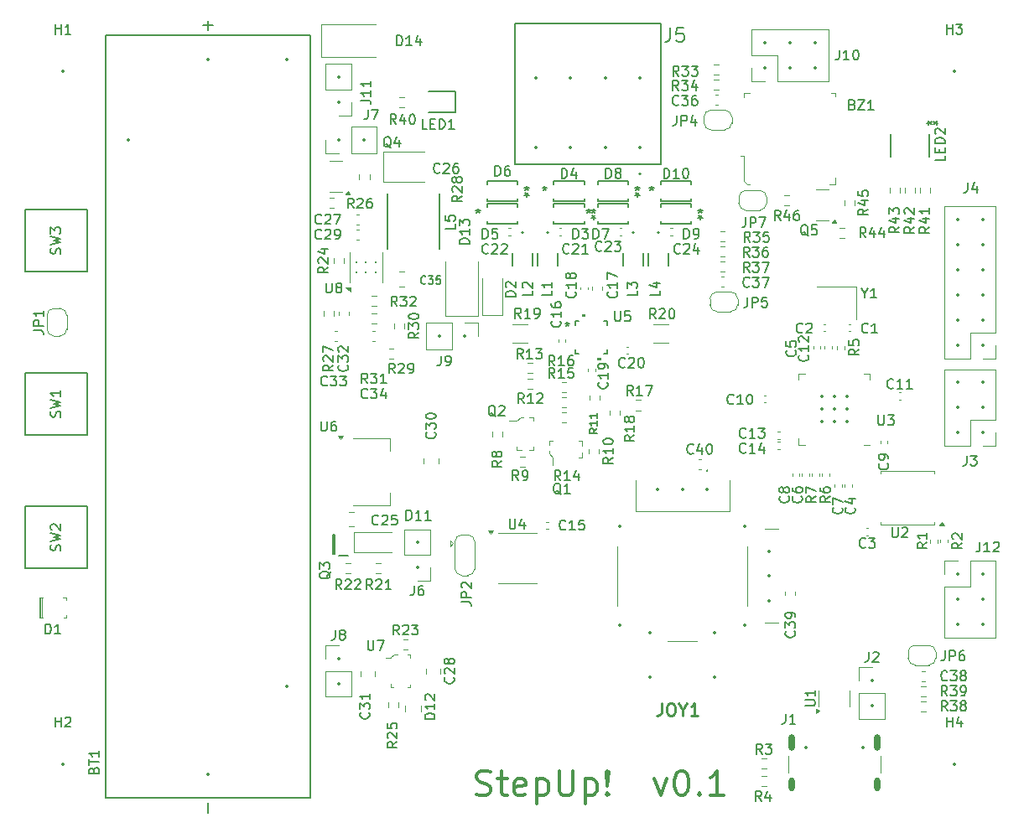
<source format=gto>
%TF.GenerationSoftware,KiCad,Pcbnew,8.0.2*%
%TF.CreationDate,2024-05-27T22:11:15+01:00*%
%TF.ProjectId,StepUp,53746570-5570-42e6-9b69-6361645f7063,v1.0*%
%TF.SameCoordinates,Original*%
%TF.FileFunction,Legend,Top*%
%TF.FilePolarity,Positive*%
%FSLAX46Y46*%
G04 Gerber Fmt 4.6, Leading zero omitted, Abs format (unit mm)*
G04 Created by KiCad (PCBNEW 8.0.2) date 2024-05-27 22:11:15*
%MOMM*%
%LPD*%
G01*
G04 APERTURE LIST*
%ADD10C,0.300000*%
%ADD11C,0.254000*%
%ADD12C,0.150000*%
%ADD13C,0.100000*%
%ADD14C,0.200000*%
%ADD15C,0.152400*%
%ADD16C,0.120000*%
%ADD17C,0.127000*%
%ADD18C,0.000000*%
%ADD19C,0.350000*%
%ADD20O,0.600000X1.400000*%
%ADD21O,0.600000X1.700000*%
%ADD22C,0.300000*%
G04 APERTURE END LIST*
D10*
X131773558Y-143059400D02*
X132130701Y-143178447D01*
X132130701Y-143178447D02*
X132725939Y-143178447D01*
X132725939Y-143178447D02*
X132964034Y-143059400D01*
X132964034Y-143059400D02*
X133083082Y-142940352D01*
X133083082Y-142940352D02*
X133202129Y-142702257D01*
X133202129Y-142702257D02*
X133202129Y-142464161D01*
X133202129Y-142464161D02*
X133083082Y-142226066D01*
X133083082Y-142226066D02*
X132964034Y-142107019D01*
X132964034Y-142107019D02*
X132725939Y-141987971D01*
X132725939Y-141987971D02*
X132249748Y-141868923D01*
X132249748Y-141868923D02*
X132011653Y-141749876D01*
X132011653Y-141749876D02*
X131892606Y-141630828D01*
X131892606Y-141630828D02*
X131773558Y-141392733D01*
X131773558Y-141392733D02*
X131773558Y-141154638D01*
X131773558Y-141154638D02*
X131892606Y-140916542D01*
X131892606Y-140916542D02*
X132011653Y-140797495D01*
X132011653Y-140797495D02*
X132249748Y-140678447D01*
X132249748Y-140678447D02*
X132844987Y-140678447D01*
X132844987Y-140678447D02*
X133202129Y-140797495D01*
X133916415Y-141511780D02*
X134868796Y-141511780D01*
X134273558Y-140678447D02*
X134273558Y-142821304D01*
X134273558Y-142821304D02*
X134392605Y-143059400D01*
X134392605Y-143059400D02*
X134630700Y-143178447D01*
X134630700Y-143178447D02*
X134868796Y-143178447D01*
X136654510Y-143059400D02*
X136416414Y-143178447D01*
X136416414Y-143178447D02*
X135940224Y-143178447D01*
X135940224Y-143178447D02*
X135702129Y-143059400D01*
X135702129Y-143059400D02*
X135583081Y-142821304D01*
X135583081Y-142821304D02*
X135583081Y-141868923D01*
X135583081Y-141868923D02*
X135702129Y-141630828D01*
X135702129Y-141630828D02*
X135940224Y-141511780D01*
X135940224Y-141511780D02*
X136416414Y-141511780D01*
X136416414Y-141511780D02*
X136654510Y-141630828D01*
X136654510Y-141630828D02*
X136773557Y-141868923D01*
X136773557Y-141868923D02*
X136773557Y-142107019D01*
X136773557Y-142107019D02*
X135583081Y-142345114D01*
X137844986Y-141511780D02*
X137844986Y-144011780D01*
X137844986Y-141630828D02*
X138083081Y-141511780D01*
X138083081Y-141511780D02*
X138559271Y-141511780D01*
X138559271Y-141511780D02*
X138797367Y-141630828D01*
X138797367Y-141630828D02*
X138916414Y-141749876D01*
X138916414Y-141749876D02*
X139035462Y-141987971D01*
X139035462Y-141987971D02*
X139035462Y-142702257D01*
X139035462Y-142702257D02*
X138916414Y-142940352D01*
X138916414Y-142940352D02*
X138797367Y-143059400D01*
X138797367Y-143059400D02*
X138559271Y-143178447D01*
X138559271Y-143178447D02*
X138083081Y-143178447D01*
X138083081Y-143178447D02*
X137844986Y-143059400D01*
X140106891Y-140678447D02*
X140106891Y-142702257D01*
X140106891Y-142702257D02*
X140225938Y-142940352D01*
X140225938Y-142940352D02*
X140344986Y-143059400D01*
X140344986Y-143059400D02*
X140583081Y-143178447D01*
X140583081Y-143178447D02*
X141059272Y-143178447D01*
X141059272Y-143178447D02*
X141297367Y-143059400D01*
X141297367Y-143059400D02*
X141416414Y-142940352D01*
X141416414Y-142940352D02*
X141535462Y-142702257D01*
X141535462Y-142702257D02*
X141535462Y-140678447D01*
X142725939Y-141511780D02*
X142725939Y-144011780D01*
X142725939Y-141630828D02*
X142964034Y-141511780D01*
X142964034Y-141511780D02*
X143440224Y-141511780D01*
X143440224Y-141511780D02*
X143678320Y-141630828D01*
X143678320Y-141630828D02*
X143797367Y-141749876D01*
X143797367Y-141749876D02*
X143916415Y-141987971D01*
X143916415Y-141987971D02*
X143916415Y-142702257D01*
X143916415Y-142702257D02*
X143797367Y-142940352D01*
X143797367Y-142940352D02*
X143678320Y-143059400D01*
X143678320Y-143059400D02*
X143440224Y-143178447D01*
X143440224Y-143178447D02*
X142964034Y-143178447D01*
X142964034Y-143178447D02*
X142725939Y-143059400D01*
X144987844Y-142940352D02*
X145106891Y-143059400D01*
X145106891Y-143059400D02*
X144987844Y-143178447D01*
X144987844Y-143178447D02*
X144868796Y-143059400D01*
X144868796Y-143059400D02*
X144987844Y-142940352D01*
X144987844Y-142940352D02*
X144987844Y-143178447D01*
X144987844Y-142226066D02*
X144868796Y-140797495D01*
X144868796Y-140797495D02*
X144987844Y-140678447D01*
X144987844Y-140678447D02*
X145106891Y-140797495D01*
X145106891Y-140797495D02*
X144987844Y-142226066D01*
X144987844Y-142226066D02*
X144987844Y-140678447D01*
X149749748Y-141511780D02*
X150344986Y-143178447D01*
X150344986Y-143178447D02*
X150940225Y-141511780D01*
X152368796Y-140678447D02*
X152606891Y-140678447D01*
X152606891Y-140678447D02*
X152844987Y-140797495D01*
X152844987Y-140797495D02*
X152964034Y-140916542D01*
X152964034Y-140916542D02*
X153083082Y-141154638D01*
X153083082Y-141154638D02*
X153202129Y-141630828D01*
X153202129Y-141630828D02*
X153202129Y-142226066D01*
X153202129Y-142226066D02*
X153083082Y-142702257D01*
X153083082Y-142702257D02*
X152964034Y-142940352D01*
X152964034Y-142940352D02*
X152844987Y-143059400D01*
X152844987Y-143059400D02*
X152606891Y-143178447D01*
X152606891Y-143178447D02*
X152368796Y-143178447D01*
X152368796Y-143178447D02*
X152130701Y-143059400D01*
X152130701Y-143059400D02*
X152011653Y-142940352D01*
X152011653Y-142940352D02*
X151892606Y-142702257D01*
X151892606Y-142702257D02*
X151773558Y-142226066D01*
X151773558Y-142226066D02*
X151773558Y-141630828D01*
X151773558Y-141630828D02*
X151892606Y-141154638D01*
X151892606Y-141154638D02*
X152011653Y-140916542D01*
X152011653Y-140916542D02*
X152130701Y-140797495D01*
X152130701Y-140797495D02*
X152368796Y-140678447D01*
X154273558Y-142940352D02*
X154392605Y-143059400D01*
X154392605Y-143059400D02*
X154273558Y-143178447D01*
X154273558Y-143178447D02*
X154154510Y-143059400D01*
X154154510Y-143059400D02*
X154273558Y-142940352D01*
X154273558Y-142940352D02*
X154273558Y-143178447D01*
X156773557Y-143178447D02*
X155344986Y-143178447D01*
X156059272Y-143178447D02*
X156059272Y-140678447D01*
X156059272Y-140678447D02*
X155821176Y-141035590D01*
X155821176Y-141035590D02*
X155583081Y-141273685D01*
X155583081Y-141273685D02*
X155344986Y-141392733D01*
D11*
X150439143Y-133858318D02*
X150439143Y-134765461D01*
X150439143Y-134765461D02*
X150378666Y-134946889D01*
X150378666Y-134946889D02*
X150257714Y-135067842D01*
X150257714Y-135067842D02*
X150076285Y-135128318D01*
X150076285Y-135128318D02*
X149955333Y-135128318D01*
X151285809Y-133858318D02*
X151527714Y-133858318D01*
X151527714Y-133858318D02*
X151648666Y-133918794D01*
X151648666Y-133918794D02*
X151769619Y-134039746D01*
X151769619Y-134039746D02*
X151830095Y-134281651D01*
X151830095Y-134281651D02*
X151830095Y-134704984D01*
X151830095Y-134704984D02*
X151769619Y-134946889D01*
X151769619Y-134946889D02*
X151648666Y-135067842D01*
X151648666Y-135067842D02*
X151527714Y-135128318D01*
X151527714Y-135128318D02*
X151285809Y-135128318D01*
X151285809Y-135128318D02*
X151164857Y-135067842D01*
X151164857Y-135067842D02*
X151043904Y-134946889D01*
X151043904Y-134946889D02*
X150983428Y-134704984D01*
X150983428Y-134704984D02*
X150983428Y-134281651D01*
X150983428Y-134281651D02*
X151043904Y-134039746D01*
X151043904Y-134039746D02*
X151164857Y-133918794D01*
X151164857Y-133918794D02*
X151285809Y-133858318D01*
X152616285Y-134523556D02*
X152616285Y-135128318D01*
X152192952Y-133858318D02*
X152616285Y-134523556D01*
X152616285Y-134523556D02*
X153039619Y-133858318D01*
X154128190Y-135128318D02*
X153402475Y-135128318D01*
X153765332Y-135128318D02*
X153765332Y-133858318D01*
X153765332Y-133858318D02*
X153644380Y-134039746D01*
X153644380Y-134039746D02*
X153523428Y-134160699D01*
X153523428Y-134160699D02*
X153402475Y-134221175D01*
D12*
X141527305Y-86922820D02*
X141527305Y-85922820D01*
X141527305Y-85922820D02*
X141765400Y-85922820D01*
X141765400Y-85922820D02*
X141908257Y-85970439D01*
X141908257Y-85970439D02*
X142003495Y-86065677D01*
X142003495Y-86065677D02*
X142051114Y-86160915D01*
X142051114Y-86160915D02*
X142098733Y-86351391D01*
X142098733Y-86351391D02*
X142098733Y-86494248D01*
X142098733Y-86494248D02*
X142051114Y-86684724D01*
X142051114Y-86684724D02*
X142003495Y-86779962D01*
X142003495Y-86779962D02*
X141908257Y-86875201D01*
X141908257Y-86875201D02*
X141765400Y-86922820D01*
X141765400Y-86922820D02*
X141527305Y-86922820D01*
X142432067Y-85922820D02*
X143051114Y-85922820D01*
X143051114Y-85922820D02*
X142717781Y-86303772D01*
X142717781Y-86303772D02*
X142860638Y-86303772D01*
X142860638Y-86303772D02*
X142955876Y-86351391D01*
X142955876Y-86351391D02*
X143003495Y-86399010D01*
X143003495Y-86399010D02*
X143051114Y-86494248D01*
X143051114Y-86494248D02*
X143051114Y-86732343D01*
X143051114Y-86732343D02*
X143003495Y-86827581D01*
X143003495Y-86827581D02*
X142955876Y-86875201D01*
X142955876Y-86875201D02*
X142860638Y-86922820D01*
X142860638Y-86922820D02*
X142574924Y-86922820D01*
X142574924Y-86922820D02*
X142479686Y-86875201D01*
X142479686Y-86875201D02*
X142432067Y-86827581D01*
X143573598Y-84974780D02*
X143573598Y-84736685D01*
X143811693Y-84831923D02*
X143573598Y-84736685D01*
X143573598Y-84736685D02*
X143335503Y-84831923D01*
X143716455Y-84546209D02*
X143573598Y-84736685D01*
X143573598Y-84736685D02*
X143430741Y-84546209D01*
X143573599Y-83884419D02*
X143573599Y-84122514D01*
X143335504Y-84027276D02*
X143573599Y-84122514D01*
X143573599Y-84122514D02*
X143811694Y-84027276D01*
X143430742Y-84312990D02*
X143573599Y-84122514D01*
X143573599Y-84122514D02*
X143716456Y-84312990D01*
X149857142Y-95004819D02*
X149523809Y-94528628D01*
X149285714Y-95004819D02*
X149285714Y-94004819D01*
X149285714Y-94004819D02*
X149666666Y-94004819D01*
X149666666Y-94004819D02*
X149761904Y-94052438D01*
X149761904Y-94052438D02*
X149809523Y-94100057D01*
X149809523Y-94100057D02*
X149857142Y-94195295D01*
X149857142Y-94195295D02*
X149857142Y-94338152D01*
X149857142Y-94338152D02*
X149809523Y-94433390D01*
X149809523Y-94433390D02*
X149761904Y-94481009D01*
X149761904Y-94481009D02*
X149666666Y-94528628D01*
X149666666Y-94528628D02*
X149285714Y-94528628D01*
X150238095Y-94100057D02*
X150285714Y-94052438D01*
X150285714Y-94052438D02*
X150380952Y-94004819D01*
X150380952Y-94004819D02*
X150619047Y-94004819D01*
X150619047Y-94004819D02*
X150714285Y-94052438D01*
X150714285Y-94052438D02*
X150761904Y-94100057D01*
X150761904Y-94100057D02*
X150809523Y-94195295D01*
X150809523Y-94195295D02*
X150809523Y-94290533D01*
X150809523Y-94290533D02*
X150761904Y-94433390D01*
X150761904Y-94433390D02*
X150190476Y-95004819D01*
X150190476Y-95004819D02*
X150809523Y-95004819D01*
X151428571Y-94004819D02*
X151523809Y-94004819D01*
X151523809Y-94004819D02*
X151619047Y-94052438D01*
X151619047Y-94052438D02*
X151666666Y-94100057D01*
X151666666Y-94100057D02*
X151714285Y-94195295D01*
X151714285Y-94195295D02*
X151761904Y-94385771D01*
X151761904Y-94385771D02*
X151761904Y-94623866D01*
X151761904Y-94623866D02*
X151714285Y-94814342D01*
X151714285Y-94814342D02*
X151666666Y-94909580D01*
X151666666Y-94909580D02*
X151619047Y-94957200D01*
X151619047Y-94957200D02*
X151523809Y-95004819D01*
X151523809Y-95004819D02*
X151428571Y-95004819D01*
X151428571Y-95004819D02*
X151333333Y-94957200D01*
X151333333Y-94957200D02*
X151285714Y-94909580D01*
X151285714Y-94909580D02*
X151238095Y-94814342D01*
X151238095Y-94814342D02*
X151190476Y-94623866D01*
X151190476Y-94623866D02*
X151190476Y-94385771D01*
X151190476Y-94385771D02*
X151238095Y-94195295D01*
X151238095Y-94195295D02*
X151285714Y-94100057D01*
X151285714Y-94100057D02*
X151333333Y-94052438D01*
X151333333Y-94052438D02*
X151428571Y-94004819D01*
X93149009Y-140612714D02*
X93196628Y-140469857D01*
X93196628Y-140469857D02*
X93244247Y-140422238D01*
X93244247Y-140422238D02*
X93339485Y-140374619D01*
X93339485Y-140374619D02*
X93482342Y-140374619D01*
X93482342Y-140374619D02*
X93577580Y-140422238D01*
X93577580Y-140422238D02*
X93625200Y-140469857D01*
X93625200Y-140469857D02*
X93672819Y-140565095D01*
X93672819Y-140565095D02*
X93672819Y-140946047D01*
X93672819Y-140946047D02*
X92672819Y-140946047D01*
X92672819Y-140946047D02*
X92672819Y-140612714D01*
X92672819Y-140612714D02*
X92720438Y-140517476D01*
X92720438Y-140517476D02*
X92768057Y-140469857D01*
X92768057Y-140469857D02*
X92863295Y-140422238D01*
X92863295Y-140422238D02*
X92958533Y-140422238D01*
X92958533Y-140422238D02*
X93053771Y-140469857D01*
X93053771Y-140469857D02*
X93101390Y-140517476D01*
X93101390Y-140517476D02*
X93149009Y-140612714D01*
X93149009Y-140612714D02*
X93149009Y-140946047D01*
X92672819Y-140088904D02*
X92672819Y-139517476D01*
X93672819Y-139803190D02*
X92672819Y-139803190D01*
X93672819Y-138660333D02*
X93672819Y-139231761D01*
X93672819Y-138946047D02*
X92672819Y-138946047D01*
X92672819Y-138946047D02*
X92815676Y-139041285D01*
X92815676Y-139041285D02*
X92910914Y-139136523D01*
X92910914Y-139136523D02*
X92958533Y-139231761D01*
X158937666Y-84786819D02*
X158937666Y-85501104D01*
X158937666Y-85501104D02*
X158890047Y-85643961D01*
X158890047Y-85643961D02*
X158794809Y-85739200D01*
X158794809Y-85739200D02*
X158651952Y-85786819D01*
X158651952Y-85786819D02*
X158556714Y-85786819D01*
X159413857Y-85786819D02*
X159413857Y-84786819D01*
X159413857Y-84786819D02*
X159794809Y-84786819D01*
X159794809Y-84786819D02*
X159890047Y-84834438D01*
X159890047Y-84834438D02*
X159937666Y-84882057D01*
X159937666Y-84882057D02*
X159985285Y-84977295D01*
X159985285Y-84977295D02*
X159985285Y-85120152D01*
X159985285Y-85120152D02*
X159937666Y-85215390D01*
X159937666Y-85215390D02*
X159890047Y-85263009D01*
X159890047Y-85263009D02*
X159794809Y-85310628D01*
X159794809Y-85310628D02*
X159413857Y-85310628D01*
X160318619Y-84786819D02*
X160985285Y-84786819D01*
X160985285Y-84786819D02*
X160556714Y-85786819D01*
X123154761Y-77750057D02*
X123059523Y-77702438D01*
X123059523Y-77702438D02*
X122964285Y-77607200D01*
X122964285Y-77607200D02*
X122821428Y-77464342D01*
X122821428Y-77464342D02*
X122726190Y-77416723D01*
X122726190Y-77416723D02*
X122630952Y-77416723D01*
X122678571Y-77654819D02*
X122583333Y-77607200D01*
X122583333Y-77607200D02*
X122488095Y-77511961D01*
X122488095Y-77511961D02*
X122440476Y-77321485D01*
X122440476Y-77321485D02*
X122440476Y-76988152D01*
X122440476Y-76988152D02*
X122488095Y-76797676D01*
X122488095Y-76797676D02*
X122583333Y-76702438D01*
X122583333Y-76702438D02*
X122678571Y-76654819D01*
X122678571Y-76654819D02*
X122869047Y-76654819D01*
X122869047Y-76654819D02*
X122964285Y-76702438D01*
X122964285Y-76702438D02*
X123059523Y-76797676D01*
X123059523Y-76797676D02*
X123107142Y-76988152D01*
X123107142Y-76988152D02*
X123107142Y-77321485D01*
X123107142Y-77321485D02*
X123059523Y-77511961D01*
X123059523Y-77511961D02*
X122964285Y-77607200D01*
X122964285Y-77607200D02*
X122869047Y-77654819D01*
X122869047Y-77654819D02*
X122678571Y-77654819D01*
X123964285Y-76988152D02*
X123964285Y-77654819D01*
X123726190Y-76607200D02*
X123488095Y-77321485D01*
X123488095Y-77321485D02*
X124107142Y-77321485D01*
X157724642Y-103568080D02*
X157677023Y-103615700D01*
X157677023Y-103615700D02*
X157534166Y-103663319D01*
X157534166Y-103663319D02*
X157438928Y-103663319D01*
X157438928Y-103663319D02*
X157296071Y-103615700D01*
X157296071Y-103615700D02*
X157200833Y-103520461D01*
X157200833Y-103520461D02*
X157153214Y-103425223D01*
X157153214Y-103425223D02*
X157105595Y-103234747D01*
X157105595Y-103234747D02*
X157105595Y-103091890D01*
X157105595Y-103091890D02*
X157153214Y-102901414D01*
X157153214Y-102901414D02*
X157200833Y-102806176D01*
X157200833Y-102806176D02*
X157296071Y-102710938D01*
X157296071Y-102710938D02*
X157438928Y-102663319D01*
X157438928Y-102663319D02*
X157534166Y-102663319D01*
X157534166Y-102663319D02*
X157677023Y-102710938D01*
X157677023Y-102710938D02*
X157724642Y-102758557D01*
X158677023Y-103663319D02*
X158105595Y-103663319D01*
X158391309Y-103663319D02*
X158391309Y-102663319D01*
X158391309Y-102663319D02*
X158296071Y-102806176D01*
X158296071Y-102806176D02*
X158200833Y-102901414D01*
X158200833Y-102901414D02*
X158105595Y-102949033D01*
X159296071Y-102663319D02*
X159391309Y-102663319D01*
X159391309Y-102663319D02*
X159486547Y-102710938D01*
X159486547Y-102710938D02*
X159534166Y-102758557D01*
X159534166Y-102758557D02*
X159581785Y-102853795D01*
X159581785Y-102853795D02*
X159629404Y-103044271D01*
X159629404Y-103044271D02*
X159629404Y-103282366D01*
X159629404Y-103282366D02*
X159581785Y-103472842D01*
X159581785Y-103472842D02*
X159534166Y-103568080D01*
X159534166Y-103568080D02*
X159486547Y-103615700D01*
X159486547Y-103615700D02*
X159391309Y-103663319D01*
X159391309Y-103663319D02*
X159296071Y-103663319D01*
X159296071Y-103663319D02*
X159200833Y-103615700D01*
X159200833Y-103615700D02*
X159153214Y-103568080D01*
X159153214Y-103568080D02*
X159105595Y-103472842D01*
X159105595Y-103472842D02*
X159057976Y-103282366D01*
X159057976Y-103282366D02*
X159057976Y-103044271D01*
X159057976Y-103044271D02*
X159105595Y-102853795D01*
X159105595Y-102853795D02*
X159153214Y-102758557D01*
X159153214Y-102758557D02*
X159200833Y-102710938D01*
X159200833Y-102710938D02*
X159296071Y-102663319D01*
X163935580Y-98210666D02*
X163983200Y-98258285D01*
X163983200Y-98258285D02*
X164030819Y-98401142D01*
X164030819Y-98401142D02*
X164030819Y-98496380D01*
X164030819Y-98496380D02*
X163983200Y-98639237D01*
X163983200Y-98639237D02*
X163887961Y-98734475D01*
X163887961Y-98734475D02*
X163792723Y-98782094D01*
X163792723Y-98782094D02*
X163602247Y-98829713D01*
X163602247Y-98829713D02*
X163459390Y-98829713D01*
X163459390Y-98829713D02*
X163268914Y-98782094D01*
X163268914Y-98782094D02*
X163173676Y-98734475D01*
X163173676Y-98734475D02*
X163078438Y-98639237D01*
X163078438Y-98639237D02*
X163030819Y-98496380D01*
X163030819Y-98496380D02*
X163030819Y-98401142D01*
X163030819Y-98401142D02*
X163078438Y-98258285D01*
X163078438Y-98258285D02*
X163126057Y-98210666D01*
X163030819Y-97305904D02*
X163030819Y-97782094D01*
X163030819Y-97782094D02*
X163507009Y-97829713D01*
X163507009Y-97829713D02*
X163459390Y-97782094D01*
X163459390Y-97782094D02*
X163411771Y-97686856D01*
X163411771Y-97686856D02*
X163411771Y-97448761D01*
X163411771Y-97448761D02*
X163459390Y-97353523D01*
X163459390Y-97353523D02*
X163507009Y-97305904D01*
X163507009Y-97305904D02*
X163602247Y-97258285D01*
X163602247Y-97258285D02*
X163840342Y-97258285D01*
X163840342Y-97258285D02*
X163935580Y-97305904D01*
X163935580Y-97305904D02*
X163983200Y-97353523D01*
X163983200Y-97353523D02*
X164030819Y-97448761D01*
X164030819Y-97448761D02*
X164030819Y-97686856D01*
X164030819Y-97686856D02*
X163983200Y-97782094D01*
X163983200Y-97782094D02*
X163935580Y-97829713D01*
X167454819Y-112966666D02*
X166978628Y-113299999D01*
X167454819Y-113538094D02*
X166454819Y-113538094D01*
X166454819Y-113538094D02*
X166454819Y-113157142D01*
X166454819Y-113157142D02*
X166502438Y-113061904D01*
X166502438Y-113061904D02*
X166550057Y-113014285D01*
X166550057Y-113014285D02*
X166645295Y-112966666D01*
X166645295Y-112966666D02*
X166788152Y-112966666D01*
X166788152Y-112966666D02*
X166883390Y-113014285D01*
X166883390Y-113014285D02*
X166931009Y-113061904D01*
X166931009Y-113061904D02*
X166978628Y-113157142D01*
X166978628Y-113157142D02*
X166978628Y-113538094D01*
X166454819Y-112109523D02*
X166454819Y-112299999D01*
X166454819Y-112299999D02*
X166502438Y-112395237D01*
X166502438Y-112395237D02*
X166550057Y-112442856D01*
X166550057Y-112442856D02*
X166692914Y-112538094D01*
X166692914Y-112538094D02*
X166883390Y-112585713D01*
X166883390Y-112585713D02*
X167264342Y-112585713D01*
X167264342Y-112585713D02*
X167359580Y-112538094D01*
X167359580Y-112538094D02*
X167407200Y-112490475D01*
X167407200Y-112490475D02*
X167454819Y-112395237D01*
X167454819Y-112395237D02*
X167454819Y-112204761D01*
X167454819Y-112204761D02*
X167407200Y-112109523D01*
X167407200Y-112109523D02*
X167359580Y-112061904D01*
X167359580Y-112061904D02*
X167264342Y-112014285D01*
X167264342Y-112014285D02*
X167026247Y-112014285D01*
X167026247Y-112014285D02*
X166931009Y-112061904D01*
X166931009Y-112061904D02*
X166883390Y-112109523D01*
X166883390Y-112109523D02*
X166835771Y-112204761D01*
X166835771Y-112204761D02*
X166835771Y-112395237D01*
X166835771Y-112395237D02*
X166883390Y-112490475D01*
X166883390Y-112490475D02*
X166931009Y-112538094D01*
X166931009Y-112538094D02*
X167026247Y-112585713D01*
X163259580Y-112966666D02*
X163307200Y-113014285D01*
X163307200Y-113014285D02*
X163354819Y-113157142D01*
X163354819Y-113157142D02*
X163354819Y-113252380D01*
X163354819Y-113252380D02*
X163307200Y-113395237D01*
X163307200Y-113395237D02*
X163211961Y-113490475D01*
X163211961Y-113490475D02*
X163116723Y-113538094D01*
X163116723Y-113538094D02*
X162926247Y-113585713D01*
X162926247Y-113585713D02*
X162783390Y-113585713D01*
X162783390Y-113585713D02*
X162592914Y-113538094D01*
X162592914Y-113538094D02*
X162497676Y-113490475D01*
X162497676Y-113490475D02*
X162402438Y-113395237D01*
X162402438Y-113395237D02*
X162354819Y-113252380D01*
X162354819Y-113252380D02*
X162354819Y-113157142D01*
X162354819Y-113157142D02*
X162402438Y-113014285D01*
X162402438Y-113014285D02*
X162450057Y-112966666D01*
X162783390Y-112395237D02*
X162735771Y-112490475D01*
X162735771Y-112490475D02*
X162688152Y-112538094D01*
X162688152Y-112538094D02*
X162592914Y-112585713D01*
X162592914Y-112585713D02*
X162545295Y-112585713D01*
X162545295Y-112585713D02*
X162450057Y-112538094D01*
X162450057Y-112538094D02*
X162402438Y-112490475D01*
X162402438Y-112490475D02*
X162354819Y-112395237D01*
X162354819Y-112395237D02*
X162354819Y-112204761D01*
X162354819Y-112204761D02*
X162402438Y-112109523D01*
X162402438Y-112109523D02*
X162450057Y-112061904D01*
X162450057Y-112061904D02*
X162545295Y-112014285D01*
X162545295Y-112014285D02*
X162592914Y-112014285D01*
X162592914Y-112014285D02*
X162688152Y-112061904D01*
X162688152Y-112061904D02*
X162735771Y-112109523D01*
X162735771Y-112109523D02*
X162783390Y-112204761D01*
X162783390Y-112204761D02*
X162783390Y-112395237D01*
X162783390Y-112395237D02*
X162831009Y-112490475D01*
X162831009Y-112490475D02*
X162878628Y-112538094D01*
X162878628Y-112538094D02*
X162973866Y-112585713D01*
X162973866Y-112585713D02*
X163164342Y-112585713D01*
X163164342Y-112585713D02*
X163259580Y-112538094D01*
X163259580Y-112538094D02*
X163307200Y-112490475D01*
X163307200Y-112490475D02*
X163354819Y-112395237D01*
X163354819Y-112395237D02*
X163354819Y-112204761D01*
X163354819Y-112204761D02*
X163307200Y-112109523D01*
X163307200Y-112109523D02*
X163259580Y-112061904D01*
X163259580Y-112061904D02*
X163164342Y-112014285D01*
X163164342Y-112014285D02*
X162973866Y-112014285D01*
X162973866Y-112014285D02*
X162878628Y-112061904D01*
X162878628Y-112061904D02*
X162831009Y-112109523D01*
X162831009Y-112109523D02*
X162783390Y-112204761D01*
X162966666Y-134954819D02*
X162966666Y-135669104D01*
X162966666Y-135669104D02*
X162919047Y-135811961D01*
X162919047Y-135811961D02*
X162823809Y-135907200D01*
X162823809Y-135907200D02*
X162680952Y-135954819D01*
X162680952Y-135954819D02*
X162585714Y-135954819D01*
X163966666Y-135954819D02*
X163395238Y-135954819D01*
X163680952Y-135954819D02*
X163680952Y-134954819D01*
X163680952Y-134954819D02*
X163585714Y-135097676D01*
X163585714Y-135097676D02*
X163490476Y-135192914D01*
X163490476Y-135192914D02*
X163395238Y-135240533D01*
X146757142Y-99859580D02*
X146709523Y-99907200D01*
X146709523Y-99907200D02*
X146566666Y-99954819D01*
X146566666Y-99954819D02*
X146471428Y-99954819D01*
X146471428Y-99954819D02*
X146328571Y-99907200D01*
X146328571Y-99907200D02*
X146233333Y-99811961D01*
X146233333Y-99811961D02*
X146185714Y-99716723D01*
X146185714Y-99716723D02*
X146138095Y-99526247D01*
X146138095Y-99526247D02*
X146138095Y-99383390D01*
X146138095Y-99383390D02*
X146185714Y-99192914D01*
X146185714Y-99192914D02*
X146233333Y-99097676D01*
X146233333Y-99097676D02*
X146328571Y-99002438D01*
X146328571Y-99002438D02*
X146471428Y-98954819D01*
X146471428Y-98954819D02*
X146566666Y-98954819D01*
X146566666Y-98954819D02*
X146709523Y-99002438D01*
X146709523Y-99002438D02*
X146757142Y-99050057D01*
X147138095Y-99050057D02*
X147185714Y-99002438D01*
X147185714Y-99002438D02*
X147280952Y-98954819D01*
X147280952Y-98954819D02*
X147519047Y-98954819D01*
X147519047Y-98954819D02*
X147614285Y-99002438D01*
X147614285Y-99002438D02*
X147661904Y-99050057D01*
X147661904Y-99050057D02*
X147709523Y-99145295D01*
X147709523Y-99145295D02*
X147709523Y-99240533D01*
X147709523Y-99240533D02*
X147661904Y-99383390D01*
X147661904Y-99383390D02*
X147090476Y-99954819D01*
X147090476Y-99954819D02*
X147709523Y-99954819D01*
X148328571Y-98954819D02*
X148423809Y-98954819D01*
X148423809Y-98954819D02*
X148519047Y-99002438D01*
X148519047Y-99002438D02*
X148566666Y-99050057D01*
X148566666Y-99050057D02*
X148614285Y-99145295D01*
X148614285Y-99145295D02*
X148661904Y-99335771D01*
X148661904Y-99335771D02*
X148661904Y-99573866D01*
X148661904Y-99573866D02*
X148614285Y-99764342D01*
X148614285Y-99764342D02*
X148566666Y-99859580D01*
X148566666Y-99859580D02*
X148519047Y-99907200D01*
X148519047Y-99907200D02*
X148423809Y-99954819D01*
X148423809Y-99954819D02*
X148328571Y-99954819D01*
X148328571Y-99954819D02*
X148233333Y-99907200D01*
X148233333Y-99907200D02*
X148185714Y-99859580D01*
X148185714Y-99859580D02*
X148138095Y-99764342D01*
X148138095Y-99764342D02*
X148090476Y-99573866D01*
X148090476Y-99573866D02*
X148090476Y-99335771D01*
X148090476Y-99335771D02*
X148138095Y-99145295D01*
X148138095Y-99145295D02*
X148185714Y-99050057D01*
X148185714Y-99050057D02*
X148233333Y-99002438D01*
X148233333Y-99002438D02*
X148328571Y-98954819D01*
X152163142Y-71938819D02*
X151829809Y-71462628D01*
X151591714Y-71938819D02*
X151591714Y-70938819D01*
X151591714Y-70938819D02*
X151972666Y-70938819D01*
X151972666Y-70938819D02*
X152067904Y-70986438D01*
X152067904Y-70986438D02*
X152115523Y-71034057D01*
X152115523Y-71034057D02*
X152163142Y-71129295D01*
X152163142Y-71129295D02*
X152163142Y-71272152D01*
X152163142Y-71272152D02*
X152115523Y-71367390D01*
X152115523Y-71367390D02*
X152067904Y-71415009D01*
X152067904Y-71415009D02*
X151972666Y-71462628D01*
X151972666Y-71462628D02*
X151591714Y-71462628D01*
X152496476Y-70938819D02*
X153115523Y-70938819D01*
X153115523Y-70938819D02*
X152782190Y-71319771D01*
X152782190Y-71319771D02*
X152925047Y-71319771D01*
X152925047Y-71319771D02*
X153020285Y-71367390D01*
X153020285Y-71367390D02*
X153067904Y-71415009D01*
X153067904Y-71415009D02*
X153115523Y-71510247D01*
X153115523Y-71510247D02*
X153115523Y-71748342D01*
X153115523Y-71748342D02*
X153067904Y-71843580D01*
X153067904Y-71843580D02*
X153020285Y-71891200D01*
X153020285Y-71891200D02*
X152925047Y-71938819D01*
X152925047Y-71938819D02*
X152639333Y-71938819D01*
X152639333Y-71938819D02*
X152544095Y-71891200D01*
X152544095Y-71891200D02*
X152496476Y-71843580D01*
X153972666Y-71272152D02*
X153972666Y-71938819D01*
X153734571Y-70891200D02*
X153496476Y-71605485D01*
X153496476Y-71605485D02*
X154115523Y-71605485D01*
X144959580Y-101442857D02*
X145007200Y-101490476D01*
X145007200Y-101490476D02*
X145054819Y-101633333D01*
X145054819Y-101633333D02*
X145054819Y-101728571D01*
X145054819Y-101728571D02*
X145007200Y-101871428D01*
X145007200Y-101871428D02*
X144911961Y-101966666D01*
X144911961Y-101966666D02*
X144816723Y-102014285D01*
X144816723Y-102014285D02*
X144626247Y-102061904D01*
X144626247Y-102061904D02*
X144483390Y-102061904D01*
X144483390Y-102061904D02*
X144292914Y-102014285D01*
X144292914Y-102014285D02*
X144197676Y-101966666D01*
X144197676Y-101966666D02*
X144102438Y-101871428D01*
X144102438Y-101871428D02*
X144054819Y-101728571D01*
X144054819Y-101728571D02*
X144054819Y-101633333D01*
X144054819Y-101633333D02*
X144102438Y-101490476D01*
X144102438Y-101490476D02*
X144150057Y-101442857D01*
X145054819Y-100490476D02*
X145054819Y-101061904D01*
X145054819Y-100776190D02*
X144054819Y-100776190D01*
X144054819Y-100776190D02*
X144197676Y-100871428D01*
X144197676Y-100871428D02*
X144292914Y-100966666D01*
X144292914Y-100966666D02*
X144340533Y-101061904D01*
X145054819Y-100014285D02*
X145054819Y-99823809D01*
X145054819Y-99823809D02*
X145007200Y-99728571D01*
X145007200Y-99728571D02*
X144959580Y-99680952D01*
X144959580Y-99680952D02*
X144816723Y-99585714D01*
X144816723Y-99585714D02*
X144626247Y-99538095D01*
X144626247Y-99538095D02*
X144245295Y-99538095D01*
X144245295Y-99538095D02*
X144150057Y-99585714D01*
X144150057Y-99585714D02*
X144102438Y-99633333D01*
X144102438Y-99633333D02*
X144054819Y-99728571D01*
X144054819Y-99728571D02*
X144054819Y-99919047D01*
X144054819Y-99919047D02*
X144102438Y-100014285D01*
X144102438Y-100014285D02*
X144150057Y-100061904D01*
X144150057Y-100061904D02*
X144245295Y-100109523D01*
X144245295Y-100109523D02*
X144483390Y-100109523D01*
X144483390Y-100109523D02*
X144578628Y-100061904D01*
X144578628Y-100061904D02*
X144626247Y-100014285D01*
X144626247Y-100014285D02*
X144673866Y-99919047D01*
X144673866Y-99919047D02*
X144673866Y-99728571D01*
X144673866Y-99728571D02*
X144626247Y-99633333D01*
X144626247Y-99633333D02*
X144578628Y-99585714D01*
X144578628Y-99585714D02*
X144483390Y-99538095D01*
X153657142Y-108585580D02*
X153609523Y-108633200D01*
X153609523Y-108633200D02*
X153466666Y-108680819D01*
X153466666Y-108680819D02*
X153371428Y-108680819D01*
X153371428Y-108680819D02*
X153228571Y-108633200D01*
X153228571Y-108633200D02*
X153133333Y-108537961D01*
X153133333Y-108537961D02*
X153085714Y-108442723D01*
X153085714Y-108442723D02*
X153038095Y-108252247D01*
X153038095Y-108252247D02*
X153038095Y-108109390D01*
X153038095Y-108109390D02*
X153085714Y-107918914D01*
X153085714Y-107918914D02*
X153133333Y-107823676D01*
X153133333Y-107823676D02*
X153228571Y-107728438D01*
X153228571Y-107728438D02*
X153371428Y-107680819D01*
X153371428Y-107680819D02*
X153466666Y-107680819D01*
X153466666Y-107680819D02*
X153609523Y-107728438D01*
X153609523Y-107728438D02*
X153657142Y-107776057D01*
X154514285Y-108014152D02*
X154514285Y-108680819D01*
X154276190Y-107633200D02*
X154038095Y-108347485D01*
X154038095Y-108347485D02*
X154657142Y-108347485D01*
X155228571Y-107680819D02*
X155323809Y-107680819D01*
X155323809Y-107680819D02*
X155419047Y-107728438D01*
X155419047Y-107728438D02*
X155466666Y-107776057D01*
X155466666Y-107776057D02*
X155514285Y-107871295D01*
X155514285Y-107871295D02*
X155561904Y-108061771D01*
X155561904Y-108061771D02*
X155561904Y-108299866D01*
X155561904Y-108299866D02*
X155514285Y-108490342D01*
X155514285Y-108490342D02*
X155466666Y-108585580D01*
X155466666Y-108585580D02*
X155419047Y-108633200D01*
X155419047Y-108633200D02*
X155323809Y-108680819D01*
X155323809Y-108680819D02*
X155228571Y-108680819D01*
X155228571Y-108680819D02*
X155133333Y-108633200D01*
X155133333Y-108633200D02*
X155085714Y-108585580D01*
X155085714Y-108585580D02*
X155038095Y-108490342D01*
X155038095Y-108490342D02*
X154990476Y-108299866D01*
X154990476Y-108299866D02*
X154990476Y-108061771D01*
X154990476Y-108061771D02*
X155038095Y-107871295D01*
X155038095Y-107871295D02*
X155085714Y-107776057D01*
X155085714Y-107776057D02*
X155133333Y-107728438D01*
X155133333Y-107728438D02*
X155228571Y-107680819D01*
X145554819Y-109042857D02*
X145078628Y-109376190D01*
X145554819Y-109614285D02*
X144554819Y-109614285D01*
X144554819Y-109614285D02*
X144554819Y-109233333D01*
X144554819Y-109233333D02*
X144602438Y-109138095D01*
X144602438Y-109138095D02*
X144650057Y-109090476D01*
X144650057Y-109090476D02*
X144745295Y-109042857D01*
X144745295Y-109042857D02*
X144888152Y-109042857D01*
X144888152Y-109042857D02*
X144983390Y-109090476D01*
X144983390Y-109090476D02*
X145031009Y-109138095D01*
X145031009Y-109138095D02*
X145078628Y-109233333D01*
X145078628Y-109233333D02*
X145078628Y-109614285D01*
X145554819Y-108090476D02*
X145554819Y-108661904D01*
X145554819Y-108376190D02*
X144554819Y-108376190D01*
X144554819Y-108376190D02*
X144697676Y-108471428D01*
X144697676Y-108471428D02*
X144792914Y-108566666D01*
X144792914Y-108566666D02*
X144840533Y-108661904D01*
X144554819Y-107471428D02*
X144554819Y-107376190D01*
X144554819Y-107376190D02*
X144602438Y-107280952D01*
X144602438Y-107280952D02*
X144650057Y-107233333D01*
X144650057Y-107233333D02*
X144745295Y-107185714D01*
X144745295Y-107185714D02*
X144935771Y-107138095D01*
X144935771Y-107138095D02*
X145173866Y-107138095D01*
X145173866Y-107138095D02*
X145364342Y-107185714D01*
X145364342Y-107185714D02*
X145459580Y-107233333D01*
X145459580Y-107233333D02*
X145507200Y-107280952D01*
X145507200Y-107280952D02*
X145554819Y-107376190D01*
X145554819Y-107376190D02*
X145554819Y-107471428D01*
X145554819Y-107471428D02*
X145507200Y-107566666D01*
X145507200Y-107566666D02*
X145459580Y-107614285D01*
X145459580Y-107614285D02*
X145364342Y-107661904D01*
X145364342Y-107661904D02*
X145173866Y-107709523D01*
X145173866Y-107709523D02*
X144935771Y-107709523D01*
X144935771Y-107709523D02*
X144745295Y-107661904D01*
X144745295Y-107661904D02*
X144650057Y-107614285D01*
X144650057Y-107614285D02*
X144602438Y-107566666D01*
X144602438Y-107566666D02*
X144554819Y-107471428D01*
X180804819Y-117646166D02*
X180328628Y-117979499D01*
X180804819Y-118217594D02*
X179804819Y-118217594D01*
X179804819Y-118217594D02*
X179804819Y-117836642D01*
X179804819Y-117836642D02*
X179852438Y-117741404D01*
X179852438Y-117741404D02*
X179900057Y-117693785D01*
X179900057Y-117693785D02*
X179995295Y-117646166D01*
X179995295Y-117646166D02*
X180138152Y-117646166D01*
X180138152Y-117646166D02*
X180233390Y-117693785D01*
X180233390Y-117693785D02*
X180281009Y-117741404D01*
X180281009Y-117741404D02*
X180328628Y-117836642D01*
X180328628Y-117836642D02*
X180328628Y-118217594D01*
X179900057Y-117265213D02*
X179852438Y-117217594D01*
X179852438Y-117217594D02*
X179804819Y-117122356D01*
X179804819Y-117122356D02*
X179804819Y-116884261D01*
X179804819Y-116884261D02*
X179852438Y-116789023D01*
X179852438Y-116789023D02*
X179900057Y-116741404D01*
X179900057Y-116741404D02*
X179995295Y-116693785D01*
X179995295Y-116693785D02*
X180090533Y-116693785D01*
X180090533Y-116693785D02*
X180233390Y-116741404D01*
X180233390Y-116741404D02*
X180804819Y-117312832D01*
X180804819Y-117312832D02*
X180804819Y-116693785D01*
X123523142Y-100528819D02*
X123189809Y-100052628D01*
X122951714Y-100528819D02*
X122951714Y-99528819D01*
X122951714Y-99528819D02*
X123332666Y-99528819D01*
X123332666Y-99528819D02*
X123427904Y-99576438D01*
X123427904Y-99576438D02*
X123475523Y-99624057D01*
X123475523Y-99624057D02*
X123523142Y-99719295D01*
X123523142Y-99719295D02*
X123523142Y-99862152D01*
X123523142Y-99862152D02*
X123475523Y-99957390D01*
X123475523Y-99957390D02*
X123427904Y-100005009D01*
X123427904Y-100005009D02*
X123332666Y-100052628D01*
X123332666Y-100052628D02*
X122951714Y-100052628D01*
X123904095Y-99624057D02*
X123951714Y-99576438D01*
X123951714Y-99576438D02*
X124046952Y-99528819D01*
X124046952Y-99528819D02*
X124285047Y-99528819D01*
X124285047Y-99528819D02*
X124380285Y-99576438D01*
X124380285Y-99576438D02*
X124427904Y-99624057D01*
X124427904Y-99624057D02*
X124475523Y-99719295D01*
X124475523Y-99719295D02*
X124475523Y-99814533D01*
X124475523Y-99814533D02*
X124427904Y-99957390D01*
X124427904Y-99957390D02*
X123856476Y-100528819D01*
X123856476Y-100528819D02*
X124475523Y-100528819D01*
X124951714Y-100528819D02*
X125142190Y-100528819D01*
X125142190Y-100528819D02*
X125237428Y-100481200D01*
X125237428Y-100481200D02*
X125285047Y-100433580D01*
X125285047Y-100433580D02*
X125380285Y-100290723D01*
X125380285Y-100290723D02*
X125427904Y-100100247D01*
X125427904Y-100100247D02*
X125427904Y-99719295D01*
X125427904Y-99719295D02*
X125380285Y-99624057D01*
X125380285Y-99624057D02*
X125332666Y-99576438D01*
X125332666Y-99576438D02*
X125237428Y-99528819D01*
X125237428Y-99528819D02*
X125046952Y-99528819D01*
X125046952Y-99528819D02*
X124951714Y-99576438D01*
X124951714Y-99576438D02*
X124904095Y-99624057D01*
X124904095Y-99624057D02*
X124856476Y-99719295D01*
X124856476Y-99719295D02*
X124856476Y-99957390D01*
X124856476Y-99957390D02*
X124904095Y-100052628D01*
X124904095Y-100052628D02*
X124951714Y-100100247D01*
X124951714Y-100100247D02*
X125046952Y-100147866D01*
X125046952Y-100147866D02*
X125237428Y-100147866D01*
X125237428Y-100147866D02*
X125332666Y-100100247D01*
X125332666Y-100100247D02*
X125380285Y-100052628D01*
X125380285Y-100052628D02*
X125427904Y-99957390D01*
X170380819Y-98094666D02*
X169904628Y-98427999D01*
X170380819Y-98666094D02*
X169380819Y-98666094D01*
X169380819Y-98666094D02*
X169380819Y-98285142D01*
X169380819Y-98285142D02*
X169428438Y-98189904D01*
X169428438Y-98189904D02*
X169476057Y-98142285D01*
X169476057Y-98142285D02*
X169571295Y-98094666D01*
X169571295Y-98094666D02*
X169714152Y-98094666D01*
X169714152Y-98094666D02*
X169809390Y-98142285D01*
X169809390Y-98142285D02*
X169857009Y-98189904D01*
X169857009Y-98189904D02*
X169904628Y-98285142D01*
X169904628Y-98285142D02*
X169904628Y-98666094D01*
X169380819Y-97189904D02*
X169380819Y-97666094D01*
X169380819Y-97666094D02*
X169857009Y-97713713D01*
X169857009Y-97713713D02*
X169809390Y-97666094D01*
X169809390Y-97666094D02*
X169761771Y-97570856D01*
X169761771Y-97570856D02*
X169761771Y-97332761D01*
X169761771Y-97332761D02*
X169809390Y-97237523D01*
X169809390Y-97237523D02*
X169857009Y-97189904D01*
X169857009Y-97189904D02*
X169952247Y-97142285D01*
X169952247Y-97142285D02*
X170190342Y-97142285D01*
X170190342Y-97142285D02*
X170285580Y-97189904D01*
X170285580Y-97189904D02*
X170333200Y-97237523D01*
X170333200Y-97237523D02*
X170380819Y-97332761D01*
X170380819Y-97332761D02*
X170380819Y-97570856D01*
X170380819Y-97570856D02*
X170333200Y-97666094D01*
X170333200Y-97666094D02*
X170285580Y-97713713D01*
X166054819Y-112966666D02*
X165578628Y-113299999D01*
X166054819Y-113538094D02*
X165054819Y-113538094D01*
X165054819Y-113538094D02*
X165054819Y-113157142D01*
X165054819Y-113157142D02*
X165102438Y-113061904D01*
X165102438Y-113061904D02*
X165150057Y-113014285D01*
X165150057Y-113014285D02*
X165245295Y-112966666D01*
X165245295Y-112966666D02*
X165388152Y-112966666D01*
X165388152Y-112966666D02*
X165483390Y-113014285D01*
X165483390Y-113014285D02*
X165531009Y-113061904D01*
X165531009Y-113061904D02*
X165578628Y-113157142D01*
X165578628Y-113157142D02*
X165578628Y-113538094D01*
X165054819Y-112633332D02*
X165054819Y-111966666D01*
X165054819Y-111966666D02*
X166054819Y-112395237D01*
X144829305Y-80826820D02*
X144829305Y-79826820D01*
X144829305Y-79826820D02*
X145067400Y-79826820D01*
X145067400Y-79826820D02*
X145210257Y-79874439D01*
X145210257Y-79874439D02*
X145305495Y-79969677D01*
X145305495Y-79969677D02*
X145353114Y-80064915D01*
X145353114Y-80064915D02*
X145400733Y-80255391D01*
X145400733Y-80255391D02*
X145400733Y-80398248D01*
X145400733Y-80398248D02*
X145353114Y-80588724D01*
X145353114Y-80588724D02*
X145305495Y-80683962D01*
X145305495Y-80683962D02*
X145210257Y-80779201D01*
X145210257Y-80779201D02*
X145067400Y-80826820D01*
X145067400Y-80826820D02*
X144829305Y-80826820D01*
X145972162Y-80255391D02*
X145876924Y-80207772D01*
X145876924Y-80207772D02*
X145829305Y-80160153D01*
X145829305Y-80160153D02*
X145781686Y-80064915D01*
X145781686Y-80064915D02*
X145781686Y-80017296D01*
X145781686Y-80017296D02*
X145829305Y-79922058D01*
X145829305Y-79922058D02*
X145876924Y-79874439D01*
X145876924Y-79874439D02*
X145972162Y-79826820D01*
X145972162Y-79826820D02*
X146162638Y-79826820D01*
X146162638Y-79826820D02*
X146257876Y-79874439D01*
X146257876Y-79874439D02*
X146305495Y-79922058D01*
X146305495Y-79922058D02*
X146353114Y-80017296D01*
X146353114Y-80017296D02*
X146353114Y-80064915D01*
X146353114Y-80064915D02*
X146305495Y-80160153D01*
X146305495Y-80160153D02*
X146257876Y-80207772D01*
X146257876Y-80207772D02*
X146162638Y-80255391D01*
X146162638Y-80255391D02*
X145972162Y-80255391D01*
X145972162Y-80255391D02*
X145876924Y-80303010D01*
X145876924Y-80303010D02*
X145829305Y-80350629D01*
X145829305Y-80350629D02*
X145781686Y-80445867D01*
X145781686Y-80445867D02*
X145781686Y-80636343D01*
X145781686Y-80636343D02*
X145829305Y-80731581D01*
X145829305Y-80731581D02*
X145876924Y-80779201D01*
X145876924Y-80779201D02*
X145972162Y-80826820D01*
X145972162Y-80826820D02*
X146162638Y-80826820D01*
X146162638Y-80826820D02*
X146257876Y-80779201D01*
X146257876Y-80779201D02*
X146305495Y-80731581D01*
X146305495Y-80731581D02*
X146353114Y-80636343D01*
X146353114Y-80636343D02*
X146353114Y-80445867D01*
X146353114Y-80445867D02*
X146305495Y-80350629D01*
X146305495Y-80350629D02*
X146257876Y-80303010D01*
X146257876Y-80303010D02*
X146162638Y-80255391D01*
X148031200Y-81598419D02*
X148031200Y-81836514D01*
X147793105Y-81741276D02*
X148031200Y-81836514D01*
X148031200Y-81836514D02*
X148269295Y-81741276D01*
X147888343Y-82026990D02*
X148031200Y-81836514D01*
X148031200Y-81836514D02*
X148174057Y-82026990D01*
X148031199Y-82688780D02*
X148031199Y-82450685D01*
X148269294Y-82545923D02*
X148031199Y-82450685D01*
X148031199Y-82450685D02*
X147793104Y-82545923D01*
X148174056Y-82260209D02*
X148031199Y-82450685D01*
X148031199Y-82450685D02*
X147888342Y-82260209D01*
X150703114Y-80826820D02*
X150703114Y-79826820D01*
X150703114Y-79826820D02*
X150941209Y-79826820D01*
X150941209Y-79826820D02*
X151084066Y-79874439D01*
X151084066Y-79874439D02*
X151179304Y-79969677D01*
X151179304Y-79969677D02*
X151226923Y-80064915D01*
X151226923Y-80064915D02*
X151274542Y-80255391D01*
X151274542Y-80255391D02*
X151274542Y-80398248D01*
X151274542Y-80398248D02*
X151226923Y-80588724D01*
X151226923Y-80588724D02*
X151179304Y-80683962D01*
X151179304Y-80683962D02*
X151084066Y-80779201D01*
X151084066Y-80779201D02*
X150941209Y-80826820D01*
X150941209Y-80826820D02*
X150703114Y-80826820D01*
X152226923Y-80826820D02*
X151655495Y-80826820D01*
X151941209Y-80826820D02*
X151941209Y-79826820D01*
X151941209Y-79826820D02*
X151845971Y-79969677D01*
X151845971Y-79969677D02*
X151750733Y-80064915D01*
X151750733Y-80064915D02*
X151655495Y-80112534D01*
X152845971Y-79826820D02*
X152941209Y-79826820D01*
X152941209Y-79826820D02*
X153036447Y-79874439D01*
X153036447Y-79874439D02*
X153084066Y-79922058D01*
X153084066Y-79922058D02*
X153131685Y-80017296D01*
X153131685Y-80017296D02*
X153179304Y-80207772D01*
X153179304Y-80207772D02*
X153179304Y-80445867D01*
X153179304Y-80445867D02*
X153131685Y-80636343D01*
X153131685Y-80636343D02*
X153084066Y-80731581D01*
X153084066Y-80731581D02*
X153036447Y-80779201D01*
X153036447Y-80779201D02*
X152941209Y-80826820D01*
X152941209Y-80826820D02*
X152845971Y-80826820D01*
X152845971Y-80826820D02*
X152750733Y-80779201D01*
X152750733Y-80779201D02*
X152703114Y-80731581D01*
X152703114Y-80731581D02*
X152655495Y-80636343D01*
X152655495Y-80636343D02*
X152607876Y-80445867D01*
X152607876Y-80445867D02*
X152607876Y-80207772D01*
X152607876Y-80207772D02*
X152655495Y-80017296D01*
X152655495Y-80017296D02*
X152703114Y-79922058D01*
X152703114Y-79922058D02*
X152750733Y-79874439D01*
X152750733Y-79874439D02*
X152845971Y-79826820D01*
X149453600Y-81598419D02*
X149453600Y-81836514D01*
X149215505Y-81741276D02*
X149453600Y-81836514D01*
X149453600Y-81836514D02*
X149691695Y-81741276D01*
X149310743Y-82026990D02*
X149453600Y-81836514D01*
X149453600Y-81836514D02*
X149596457Y-82026990D01*
X149453600Y-81598419D02*
X149453600Y-81836514D01*
X149215505Y-81741276D02*
X149453600Y-81836514D01*
X149453600Y-81836514D02*
X149691695Y-81741276D01*
X149310743Y-82026990D02*
X149453600Y-81836514D01*
X149453600Y-81836514D02*
X149596457Y-82026990D01*
X159323142Y-91727580D02*
X159275523Y-91775200D01*
X159275523Y-91775200D02*
X159132666Y-91822819D01*
X159132666Y-91822819D02*
X159037428Y-91822819D01*
X159037428Y-91822819D02*
X158894571Y-91775200D01*
X158894571Y-91775200D02*
X158799333Y-91679961D01*
X158799333Y-91679961D02*
X158751714Y-91584723D01*
X158751714Y-91584723D02*
X158704095Y-91394247D01*
X158704095Y-91394247D02*
X158704095Y-91251390D01*
X158704095Y-91251390D02*
X158751714Y-91060914D01*
X158751714Y-91060914D02*
X158799333Y-90965676D01*
X158799333Y-90965676D02*
X158894571Y-90870438D01*
X158894571Y-90870438D02*
X159037428Y-90822819D01*
X159037428Y-90822819D02*
X159132666Y-90822819D01*
X159132666Y-90822819D02*
X159275523Y-90870438D01*
X159275523Y-90870438D02*
X159323142Y-90918057D01*
X159656476Y-90822819D02*
X160275523Y-90822819D01*
X160275523Y-90822819D02*
X159942190Y-91203771D01*
X159942190Y-91203771D02*
X160085047Y-91203771D01*
X160085047Y-91203771D02*
X160180285Y-91251390D01*
X160180285Y-91251390D02*
X160227904Y-91299009D01*
X160227904Y-91299009D02*
X160275523Y-91394247D01*
X160275523Y-91394247D02*
X160275523Y-91632342D01*
X160275523Y-91632342D02*
X160227904Y-91727580D01*
X160227904Y-91727580D02*
X160180285Y-91775200D01*
X160180285Y-91775200D02*
X160085047Y-91822819D01*
X160085047Y-91822819D02*
X159799333Y-91822819D01*
X159799333Y-91822819D02*
X159704095Y-91775200D01*
X159704095Y-91775200D02*
X159656476Y-91727580D01*
X160608857Y-90822819D02*
X161275523Y-90822819D01*
X161275523Y-90822819D02*
X160846952Y-91822819D01*
X174444819Y-85732857D02*
X173968628Y-86066190D01*
X174444819Y-86304285D02*
X173444819Y-86304285D01*
X173444819Y-86304285D02*
X173444819Y-85923333D01*
X173444819Y-85923333D02*
X173492438Y-85828095D01*
X173492438Y-85828095D02*
X173540057Y-85780476D01*
X173540057Y-85780476D02*
X173635295Y-85732857D01*
X173635295Y-85732857D02*
X173778152Y-85732857D01*
X173778152Y-85732857D02*
X173873390Y-85780476D01*
X173873390Y-85780476D02*
X173921009Y-85828095D01*
X173921009Y-85828095D02*
X173968628Y-85923333D01*
X173968628Y-85923333D02*
X173968628Y-86304285D01*
X173778152Y-84875714D02*
X174444819Y-84875714D01*
X173397200Y-85113809D02*
X174111485Y-85351904D01*
X174111485Y-85351904D02*
X174111485Y-84732857D01*
X173444819Y-84447142D02*
X173444819Y-83828095D01*
X173444819Y-83828095D02*
X173825771Y-84161428D01*
X173825771Y-84161428D02*
X173825771Y-84018571D01*
X173825771Y-84018571D02*
X173873390Y-83923333D01*
X173873390Y-83923333D02*
X173921009Y-83875714D01*
X173921009Y-83875714D02*
X174016247Y-83828095D01*
X174016247Y-83828095D02*
X174254342Y-83828095D01*
X174254342Y-83828095D02*
X174349580Y-83875714D01*
X174349580Y-83875714D02*
X174397200Y-83923333D01*
X174397200Y-83923333D02*
X174444819Y-84018571D01*
X174444819Y-84018571D02*
X174444819Y-84304285D01*
X174444819Y-84304285D02*
X174397200Y-84399523D01*
X174397200Y-84399523D02*
X174349580Y-84447142D01*
X140209580Y-95242857D02*
X140257200Y-95290476D01*
X140257200Y-95290476D02*
X140304819Y-95433333D01*
X140304819Y-95433333D02*
X140304819Y-95528571D01*
X140304819Y-95528571D02*
X140257200Y-95671428D01*
X140257200Y-95671428D02*
X140161961Y-95766666D01*
X140161961Y-95766666D02*
X140066723Y-95814285D01*
X140066723Y-95814285D02*
X139876247Y-95861904D01*
X139876247Y-95861904D02*
X139733390Y-95861904D01*
X139733390Y-95861904D02*
X139542914Y-95814285D01*
X139542914Y-95814285D02*
X139447676Y-95766666D01*
X139447676Y-95766666D02*
X139352438Y-95671428D01*
X139352438Y-95671428D02*
X139304819Y-95528571D01*
X139304819Y-95528571D02*
X139304819Y-95433333D01*
X139304819Y-95433333D02*
X139352438Y-95290476D01*
X139352438Y-95290476D02*
X139400057Y-95242857D01*
X140304819Y-94290476D02*
X140304819Y-94861904D01*
X140304819Y-94576190D02*
X139304819Y-94576190D01*
X139304819Y-94576190D02*
X139447676Y-94671428D01*
X139447676Y-94671428D02*
X139542914Y-94766666D01*
X139542914Y-94766666D02*
X139590533Y-94861904D01*
X139304819Y-93433333D02*
X139304819Y-93623809D01*
X139304819Y-93623809D02*
X139352438Y-93719047D01*
X139352438Y-93719047D02*
X139400057Y-93766666D01*
X139400057Y-93766666D02*
X139542914Y-93861904D01*
X139542914Y-93861904D02*
X139733390Y-93909523D01*
X139733390Y-93909523D02*
X140114342Y-93909523D01*
X140114342Y-93909523D02*
X140209580Y-93861904D01*
X140209580Y-93861904D02*
X140257200Y-93814285D01*
X140257200Y-93814285D02*
X140304819Y-93719047D01*
X140304819Y-93719047D02*
X140304819Y-93528571D01*
X140304819Y-93528571D02*
X140257200Y-93433333D01*
X140257200Y-93433333D02*
X140209580Y-93385714D01*
X140209580Y-93385714D02*
X140114342Y-93338095D01*
X140114342Y-93338095D02*
X139876247Y-93338095D01*
X139876247Y-93338095D02*
X139781009Y-93385714D01*
X139781009Y-93385714D02*
X139733390Y-93433333D01*
X139733390Y-93433333D02*
X139685771Y-93528571D01*
X139685771Y-93528571D02*
X139685771Y-93719047D01*
X139685771Y-93719047D02*
X139733390Y-93814285D01*
X139733390Y-93814285D02*
X139781009Y-93861904D01*
X139781009Y-93861904D02*
X139876247Y-93909523D01*
X143559305Y-86922820D02*
X143559305Y-85922820D01*
X143559305Y-85922820D02*
X143797400Y-85922820D01*
X143797400Y-85922820D02*
X143940257Y-85970439D01*
X143940257Y-85970439D02*
X144035495Y-86065677D01*
X144035495Y-86065677D02*
X144083114Y-86160915D01*
X144083114Y-86160915D02*
X144130733Y-86351391D01*
X144130733Y-86351391D02*
X144130733Y-86494248D01*
X144130733Y-86494248D02*
X144083114Y-86684724D01*
X144083114Y-86684724D02*
X144035495Y-86779962D01*
X144035495Y-86779962D02*
X143940257Y-86875201D01*
X143940257Y-86875201D02*
X143797400Y-86922820D01*
X143797400Y-86922820D02*
X143559305Y-86922820D01*
X144464067Y-85922820D02*
X145130733Y-85922820D01*
X145130733Y-85922820D02*
X144702162Y-86922820D01*
X143103600Y-83884419D02*
X143103600Y-84122514D01*
X142865505Y-84027276D02*
X143103600Y-84122514D01*
X143103600Y-84122514D02*
X143341695Y-84027276D01*
X142960743Y-84312990D02*
X143103600Y-84122514D01*
X143103600Y-84122514D02*
X143246457Y-84312990D01*
X143103600Y-83884419D02*
X143103600Y-84122514D01*
X142865505Y-84027276D02*
X143103600Y-84122514D01*
X143103600Y-84122514D02*
X143341695Y-84027276D01*
X142960743Y-84312990D02*
X143103600Y-84122514D01*
X143103600Y-84122514D02*
X143246457Y-84312990D01*
X177492819Y-85742857D02*
X177016628Y-86076190D01*
X177492819Y-86314285D02*
X176492819Y-86314285D01*
X176492819Y-86314285D02*
X176492819Y-85933333D01*
X176492819Y-85933333D02*
X176540438Y-85838095D01*
X176540438Y-85838095D02*
X176588057Y-85790476D01*
X176588057Y-85790476D02*
X176683295Y-85742857D01*
X176683295Y-85742857D02*
X176826152Y-85742857D01*
X176826152Y-85742857D02*
X176921390Y-85790476D01*
X176921390Y-85790476D02*
X176969009Y-85838095D01*
X176969009Y-85838095D02*
X177016628Y-85933333D01*
X177016628Y-85933333D02*
X177016628Y-86314285D01*
X176826152Y-84885714D02*
X177492819Y-84885714D01*
X176445200Y-85123809D02*
X177159485Y-85361904D01*
X177159485Y-85361904D02*
X177159485Y-84742857D01*
X177492819Y-83838095D02*
X177492819Y-84409523D01*
X177492819Y-84123809D02*
X176492819Y-84123809D01*
X176492819Y-84123809D02*
X176635676Y-84219047D01*
X176635676Y-84219047D02*
X176730914Y-84314285D01*
X176730914Y-84314285D02*
X176778533Y-84409523D01*
X134338219Y-109367667D02*
X133862028Y-109701000D01*
X134338219Y-109939095D02*
X133338219Y-109939095D01*
X133338219Y-109939095D02*
X133338219Y-109558143D01*
X133338219Y-109558143D02*
X133385838Y-109462905D01*
X133385838Y-109462905D02*
X133433457Y-109415286D01*
X133433457Y-109415286D02*
X133528695Y-109367667D01*
X133528695Y-109367667D02*
X133671552Y-109367667D01*
X133671552Y-109367667D02*
X133766790Y-109415286D01*
X133766790Y-109415286D02*
X133814409Y-109462905D01*
X133814409Y-109462905D02*
X133862028Y-109558143D01*
X133862028Y-109558143D02*
X133862028Y-109939095D01*
X133766790Y-108796238D02*
X133719171Y-108891476D01*
X133719171Y-108891476D02*
X133671552Y-108939095D01*
X133671552Y-108939095D02*
X133576314Y-108986714D01*
X133576314Y-108986714D02*
X133528695Y-108986714D01*
X133528695Y-108986714D02*
X133433457Y-108939095D01*
X133433457Y-108939095D02*
X133385838Y-108891476D01*
X133385838Y-108891476D02*
X133338219Y-108796238D01*
X133338219Y-108796238D02*
X133338219Y-108605762D01*
X133338219Y-108605762D02*
X133385838Y-108510524D01*
X133385838Y-108510524D02*
X133433457Y-108462905D01*
X133433457Y-108462905D02*
X133528695Y-108415286D01*
X133528695Y-108415286D02*
X133576314Y-108415286D01*
X133576314Y-108415286D02*
X133671552Y-108462905D01*
X133671552Y-108462905D02*
X133719171Y-108510524D01*
X133719171Y-108510524D02*
X133766790Y-108605762D01*
X133766790Y-108605762D02*
X133766790Y-108796238D01*
X133766790Y-108796238D02*
X133814409Y-108891476D01*
X133814409Y-108891476D02*
X133862028Y-108939095D01*
X133862028Y-108939095D02*
X133957266Y-108986714D01*
X133957266Y-108986714D02*
X134147742Y-108986714D01*
X134147742Y-108986714D02*
X134242980Y-108939095D01*
X134242980Y-108939095D02*
X134290600Y-108891476D01*
X134290600Y-108891476D02*
X134338219Y-108796238D01*
X134338219Y-108796238D02*
X134338219Y-108605762D01*
X134338219Y-108605762D02*
X134290600Y-108510524D01*
X134290600Y-108510524D02*
X134242980Y-108462905D01*
X134242980Y-108462905D02*
X134147742Y-108415286D01*
X134147742Y-108415286D02*
X133957266Y-108415286D01*
X133957266Y-108415286D02*
X133862028Y-108462905D01*
X133862028Y-108462905D02*
X133814409Y-108510524D01*
X133814409Y-108510524D02*
X133766790Y-108605762D01*
X123757142Y-93754819D02*
X123423809Y-93278628D01*
X123185714Y-93754819D02*
X123185714Y-92754819D01*
X123185714Y-92754819D02*
X123566666Y-92754819D01*
X123566666Y-92754819D02*
X123661904Y-92802438D01*
X123661904Y-92802438D02*
X123709523Y-92850057D01*
X123709523Y-92850057D02*
X123757142Y-92945295D01*
X123757142Y-92945295D02*
X123757142Y-93088152D01*
X123757142Y-93088152D02*
X123709523Y-93183390D01*
X123709523Y-93183390D02*
X123661904Y-93231009D01*
X123661904Y-93231009D02*
X123566666Y-93278628D01*
X123566666Y-93278628D02*
X123185714Y-93278628D01*
X124090476Y-92754819D02*
X124709523Y-92754819D01*
X124709523Y-92754819D02*
X124376190Y-93135771D01*
X124376190Y-93135771D02*
X124519047Y-93135771D01*
X124519047Y-93135771D02*
X124614285Y-93183390D01*
X124614285Y-93183390D02*
X124661904Y-93231009D01*
X124661904Y-93231009D02*
X124709523Y-93326247D01*
X124709523Y-93326247D02*
X124709523Y-93564342D01*
X124709523Y-93564342D02*
X124661904Y-93659580D01*
X124661904Y-93659580D02*
X124614285Y-93707200D01*
X124614285Y-93707200D02*
X124519047Y-93754819D01*
X124519047Y-93754819D02*
X124233333Y-93754819D01*
X124233333Y-93754819D02*
X124138095Y-93707200D01*
X124138095Y-93707200D02*
X124090476Y-93659580D01*
X125090476Y-92850057D02*
X125138095Y-92802438D01*
X125138095Y-92802438D02*
X125233333Y-92754819D01*
X125233333Y-92754819D02*
X125471428Y-92754819D01*
X125471428Y-92754819D02*
X125566666Y-92802438D01*
X125566666Y-92802438D02*
X125614285Y-92850057D01*
X125614285Y-92850057D02*
X125661904Y-92945295D01*
X125661904Y-92945295D02*
X125661904Y-93040533D01*
X125661904Y-93040533D02*
X125614285Y-93183390D01*
X125614285Y-93183390D02*
X125042857Y-93754819D01*
X125042857Y-93754819D02*
X125661904Y-93754819D01*
X160533333Y-143754819D02*
X160200000Y-143278628D01*
X159961905Y-143754819D02*
X159961905Y-142754819D01*
X159961905Y-142754819D02*
X160342857Y-142754819D01*
X160342857Y-142754819D02*
X160438095Y-142802438D01*
X160438095Y-142802438D02*
X160485714Y-142850057D01*
X160485714Y-142850057D02*
X160533333Y-142945295D01*
X160533333Y-142945295D02*
X160533333Y-143088152D01*
X160533333Y-143088152D02*
X160485714Y-143183390D01*
X160485714Y-143183390D02*
X160438095Y-143231009D01*
X160438095Y-143231009D02*
X160342857Y-143278628D01*
X160342857Y-143278628D02*
X159961905Y-143278628D01*
X161390476Y-143088152D02*
X161390476Y-143754819D01*
X161152381Y-142707200D02*
X160914286Y-143421485D01*
X160914286Y-143421485D02*
X161533333Y-143421485D01*
X116109142Y-86883580D02*
X116061523Y-86931200D01*
X116061523Y-86931200D02*
X115918666Y-86978819D01*
X115918666Y-86978819D02*
X115823428Y-86978819D01*
X115823428Y-86978819D02*
X115680571Y-86931200D01*
X115680571Y-86931200D02*
X115585333Y-86835961D01*
X115585333Y-86835961D02*
X115537714Y-86740723D01*
X115537714Y-86740723D02*
X115490095Y-86550247D01*
X115490095Y-86550247D02*
X115490095Y-86407390D01*
X115490095Y-86407390D02*
X115537714Y-86216914D01*
X115537714Y-86216914D02*
X115585333Y-86121676D01*
X115585333Y-86121676D02*
X115680571Y-86026438D01*
X115680571Y-86026438D02*
X115823428Y-85978819D01*
X115823428Y-85978819D02*
X115918666Y-85978819D01*
X115918666Y-85978819D02*
X116061523Y-86026438D01*
X116061523Y-86026438D02*
X116109142Y-86074057D01*
X116490095Y-86074057D02*
X116537714Y-86026438D01*
X116537714Y-86026438D02*
X116632952Y-85978819D01*
X116632952Y-85978819D02*
X116871047Y-85978819D01*
X116871047Y-85978819D02*
X116966285Y-86026438D01*
X116966285Y-86026438D02*
X117013904Y-86074057D01*
X117013904Y-86074057D02*
X117061523Y-86169295D01*
X117061523Y-86169295D02*
X117061523Y-86264533D01*
X117061523Y-86264533D02*
X117013904Y-86407390D01*
X117013904Y-86407390D02*
X116442476Y-86978819D01*
X116442476Y-86978819D02*
X117061523Y-86978819D01*
X117537714Y-86978819D02*
X117728190Y-86978819D01*
X117728190Y-86978819D02*
X117823428Y-86931200D01*
X117823428Y-86931200D02*
X117871047Y-86883580D01*
X117871047Y-86883580D02*
X117966285Y-86740723D01*
X117966285Y-86740723D02*
X118013904Y-86550247D01*
X118013904Y-86550247D02*
X118013904Y-86169295D01*
X118013904Y-86169295D02*
X117966285Y-86074057D01*
X117966285Y-86074057D02*
X117918666Y-86026438D01*
X117918666Y-86026438D02*
X117823428Y-85978819D01*
X117823428Y-85978819D02*
X117632952Y-85978819D01*
X117632952Y-85978819D02*
X117537714Y-86026438D01*
X117537714Y-86026438D02*
X117490095Y-86074057D01*
X117490095Y-86074057D02*
X117442476Y-86169295D01*
X117442476Y-86169295D02*
X117442476Y-86407390D01*
X117442476Y-86407390D02*
X117490095Y-86502628D01*
X117490095Y-86502628D02*
X117537714Y-86550247D01*
X117537714Y-86550247D02*
X117632952Y-86597866D01*
X117632952Y-86597866D02*
X117823428Y-86597866D01*
X117823428Y-86597866D02*
X117918666Y-86550247D01*
X117918666Y-86550247D02*
X117966285Y-86502628D01*
X117966285Y-86502628D02*
X118013904Y-86407390D01*
X117048057Y-120549238D02*
X117000438Y-120644476D01*
X117000438Y-120644476D02*
X116905200Y-120739714D01*
X116905200Y-120739714D02*
X116762342Y-120882571D01*
X116762342Y-120882571D02*
X116714723Y-120977809D01*
X116714723Y-120977809D02*
X116714723Y-121073047D01*
X116952819Y-121025428D02*
X116905200Y-121120666D01*
X116905200Y-121120666D02*
X116809961Y-121215904D01*
X116809961Y-121215904D02*
X116619485Y-121263523D01*
X116619485Y-121263523D02*
X116286152Y-121263523D01*
X116286152Y-121263523D02*
X116095676Y-121215904D01*
X116095676Y-121215904D02*
X116000438Y-121120666D01*
X116000438Y-121120666D02*
X115952819Y-121025428D01*
X115952819Y-121025428D02*
X115952819Y-120834952D01*
X115952819Y-120834952D02*
X116000438Y-120739714D01*
X116000438Y-120739714D02*
X116095676Y-120644476D01*
X116095676Y-120644476D02*
X116286152Y-120596857D01*
X116286152Y-120596857D02*
X116619485Y-120596857D01*
X116619485Y-120596857D02*
X116809961Y-120644476D01*
X116809961Y-120644476D02*
X116905200Y-120739714D01*
X116905200Y-120739714D02*
X116952819Y-120834952D01*
X116952819Y-120834952D02*
X116952819Y-121025428D01*
X115952819Y-120263523D02*
X115952819Y-119644476D01*
X115952819Y-119644476D02*
X116333771Y-119977809D01*
X116333771Y-119977809D02*
X116333771Y-119834952D01*
X116333771Y-119834952D02*
X116381390Y-119739714D01*
X116381390Y-119739714D02*
X116429009Y-119692095D01*
X116429009Y-119692095D02*
X116524247Y-119644476D01*
X116524247Y-119644476D02*
X116762342Y-119644476D01*
X116762342Y-119644476D02*
X116857580Y-119692095D01*
X116857580Y-119692095D02*
X116905200Y-119739714D01*
X116905200Y-119739714D02*
X116952819Y-119834952D01*
X116952819Y-119834952D02*
X116952819Y-120120666D01*
X116952819Y-120120666D02*
X116905200Y-120215904D01*
X116905200Y-120215904D02*
X116857580Y-120263523D01*
X172338095Y-104754819D02*
X172338095Y-105564342D01*
X172338095Y-105564342D02*
X172385714Y-105659580D01*
X172385714Y-105659580D02*
X172433333Y-105707200D01*
X172433333Y-105707200D02*
X172528571Y-105754819D01*
X172528571Y-105754819D02*
X172719047Y-105754819D01*
X172719047Y-105754819D02*
X172814285Y-105707200D01*
X172814285Y-105707200D02*
X172861904Y-105659580D01*
X172861904Y-105659580D02*
X172909523Y-105564342D01*
X172909523Y-105564342D02*
X172909523Y-104754819D01*
X173290476Y-104754819D02*
X173909523Y-104754819D01*
X173909523Y-104754819D02*
X173576190Y-105135771D01*
X173576190Y-105135771D02*
X173719047Y-105135771D01*
X173719047Y-105135771D02*
X173814285Y-105183390D01*
X173814285Y-105183390D02*
X173861904Y-105231009D01*
X173861904Y-105231009D02*
X173909523Y-105326247D01*
X173909523Y-105326247D02*
X173909523Y-105564342D01*
X173909523Y-105564342D02*
X173861904Y-105659580D01*
X173861904Y-105659580D02*
X173814285Y-105707200D01*
X173814285Y-105707200D02*
X173719047Y-105754819D01*
X173719047Y-105754819D02*
X173433333Y-105754819D01*
X173433333Y-105754819D02*
X173338095Y-105707200D01*
X173338095Y-105707200D02*
X173290476Y-105659580D01*
X160615333Y-138978819D02*
X160282000Y-138502628D01*
X160043905Y-138978819D02*
X160043905Y-137978819D01*
X160043905Y-137978819D02*
X160424857Y-137978819D01*
X160424857Y-137978819D02*
X160520095Y-138026438D01*
X160520095Y-138026438D02*
X160567714Y-138074057D01*
X160567714Y-138074057D02*
X160615333Y-138169295D01*
X160615333Y-138169295D02*
X160615333Y-138312152D01*
X160615333Y-138312152D02*
X160567714Y-138407390D01*
X160567714Y-138407390D02*
X160520095Y-138455009D01*
X160520095Y-138455009D02*
X160424857Y-138502628D01*
X160424857Y-138502628D02*
X160043905Y-138502628D01*
X160948667Y-137978819D02*
X161567714Y-137978819D01*
X161567714Y-137978819D02*
X161234381Y-138359771D01*
X161234381Y-138359771D02*
X161377238Y-138359771D01*
X161377238Y-138359771D02*
X161472476Y-138407390D01*
X161472476Y-138407390D02*
X161520095Y-138455009D01*
X161520095Y-138455009D02*
X161567714Y-138550247D01*
X161567714Y-138550247D02*
X161567714Y-138788342D01*
X161567714Y-138788342D02*
X161520095Y-138883580D01*
X161520095Y-138883580D02*
X161472476Y-138931200D01*
X161472476Y-138931200D02*
X161377238Y-138978819D01*
X161377238Y-138978819D02*
X161091524Y-138978819D01*
X161091524Y-138978819D02*
X160996286Y-138931200D01*
X160996286Y-138931200D02*
X160948667Y-138883580D01*
X168642080Y-114088166D02*
X168689700Y-114135785D01*
X168689700Y-114135785D02*
X168737319Y-114278642D01*
X168737319Y-114278642D02*
X168737319Y-114373880D01*
X168737319Y-114373880D02*
X168689700Y-114516737D01*
X168689700Y-114516737D02*
X168594461Y-114611975D01*
X168594461Y-114611975D02*
X168499223Y-114659594D01*
X168499223Y-114659594D02*
X168308747Y-114707213D01*
X168308747Y-114707213D02*
X168165890Y-114707213D01*
X168165890Y-114707213D02*
X167975414Y-114659594D01*
X167975414Y-114659594D02*
X167880176Y-114611975D01*
X167880176Y-114611975D02*
X167784938Y-114516737D01*
X167784938Y-114516737D02*
X167737319Y-114373880D01*
X167737319Y-114373880D02*
X167737319Y-114278642D01*
X167737319Y-114278642D02*
X167784938Y-114135785D01*
X167784938Y-114135785D02*
X167832557Y-114088166D01*
X167737319Y-113754832D02*
X167737319Y-113088166D01*
X167737319Y-113088166D02*
X168737319Y-113516737D01*
X123955142Y-126944819D02*
X123621809Y-126468628D01*
X123383714Y-126944819D02*
X123383714Y-125944819D01*
X123383714Y-125944819D02*
X123764666Y-125944819D01*
X123764666Y-125944819D02*
X123859904Y-125992438D01*
X123859904Y-125992438D02*
X123907523Y-126040057D01*
X123907523Y-126040057D02*
X123955142Y-126135295D01*
X123955142Y-126135295D02*
X123955142Y-126278152D01*
X123955142Y-126278152D02*
X123907523Y-126373390D01*
X123907523Y-126373390D02*
X123859904Y-126421009D01*
X123859904Y-126421009D02*
X123764666Y-126468628D01*
X123764666Y-126468628D02*
X123383714Y-126468628D01*
X124336095Y-126040057D02*
X124383714Y-125992438D01*
X124383714Y-125992438D02*
X124478952Y-125944819D01*
X124478952Y-125944819D02*
X124717047Y-125944819D01*
X124717047Y-125944819D02*
X124812285Y-125992438D01*
X124812285Y-125992438D02*
X124859904Y-126040057D01*
X124859904Y-126040057D02*
X124907523Y-126135295D01*
X124907523Y-126135295D02*
X124907523Y-126230533D01*
X124907523Y-126230533D02*
X124859904Y-126373390D01*
X124859904Y-126373390D02*
X124288476Y-126944819D01*
X124288476Y-126944819D02*
X124907523Y-126944819D01*
X125240857Y-125944819D02*
X125859904Y-125944819D01*
X125859904Y-125944819D02*
X125526571Y-126325771D01*
X125526571Y-126325771D02*
X125669428Y-126325771D01*
X125669428Y-126325771D02*
X125764666Y-126373390D01*
X125764666Y-126373390D02*
X125812285Y-126421009D01*
X125812285Y-126421009D02*
X125859904Y-126516247D01*
X125859904Y-126516247D02*
X125859904Y-126754342D01*
X125859904Y-126754342D02*
X125812285Y-126849580D01*
X125812285Y-126849580D02*
X125764666Y-126897200D01*
X125764666Y-126897200D02*
X125669428Y-126944819D01*
X125669428Y-126944819D02*
X125383714Y-126944819D01*
X125383714Y-126944819D02*
X125288476Y-126897200D01*
X125288476Y-126897200D02*
X125240857Y-126849580D01*
X164559580Y-112966666D02*
X164607200Y-113014285D01*
X164607200Y-113014285D02*
X164654819Y-113157142D01*
X164654819Y-113157142D02*
X164654819Y-113252380D01*
X164654819Y-113252380D02*
X164607200Y-113395237D01*
X164607200Y-113395237D02*
X164511961Y-113490475D01*
X164511961Y-113490475D02*
X164416723Y-113538094D01*
X164416723Y-113538094D02*
X164226247Y-113585713D01*
X164226247Y-113585713D02*
X164083390Y-113585713D01*
X164083390Y-113585713D02*
X163892914Y-113538094D01*
X163892914Y-113538094D02*
X163797676Y-113490475D01*
X163797676Y-113490475D02*
X163702438Y-113395237D01*
X163702438Y-113395237D02*
X163654819Y-113252380D01*
X163654819Y-113252380D02*
X163654819Y-113157142D01*
X163654819Y-113157142D02*
X163702438Y-113014285D01*
X163702438Y-113014285D02*
X163750057Y-112966666D01*
X163654819Y-112109523D02*
X163654819Y-112299999D01*
X163654819Y-112299999D02*
X163702438Y-112395237D01*
X163702438Y-112395237D02*
X163750057Y-112442856D01*
X163750057Y-112442856D02*
X163892914Y-112538094D01*
X163892914Y-112538094D02*
X164083390Y-112585713D01*
X164083390Y-112585713D02*
X164464342Y-112585713D01*
X164464342Y-112585713D02*
X164559580Y-112538094D01*
X164559580Y-112538094D02*
X164607200Y-112490475D01*
X164607200Y-112490475D02*
X164654819Y-112395237D01*
X164654819Y-112395237D02*
X164654819Y-112204761D01*
X164654819Y-112204761D02*
X164607200Y-112109523D01*
X164607200Y-112109523D02*
X164559580Y-112061904D01*
X164559580Y-112061904D02*
X164464342Y-112014285D01*
X164464342Y-112014285D02*
X164226247Y-112014285D01*
X164226247Y-112014285D02*
X164131009Y-112061904D01*
X164131009Y-112061904D02*
X164083390Y-112109523D01*
X164083390Y-112109523D02*
X164035771Y-112204761D01*
X164035771Y-112204761D02*
X164035771Y-112395237D01*
X164035771Y-112395237D02*
X164083390Y-112490475D01*
X164083390Y-112490475D02*
X164131009Y-112538094D01*
X164131009Y-112538094D02*
X164226247Y-112585713D01*
X89739200Y-88455332D02*
X89786819Y-88312475D01*
X89786819Y-88312475D02*
X89786819Y-88074380D01*
X89786819Y-88074380D02*
X89739200Y-87979142D01*
X89739200Y-87979142D02*
X89691580Y-87931523D01*
X89691580Y-87931523D02*
X89596342Y-87883904D01*
X89596342Y-87883904D02*
X89501104Y-87883904D01*
X89501104Y-87883904D02*
X89405866Y-87931523D01*
X89405866Y-87931523D02*
X89358247Y-87979142D01*
X89358247Y-87979142D02*
X89310628Y-88074380D01*
X89310628Y-88074380D02*
X89263009Y-88264856D01*
X89263009Y-88264856D02*
X89215390Y-88360094D01*
X89215390Y-88360094D02*
X89167771Y-88407713D01*
X89167771Y-88407713D02*
X89072533Y-88455332D01*
X89072533Y-88455332D02*
X88977295Y-88455332D01*
X88977295Y-88455332D02*
X88882057Y-88407713D01*
X88882057Y-88407713D02*
X88834438Y-88360094D01*
X88834438Y-88360094D02*
X88786819Y-88264856D01*
X88786819Y-88264856D02*
X88786819Y-88026761D01*
X88786819Y-88026761D02*
X88834438Y-87883904D01*
X88786819Y-87550570D02*
X89786819Y-87312475D01*
X89786819Y-87312475D02*
X89072533Y-87121999D01*
X89072533Y-87121999D02*
X89786819Y-86931523D01*
X89786819Y-86931523D02*
X88786819Y-86693428D01*
X88786819Y-86407713D02*
X88786819Y-85788666D01*
X88786819Y-85788666D02*
X89167771Y-86121999D01*
X89167771Y-86121999D02*
X89167771Y-85979142D01*
X89167771Y-85979142D02*
X89215390Y-85883904D01*
X89215390Y-85883904D02*
X89263009Y-85836285D01*
X89263009Y-85836285D02*
X89358247Y-85788666D01*
X89358247Y-85788666D02*
X89596342Y-85788666D01*
X89596342Y-85788666D02*
X89691580Y-85836285D01*
X89691580Y-85836285D02*
X89739200Y-85883904D01*
X89739200Y-85883904D02*
X89786819Y-85979142D01*
X89786819Y-85979142D02*
X89786819Y-86264856D01*
X89786819Y-86264856D02*
X89739200Y-86360094D01*
X89739200Y-86360094D02*
X89691580Y-86407713D01*
X179297142Y-133106819D02*
X178963809Y-132630628D01*
X178725714Y-133106819D02*
X178725714Y-132106819D01*
X178725714Y-132106819D02*
X179106666Y-132106819D01*
X179106666Y-132106819D02*
X179201904Y-132154438D01*
X179201904Y-132154438D02*
X179249523Y-132202057D01*
X179249523Y-132202057D02*
X179297142Y-132297295D01*
X179297142Y-132297295D02*
X179297142Y-132440152D01*
X179297142Y-132440152D02*
X179249523Y-132535390D01*
X179249523Y-132535390D02*
X179201904Y-132583009D01*
X179201904Y-132583009D02*
X179106666Y-132630628D01*
X179106666Y-132630628D02*
X178725714Y-132630628D01*
X179630476Y-132106819D02*
X180249523Y-132106819D01*
X180249523Y-132106819D02*
X179916190Y-132487771D01*
X179916190Y-132487771D02*
X180059047Y-132487771D01*
X180059047Y-132487771D02*
X180154285Y-132535390D01*
X180154285Y-132535390D02*
X180201904Y-132583009D01*
X180201904Y-132583009D02*
X180249523Y-132678247D01*
X180249523Y-132678247D02*
X180249523Y-132916342D01*
X180249523Y-132916342D02*
X180201904Y-133011580D01*
X180201904Y-133011580D02*
X180154285Y-133059200D01*
X180154285Y-133059200D02*
X180059047Y-133106819D01*
X180059047Y-133106819D02*
X179773333Y-133106819D01*
X179773333Y-133106819D02*
X179678095Y-133059200D01*
X179678095Y-133059200D02*
X179630476Y-133011580D01*
X180725714Y-133106819D02*
X180916190Y-133106819D01*
X180916190Y-133106819D02*
X181011428Y-133059200D01*
X181011428Y-133059200D02*
X181059047Y-133011580D01*
X181059047Y-133011580D02*
X181154285Y-132868723D01*
X181154285Y-132868723D02*
X181201904Y-132678247D01*
X181201904Y-132678247D02*
X181201904Y-132297295D01*
X181201904Y-132297295D02*
X181154285Y-132202057D01*
X181154285Y-132202057D02*
X181106666Y-132154438D01*
X181106666Y-132154438D02*
X181011428Y-132106819D01*
X181011428Y-132106819D02*
X180820952Y-132106819D01*
X180820952Y-132106819D02*
X180725714Y-132154438D01*
X180725714Y-132154438D02*
X180678095Y-132202057D01*
X180678095Y-132202057D02*
X180630476Y-132297295D01*
X180630476Y-132297295D02*
X180630476Y-132535390D01*
X180630476Y-132535390D02*
X180678095Y-132630628D01*
X180678095Y-132630628D02*
X180725714Y-132678247D01*
X180725714Y-132678247D02*
X180820952Y-132725866D01*
X180820952Y-132725866D02*
X181011428Y-132725866D01*
X181011428Y-132725866D02*
X181106666Y-132678247D01*
X181106666Y-132678247D02*
X181154285Y-132630628D01*
X181154285Y-132630628D02*
X181201904Y-132535390D01*
X120769142Y-101546819D02*
X120435809Y-101070628D01*
X120197714Y-101546819D02*
X120197714Y-100546819D01*
X120197714Y-100546819D02*
X120578666Y-100546819D01*
X120578666Y-100546819D02*
X120673904Y-100594438D01*
X120673904Y-100594438D02*
X120721523Y-100642057D01*
X120721523Y-100642057D02*
X120769142Y-100737295D01*
X120769142Y-100737295D02*
X120769142Y-100880152D01*
X120769142Y-100880152D02*
X120721523Y-100975390D01*
X120721523Y-100975390D02*
X120673904Y-101023009D01*
X120673904Y-101023009D02*
X120578666Y-101070628D01*
X120578666Y-101070628D02*
X120197714Y-101070628D01*
X121102476Y-100546819D02*
X121721523Y-100546819D01*
X121721523Y-100546819D02*
X121388190Y-100927771D01*
X121388190Y-100927771D02*
X121531047Y-100927771D01*
X121531047Y-100927771D02*
X121626285Y-100975390D01*
X121626285Y-100975390D02*
X121673904Y-101023009D01*
X121673904Y-101023009D02*
X121721523Y-101118247D01*
X121721523Y-101118247D02*
X121721523Y-101356342D01*
X121721523Y-101356342D02*
X121673904Y-101451580D01*
X121673904Y-101451580D02*
X121626285Y-101499200D01*
X121626285Y-101499200D02*
X121531047Y-101546819D01*
X121531047Y-101546819D02*
X121245333Y-101546819D01*
X121245333Y-101546819D02*
X121150095Y-101499200D01*
X121150095Y-101499200D02*
X121102476Y-101451580D01*
X122673904Y-101546819D02*
X122102476Y-101546819D01*
X122388190Y-101546819D02*
X122388190Y-100546819D01*
X122388190Y-100546819D02*
X122292952Y-100689676D01*
X122292952Y-100689676D02*
X122197714Y-100784914D01*
X122197714Y-100784914D02*
X122102476Y-100832533D01*
X89238095Y-66254819D02*
X89238095Y-65254819D01*
X89238095Y-65731009D02*
X89809523Y-65731009D01*
X89809523Y-66254819D02*
X89809523Y-65254819D01*
X90809523Y-66254819D02*
X90238095Y-66254819D01*
X90523809Y-66254819D02*
X90523809Y-65254819D01*
X90523809Y-65254819D02*
X90428571Y-65397676D01*
X90428571Y-65397676D02*
X90333333Y-65492914D01*
X90333333Y-65492914D02*
X90238095Y-65540533D01*
X151975666Y-74490819D02*
X151975666Y-75205104D01*
X151975666Y-75205104D02*
X151928047Y-75347961D01*
X151928047Y-75347961D02*
X151832809Y-75443200D01*
X151832809Y-75443200D02*
X151689952Y-75490819D01*
X151689952Y-75490819D02*
X151594714Y-75490819D01*
X152451857Y-75490819D02*
X152451857Y-74490819D01*
X152451857Y-74490819D02*
X152832809Y-74490819D01*
X152832809Y-74490819D02*
X152928047Y-74538438D01*
X152928047Y-74538438D02*
X152975666Y-74586057D01*
X152975666Y-74586057D02*
X153023285Y-74681295D01*
X153023285Y-74681295D02*
X153023285Y-74824152D01*
X153023285Y-74824152D02*
X152975666Y-74919390D01*
X152975666Y-74919390D02*
X152928047Y-74967009D01*
X152928047Y-74967009D02*
X152832809Y-75014628D01*
X152832809Y-75014628D02*
X152451857Y-75014628D01*
X153880428Y-74824152D02*
X153880428Y-75490819D01*
X153642333Y-74443200D02*
X153404238Y-75157485D01*
X153404238Y-75157485D02*
X154023285Y-75157485D01*
X117294819Y-99702857D02*
X116818628Y-100036190D01*
X117294819Y-100274285D02*
X116294819Y-100274285D01*
X116294819Y-100274285D02*
X116294819Y-99893333D01*
X116294819Y-99893333D02*
X116342438Y-99798095D01*
X116342438Y-99798095D02*
X116390057Y-99750476D01*
X116390057Y-99750476D02*
X116485295Y-99702857D01*
X116485295Y-99702857D02*
X116628152Y-99702857D01*
X116628152Y-99702857D02*
X116723390Y-99750476D01*
X116723390Y-99750476D02*
X116771009Y-99798095D01*
X116771009Y-99798095D02*
X116818628Y-99893333D01*
X116818628Y-99893333D02*
X116818628Y-100274285D01*
X116390057Y-99321904D02*
X116342438Y-99274285D01*
X116342438Y-99274285D02*
X116294819Y-99179047D01*
X116294819Y-99179047D02*
X116294819Y-98940952D01*
X116294819Y-98940952D02*
X116342438Y-98845714D01*
X116342438Y-98845714D02*
X116390057Y-98798095D01*
X116390057Y-98798095D02*
X116485295Y-98750476D01*
X116485295Y-98750476D02*
X116580533Y-98750476D01*
X116580533Y-98750476D02*
X116723390Y-98798095D01*
X116723390Y-98798095D02*
X117294819Y-99369523D01*
X117294819Y-99369523D02*
X117294819Y-98750476D01*
X116294819Y-98417142D02*
X116294819Y-97750476D01*
X116294819Y-97750476D02*
X117294819Y-98179047D01*
X139354819Y-92166666D02*
X139354819Y-92642856D01*
X139354819Y-92642856D02*
X138354819Y-92642856D01*
X139354819Y-91309523D02*
X139354819Y-91880951D01*
X139354819Y-91595237D02*
X138354819Y-91595237D01*
X138354819Y-91595237D02*
X138497676Y-91690475D01*
X138497676Y-91690475D02*
X138592914Y-91785713D01*
X138592914Y-91785713D02*
X138640533Y-91880951D01*
X158957142Y-106959580D02*
X158909523Y-107007200D01*
X158909523Y-107007200D02*
X158766666Y-107054819D01*
X158766666Y-107054819D02*
X158671428Y-107054819D01*
X158671428Y-107054819D02*
X158528571Y-107007200D01*
X158528571Y-107007200D02*
X158433333Y-106911961D01*
X158433333Y-106911961D02*
X158385714Y-106816723D01*
X158385714Y-106816723D02*
X158338095Y-106626247D01*
X158338095Y-106626247D02*
X158338095Y-106483390D01*
X158338095Y-106483390D02*
X158385714Y-106292914D01*
X158385714Y-106292914D02*
X158433333Y-106197676D01*
X158433333Y-106197676D02*
X158528571Y-106102438D01*
X158528571Y-106102438D02*
X158671428Y-106054819D01*
X158671428Y-106054819D02*
X158766666Y-106054819D01*
X158766666Y-106054819D02*
X158909523Y-106102438D01*
X158909523Y-106102438D02*
X158957142Y-106150057D01*
X159909523Y-107054819D02*
X159338095Y-107054819D01*
X159623809Y-107054819D02*
X159623809Y-106054819D01*
X159623809Y-106054819D02*
X159528571Y-106197676D01*
X159528571Y-106197676D02*
X159433333Y-106292914D01*
X159433333Y-106292914D02*
X159338095Y-106340533D01*
X160242857Y-106054819D02*
X160861904Y-106054819D01*
X160861904Y-106054819D02*
X160528571Y-106435771D01*
X160528571Y-106435771D02*
X160671428Y-106435771D01*
X160671428Y-106435771D02*
X160766666Y-106483390D01*
X160766666Y-106483390D02*
X160814285Y-106531009D01*
X160814285Y-106531009D02*
X160861904Y-106626247D01*
X160861904Y-106626247D02*
X160861904Y-106864342D01*
X160861904Y-106864342D02*
X160814285Y-106959580D01*
X160814285Y-106959580D02*
X160766666Y-107007200D01*
X160766666Y-107007200D02*
X160671428Y-107054819D01*
X160671428Y-107054819D02*
X160385714Y-107054819D01*
X160385714Y-107054819D02*
X160290476Y-107007200D01*
X160290476Y-107007200D02*
X160242857Y-106959580D01*
X179300142Y-134630819D02*
X178966809Y-134154628D01*
X178728714Y-134630819D02*
X178728714Y-133630819D01*
X178728714Y-133630819D02*
X179109666Y-133630819D01*
X179109666Y-133630819D02*
X179204904Y-133678438D01*
X179204904Y-133678438D02*
X179252523Y-133726057D01*
X179252523Y-133726057D02*
X179300142Y-133821295D01*
X179300142Y-133821295D02*
X179300142Y-133964152D01*
X179300142Y-133964152D02*
X179252523Y-134059390D01*
X179252523Y-134059390D02*
X179204904Y-134107009D01*
X179204904Y-134107009D02*
X179109666Y-134154628D01*
X179109666Y-134154628D02*
X178728714Y-134154628D01*
X179633476Y-133630819D02*
X180252523Y-133630819D01*
X180252523Y-133630819D02*
X179919190Y-134011771D01*
X179919190Y-134011771D02*
X180062047Y-134011771D01*
X180062047Y-134011771D02*
X180157285Y-134059390D01*
X180157285Y-134059390D02*
X180204904Y-134107009D01*
X180204904Y-134107009D02*
X180252523Y-134202247D01*
X180252523Y-134202247D02*
X180252523Y-134440342D01*
X180252523Y-134440342D02*
X180204904Y-134535580D01*
X180204904Y-134535580D02*
X180157285Y-134583200D01*
X180157285Y-134583200D02*
X180062047Y-134630819D01*
X180062047Y-134630819D02*
X179776333Y-134630819D01*
X179776333Y-134630819D02*
X179681095Y-134583200D01*
X179681095Y-134583200D02*
X179633476Y-134535580D01*
X180823952Y-134059390D02*
X180728714Y-134011771D01*
X180728714Y-134011771D02*
X180681095Y-133964152D01*
X180681095Y-133964152D02*
X180633476Y-133868914D01*
X180633476Y-133868914D02*
X180633476Y-133821295D01*
X180633476Y-133821295D02*
X180681095Y-133726057D01*
X180681095Y-133726057D02*
X180728714Y-133678438D01*
X180728714Y-133678438D02*
X180823952Y-133630819D01*
X180823952Y-133630819D02*
X181014428Y-133630819D01*
X181014428Y-133630819D02*
X181109666Y-133678438D01*
X181109666Y-133678438D02*
X181157285Y-133726057D01*
X181157285Y-133726057D02*
X181204904Y-133821295D01*
X181204904Y-133821295D02*
X181204904Y-133868914D01*
X181204904Y-133868914D02*
X181157285Y-133964152D01*
X181157285Y-133964152D02*
X181109666Y-134011771D01*
X181109666Y-134011771D02*
X181014428Y-134059390D01*
X181014428Y-134059390D02*
X180823952Y-134059390D01*
X180823952Y-134059390D02*
X180728714Y-134107009D01*
X180728714Y-134107009D02*
X180681095Y-134154628D01*
X180681095Y-134154628D02*
X180633476Y-134249866D01*
X180633476Y-134249866D02*
X180633476Y-134440342D01*
X180633476Y-134440342D02*
X180681095Y-134535580D01*
X180681095Y-134535580D02*
X180728714Y-134583200D01*
X180728714Y-134583200D02*
X180823952Y-134630819D01*
X180823952Y-134630819D02*
X181014428Y-134630819D01*
X181014428Y-134630819D02*
X181109666Y-134583200D01*
X181109666Y-134583200D02*
X181157285Y-134535580D01*
X181157285Y-134535580D02*
X181204904Y-134440342D01*
X181204904Y-134440342D02*
X181204904Y-134249866D01*
X181204904Y-134249866D02*
X181157285Y-134154628D01*
X181157285Y-134154628D02*
X181109666Y-134107009D01*
X181109666Y-134107009D02*
X181014428Y-134059390D01*
X140371704Y-80826820D02*
X140371704Y-79826820D01*
X140371704Y-79826820D02*
X140609799Y-79826820D01*
X140609799Y-79826820D02*
X140752656Y-79874439D01*
X140752656Y-79874439D02*
X140847894Y-79969677D01*
X140847894Y-79969677D02*
X140895513Y-80064915D01*
X140895513Y-80064915D02*
X140943132Y-80255391D01*
X140943132Y-80255391D02*
X140943132Y-80398248D01*
X140943132Y-80398248D02*
X140895513Y-80588724D01*
X140895513Y-80588724D02*
X140847894Y-80683962D01*
X140847894Y-80683962D02*
X140752656Y-80779201D01*
X140752656Y-80779201D02*
X140609799Y-80826820D01*
X140609799Y-80826820D02*
X140371704Y-80826820D01*
X141800275Y-80160153D02*
X141800275Y-80826820D01*
X141562180Y-79779201D02*
X141324085Y-80493486D01*
X141324085Y-80493486D02*
X141943132Y-80493486D01*
X138645999Y-81598419D02*
X138645999Y-81836514D01*
X138407904Y-81741276D02*
X138645999Y-81836514D01*
X138645999Y-81836514D02*
X138884094Y-81741276D01*
X138503142Y-82026990D02*
X138645999Y-81836514D01*
X138645999Y-81836514D02*
X138788856Y-82026990D01*
X138645999Y-81598419D02*
X138645999Y-81836514D01*
X138407904Y-81741276D02*
X138645999Y-81836514D01*
X138645999Y-81836514D02*
X138884094Y-81741276D01*
X138503142Y-82026990D02*
X138645999Y-81836514D01*
X138645999Y-81836514D02*
X138788856Y-82026990D01*
X130254819Y-123633333D02*
X130969104Y-123633333D01*
X130969104Y-123633333D02*
X131111961Y-123680952D01*
X131111961Y-123680952D02*
X131207200Y-123776190D01*
X131207200Y-123776190D02*
X131254819Y-123919047D01*
X131254819Y-123919047D02*
X131254819Y-124014285D01*
X131254819Y-123157142D02*
X130254819Y-123157142D01*
X130254819Y-123157142D02*
X130254819Y-122776190D01*
X130254819Y-122776190D02*
X130302438Y-122680952D01*
X130302438Y-122680952D02*
X130350057Y-122633333D01*
X130350057Y-122633333D02*
X130445295Y-122585714D01*
X130445295Y-122585714D02*
X130588152Y-122585714D01*
X130588152Y-122585714D02*
X130683390Y-122633333D01*
X130683390Y-122633333D02*
X130731009Y-122680952D01*
X130731009Y-122680952D02*
X130778628Y-122776190D01*
X130778628Y-122776190D02*
X130778628Y-123157142D01*
X130350057Y-122204761D02*
X130302438Y-122157142D01*
X130302438Y-122157142D02*
X130254819Y-122061904D01*
X130254819Y-122061904D02*
X130254819Y-121823809D01*
X130254819Y-121823809D02*
X130302438Y-121728571D01*
X130302438Y-121728571D02*
X130350057Y-121680952D01*
X130350057Y-121680952D02*
X130445295Y-121633333D01*
X130445295Y-121633333D02*
X130540533Y-121633333D01*
X130540533Y-121633333D02*
X130683390Y-121680952D01*
X130683390Y-121680952D02*
X131254819Y-122252380D01*
X131254819Y-122252380D02*
X131254819Y-121633333D01*
X116586095Y-91402819D02*
X116586095Y-92212342D01*
X116586095Y-92212342D02*
X116633714Y-92307580D01*
X116633714Y-92307580D02*
X116681333Y-92355200D01*
X116681333Y-92355200D02*
X116776571Y-92402819D01*
X116776571Y-92402819D02*
X116967047Y-92402819D01*
X116967047Y-92402819D02*
X117062285Y-92355200D01*
X117062285Y-92355200D02*
X117109904Y-92307580D01*
X117109904Y-92307580D02*
X117157523Y-92212342D01*
X117157523Y-92212342D02*
X117157523Y-91402819D01*
X117776571Y-91831390D02*
X117681333Y-91783771D01*
X117681333Y-91783771D02*
X117633714Y-91736152D01*
X117633714Y-91736152D02*
X117586095Y-91640914D01*
X117586095Y-91640914D02*
X117586095Y-91593295D01*
X117586095Y-91593295D02*
X117633714Y-91498057D01*
X117633714Y-91498057D02*
X117681333Y-91450438D01*
X117681333Y-91450438D02*
X117776571Y-91402819D01*
X117776571Y-91402819D02*
X117967047Y-91402819D01*
X117967047Y-91402819D02*
X118062285Y-91450438D01*
X118062285Y-91450438D02*
X118109904Y-91498057D01*
X118109904Y-91498057D02*
X118157523Y-91593295D01*
X118157523Y-91593295D02*
X118157523Y-91640914D01*
X118157523Y-91640914D02*
X118109904Y-91736152D01*
X118109904Y-91736152D02*
X118062285Y-91783771D01*
X118062285Y-91783771D02*
X117967047Y-91831390D01*
X117967047Y-91831390D02*
X117776571Y-91831390D01*
X117776571Y-91831390D02*
X117681333Y-91879009D01*
X117681333Y-91879009D02*
X117633714Y-91926628D01*
X117633714Y-91926628D02*
X117586095Y-92021866D01*
X117586095Y-92021866D02*
X117586095Y-92212342D01*
X117586095Y-92212342D02*
X117633714Y-92307580D01*
X117633714Y-92307580D02*
X117681333Y-92355200D01*
X117681333Y-92355200D02*
X117776571Y-92402819D01*
X117776571Y-92402819D02*
X117967047Y-92402819D01*
X117967047Y-92402819D02*
X118062285Y-92355200D01*
X118062285Y-92355200D02*
X118109904Y-92307580D01*
X118109904Y-92307580D02*
X118157523Y-92212342D01*
X118157523Y-92212342D02*
X118157523Y-92021866D01*
X118157523Y-92021866D02*
X118109904Y-91926628D01*
X118109904Y-91926628D02*
X118062285Y-91879009D01*
X118062285Y-91879009D02*
X117967047Y-91831390D01*
X171033333Y-118069580D02*
X170985714Y-118117200D01*
X170985714Y-118117200D02*
X170842857Y-118164819D01*
X170842857Y-118164819D02*
X170747619Y-118164819D01*
X170747619Y-118164819D02*
X170604762Y-118117200D01*
X170604762Y-118117200D02*
X170509524Y-118021961D01*
X170509524Y-118021961D02*
X170461905Y-117926723D01*
X170461905Y-117926723D02*
X170414286Y-117736247D01*
X170414286Y-117736247D02*
X170414286Y-117593390D01*
X170414286Y-117593390D02*
X170461905Y-117402914D01*
X170461905Y-117402914D02*
X170509524Y-117307676D01*
X170509524Y-117307676D02*
X170604762Y-117212438D01*
X170604762Y-117212438D02*
X170747619Y-117164819D01*
X170747619Y-117164819D02*
X170842857Y-117164819D01*
X170842857Y-117164819D02*
X170985714Y-117212438D01*
X170985714Y-117212438D02*
X171033333Y-117260057D01*
X171366667Y-117164819D02*
X171985714Y-117164819D01*
X171985714Y-117164819D02*
X171652381Y-117545771D01*
X171652381Y-117545771D02*
X171795238Y-117545771D01*
X171795238Y-117545771D02*
X171890476Y-117593390D01*
X171890476Y-117593390D02*
X171938095Y-117641009D01*
X171938095Y-117641009D02*
X171985714Y-117736247D01*
X171985714Y-117736247D02*
X171985714Y-117974342D01*
X171985714Y-117974342D02*
X171938095Y-118069580D01*
X171938095Y-118069580D02*
X171890476Y-118117200D01*
X171890476Y-118117200D02*
X171795238Y-118164819D01*
X171795238Y-118164819D02*
X171509524Y-118164819D01*
X171509524Y-118164819D02*
X171414286Y-118117200D01*
X171414286Y-118117200D02*
X171366667Y-118069580D01*
X165263761Y-86644057D02*
X165168523Y-86596438D01*
X165168523Y-86596438D02*
X165073285Y-86501200D01*
X165073285Y-86501200D02*
X164930428Y-86358342D01*
X164930428Y-86358342D02*
X164835190Y-86310723D01*
X164835190Y-86310723D02*
X164739952Y-86310723D01*
X164787571Y-86548819D02*
X164692333Y-86501200D01*
X164692333Y-86501200D02*
X164597095Y-86405961D01*
X164597095Y-86405961D02*
X164549476Y-86215485D01*
X164549476Y-86215485D02*
X164549476Y-85882152D01*
X164549476Y-85882152D02*
X164597095Y-85691676D01*
X164597095Y-85691676D02*
X164692333Y-85596438D01*
X164692333Y-85596438D02*
X164787571Y-85548819D01*
X164787571Y-85548819D02*
X164978047Y-85548819D01*
X164978047Y-85548819D02*
X165073285Y-85596438D01*
X165073285Y-85596438D02*
X165168523Y-85691676D01*
X165168523Y-85691676D02*
X165216142Y-85882152D01*
X165216142Y-85882152D02*
X165216142Y-86215485D01*
X165216142Y-86215485D02*
X165168523Y-86405961D01*
X165168523Y-86405961D02*
X165073285Y-86501200D01*
X165073285Y-86501200D02*
X164978047Y-86548819D01*
X164978047Y-86548819D02*
X164787571Y-86548819D01*
X166120904Y-85548819D02*
X165644714Y-85548819D01*
X165644714Y-85548819D02*
X165597095Y-86025009D01*
X165597095Y-86025009D02*
X165644714Y-85977390D01*
X165644714Y-85977390D02*
X165739952Y-85929771D01*
X165739952Y-85929771D02*
X165978047Y-85929771D01*
X165978047Y-85929771D02*
X166073285Y-85977390D01*
X166073285Y-85977390D02*
X166120904Y-86025009D01*
X166120904Y-86025009D02*
X166168523Y-86120247D01*
X166168523Y-86120247D02*
X166168523Y-86358342D01*
X166168523Y-86358342D02*
X166120904Y-86453580D01*
X166120904Y-86453580D02*
X166073285Y-86501200D01*
X166073285Y-86501200D02*
X165978047Y-86548819D01*
X165978047Y-86548819D02*
X165739952Y-86548819D01*
X165739952Y-86548819D02*
X165644714Y-86501200D01*
X165644714Y-86501200D02*
X165597095Y-86453580D01*
X130304819Y-82592857D02*
X129828628Y-82926190D01*
X130304819Y-83164285D02*
X129304819Y-83164285D01*
X129304819Y-83164285D02*
X129304819Y-82783333D01*
X129304819Y-82783333D02*
X129352438Y-82688095D01*
X129352438Y-82688095D02*
X129400057Y-82640476D01*
X129400057Y-82640476D02*
X129495295Y-82592857D01*
X129495295Y-82592857D02*
X129638152Y-82592857D01*
X129638152Y-82592857D02*
X129733390Y-82640476D01*
X129733390Y-82640476D02*
X129781009Y-82688095D01*
X129781009Y-82688095D02*
X129828628Y-82783333D01*
X129828628Y-82783333D02*
X129828628Y-83164285D01*
X129400057Y-82211904D02*
X129352438Y-82164285D01*
X129352438Y-82164285D02*
X129304819Y-82069047D01*
X129304819Y-82069047D02*
X129304819Y-81830952D01*
X129304819Y-81830952D02*
X129352438Y-81735714D01*
X129352438Y-81735714D02*
X129400057Y-81688095D01*
X129400057Y-81688095D02*
X129495295Y-81640476D01*
X129495295Y-81640476D02*
X129590533Y-81640476D01*
X129590533Y-81640476D02*
X129733390Y-81688095D01*
X129733390Y-81688095D02*
X130304819Y-82259523D01*
X130304819Y-82259523D02*
X130304819Y-81640476D01*
X129733390Y-81069047D02*
X129685771Y-81164285D01*
X129685771Y-81164285D02*
X129638152Y-81211904D01*
X129638152Y-81211904D02*
X129542914Y-81259523D01*
X129542914Y-81259523D02*
X129495295Y-81259523D01*
X129495295Y-81259523D02*
X129400057Y-81211904D01*
X129400057Y-81211904D02*
X129352438Y-81164285D01*
X129352438Y-81164285D02*
X129304819Y-81069047D01*
X129304819Y-81069047D02*
X129304819Y-80878571D01*
X129304819Y-80878571D02*
X129352438Y-80783333D01*
X129352438Y-80783333D02*
X129400057Y-80735714D01*
X129400057Y-80735714D02*
X129495295Y-80688095D01*
X129495295Y-80688095D02*
X129542914Y-80688095D01*
X129542914Y-80688095D02*
X129638152Y-80735714D01*
X129638152Y-80735714D02*
X129685771Y-80783333D01*
X129685771Y-80783333D02*
X129733390Y-80878571D01*
X129733390Y-80878571D02*
X129733390Y-81069047D01*
X129733390Y-81069047D02*
X129781009Y-81164285D01*
X129781009Y-81164285D02*
X129828628Y-81211904D01*
X129828628Y-81211904D02*
X129923866Y-81259523D01*
X129923866Y-81259523D02*
X130114342Y-81259523D01*
X130114342Y-81259523D02*
X130209580Y-81211904D01*
X130209580Y-81211904D02*
X130257200Y-81164285D01*
X130257200Y-81164285D02*
X130304819Y-81069047D01*
X130304819Y-81069047D02*
X130304819Y-80878571D01*
X130304819Y-80878571D02*
X130257200Y-80783333D01*
X130257200Y-80783333D02*
X130209580Y-80735714D01*
X130209580Y-80735714D02*
X130114342Y-80688095D01*
X130114342Y-80688095D02*
X129923866Y-80688095D01*
X129923866Y-80688095D02*
X129828628Y-80735714D01*
X129828628Y-80735714D02*
X129781009Y-80783333D01*
X129781009Y-80783333D02*
X129733390Y-80878571D01*
X88261905Y-126854819D02*
X88261905Y-125854819D01*
X88261905Y-125854819D02*
X88500000Y-125854819D01*
X88500000Y-125854819D02*
X88642857Y-125902438D01*
X88642857Y-125902438D02*
X88738095Y-125997676D01*
X88738095Y-125997676D02*
X88785714Y-126092914D01*
X88785714Y-126092914D02*
X88833333Y-126283390D01*
X88833333Y-126283390D02*
X88833333Y-126426247D01*
X88833333Y-126426247D02*
X88785714Y-126616723D01*
X88785714Y-126616723D02*
X88738095Y-126711961D01*
X88738095Y-126711961D02*
X88642857Y-126807200D01*
X88642857Y-126807200D02*
X88500000Y-126854819D01*
X88500000Y-126854819D02*
X88261905Y-126854819D01*
X89785714Y-126854819D02*
X89214286Y-126854819D01*
X89500000Y-126854819D02*
X89500000Y-125854819D01*
X89500000Y-125854819D02*
X89404762Y-125997676D01*
X89404762Y-125997676D02*
X89309524Y-126092914D01*
X89309524Y-126092914D02*
X89214286Y-126140533D01*
X158957142Y-108483580D02*
X158909523Y-108531200D01*
X158909523Y-108531200D02*
X158766666Y-108578819D01*
X158766666Y-108578819D02*
X158671428Y-108578819D01*
X158671428Y-108578819D02*
X158528571Y-108531200D01*
X158528571Y-108531200D02*
X158433333Y-108435961D01*
X158433333Y-108435961D02*
X158385714Y-108340723D01*
X158385714Y-108340723D02*
X158338095Y-108150247D01*
X158338095Y-108150247D02*
X158338095Y-108007390D01*
X158338095Y-108007390D02*
X158385714Y-107816914D01*
X158385714Y-107816914D02*
X158433333Y-107721676D01*
X158433333Y-107721676D02*
X158528571Y-107626438D01*
X158528571Y-107626438D02*
X158671428Y-107578819D01*
X158671428Y-107578819D02*
X158766666Y-107578819D01*
X158766666Y-107578819D02*
X158909523Y-107626438D01*
X158909523Y-107626438D02*
X158957142Y-107674057D01*
X159909523Y-108578819D02*
X159338095Y-108578819D01*
X159623809Y-108578819D02*
X159623809Y-107578819D01*
X159623809Y-107578819D02*
X159528571Y-107721676D01*
X159528571Y-107721676D02*
X159433333Y-107816914D01*
X159433333Y-107816914D02*
X159338095Y-107864533D01*
X160766666Y-107912152D02*
X160766666Y-108578819D01*
X160528571Y-107531200D02*
X160290476Y-108245485D01*
X160290476Y-108245485D02*
X160909523Y-108245485D01*
X89739200Y-104939932D02*
X89786819Y-104797075D01*
X89786819Y-104797075D02*
X89786819Y-104558980D01*
X89786819Y-104558980D02*
X89739200Y-104463742D01*
X89739200Y-104463742D02*
X89691580Y-104416123D01*
X89691580Y-104416123D02*
X89596342Y-104368504D01*
X89596342Y-104368504D02*
X89501104Y-104368504D01*
X89501104Y-104368504D02*
X89405866Y-104416123D01*
X89405866Y-104416123D02*
X89358247Y-104463742D01*
X89358247Y-104463742D02*
X89310628Y-104558980D01*
X89310628Y-104558980D02*
X89263009Y-104749456D01*
X89263009Y-104749456D02*
X89215390Y-104844694D01*
X89215390Y-104844694D02*
X89167771Y-104892313D01*
X89167771Y-104892313D02*
X89072533Y-104939932D01*
X89072533Y-104939932D02*
X88977295Y-104939932D01*
X88977295Y-104939932D02*
X88882057Y-104892313D01*
X88882057Y-104892313D02*
X88834438Y-104844694D01*
X88834438Y-104844694D02*
X88786819Y-104749456D01*
X88786819Y-104749456D02*
X88786819Y-104511361D01*
X88786819Y-104511361D02*
X88834438Y-104368504D01*
X88786819Y-104035170D02*
X89786819Y-103797075D01*
X89786819Y-103797075D02*
X89072533Y-103606599D01*
X89072533Y-103606599D02*
X89786819Y-103416123D01*
X89786819Y-103416123D02*
X88786819Y-103178028D01*
X89786819Y-102273266D02*
X89786819Y-102844694D01*
X89786819Y-102558980D02*
X88786819Y-102558980D01*
X88786819Y-102558980D02*
X88929676Y-102654218D01*
X88929676Y-102654218D02*
X89024914Y-102749456D01*
X89024914Y-102749456D02*
X89072533Y-102844694D01*
X140257142Y-111354819D02*
X139923809Y-110878628D01*
X139685714Y-111354819D02*
X139685714Y-110354819D01*
X139685714Y-110354819D02*
X140066666Y-110354819D01*
X140066666Y-110354819D02*
X140161904Y-110402438D01*
X140161904Y-110402438D02*
X140209523Y-110450057D01*
X140209523Y-110450057D02*
X140257142Y-110545295D01*
X140257142Y-110545295D02*
X140257142Y-110688152D01*
X140257142Y-110688152D02*
X140209523Y-110783390D01*
X140209523Y-110783390D02*
X140161904Y-110831009D01*
X140161904Y-110831009D02*
X140066666Y-110878628D01*
X140066666Y-110878628D02*
X139685714Y-110878628D01*
X141209523Y-111354819D02*
X140638095Y-111354819D01*
X140923809Y-111354819D02*
X140923809Y-110354819D01*
X140923809Y-110354819D02*
X140828571Y-110497676D01*
X140828571Y-110497676D02*
X140733333Y-110592914D01*
X140733333Y-110592914D02*
X140638095Y-110640533D01*
X142066666Y-110688152D02*
X142066666Y-111354819D01*
X141828571Y-110307200D02*
X141590476Y-111021485D01*
X141590476Y-111021485D02*
X142209523Y-111021485D01*
X150290219Y-92166666D02*
X150290219Y-92642856D01*
X150290219Y-92642856D02*
X149290219Y-92642856D01*
X149623552Y-91404761D02*
X150290219Y-91404761D01*
X149242600Y-91642856D02*
X149956885Y-91880951D01*
X149956885Y-91880951D02*
X149956885Y-91261904D01*
X159320142Y-90298819D02*
X158986809Y-89822628D01*
X158748714Y-90298819D02*
X158748714Y-89298819D01*
X158748714Y-89298819D02*
X159129666Y-89298819D01*
X159129666Y-89298819D02*
X159224904Y-89346438D01*
X159224904Y-89346438D02*
X159272523Y-89394057D01*
X159272523Y-89394057D02*
X159320142Y-89489295D01*
X159320142Y-89489295D02*
X159320142Y-89632152D01*
X159320142Y-89632152D02*
X159272523Y-89727390D01*
X159272523Y-89727390D02*
X159224904Y-89775009D01*
X159224904Y-89775009D02*
X159129666Y-89822628D01*
X159129666Y-89822628D02*
X158748714Y-89822628D01*
X159653476Y-89298819D02*
X160272523Y-89298819D01*
X160272523Y-89298819D02*
X159939190Y-89679771D01*
X159939190Y-89679771D02*
X160082047Y-89679771D01*
X160082047Y-89679771D02*
X160177285Y-89727390D01*
X160177285Y-89727390D02*
X160224904Y-89775009D01*
X160224904Y-89775009D02*
X160272523Y-89870247D01*
X160272523Y-89870247D02*
X160272523Y-90108342D01*
X160272523Y-90108342D02*
X160224904Y-90203580D01*
X160224904Y-90203580D02*
X160177285Y-90251200D01*
X160177285Y-90251200D02*
X160082047Y-90298819D01*
X160082047Y-90298819D02*
X159796333Y-90298819D01*
X159796333Y-90298819D02*
X159701095Y-90251200D01*
X159701095Y-90251200D02*
X159653476Y-90203580D01*
X160605857Y-89298819D02*
X161272523Y-89298819D01*
X161272523Y-89298819D02*
X160843952Y-90298819D01*
X173740595Y-116096319D02*
X173740595Y-116905842D01*
X173740595Y-116905842D02*
X173788214Y-117001080D01*
X173788214Y-117001080D02*
X173835833Y-117048700D01*
X173835833Y-117048700D02*
X173931071Y-117096319D01*
X173931071Y-117096319D02*
X174121547Y-117096319D01*
X174121547Y-117096319D02*
X174216785Y-117048700D01*
X174216785Y-117048700D02*
X174264404Y-117001080D01*
X174264404Y-117001080D02*
X174312023Y-116905842D01*
X174312023Y-116905842D02*
X174312023Y-116096319D01*
X174740595Y-116191557D02*
X174788214Y-116143938D01*
X174788214Y-116143938D02*
X174883452Y-116096319D01*
X174883452Y-116096319D02*
X175121547Y-116096319D01*
X175121547Y-116096319D02*
X175216785Y-116143938D01*
X175216785Y-116143938D02*
X175264404Y-116191557D01*
X175264404Y-116191557D02*
X175312023Y-116286795D01*
X175312023Y-116286795D02*
X175312023Y-116382033D01*
X175312023Y-116382033D02*
X175264404Y-116524890D01*
X175264404Y-116524890D02*
X174692976Y-117096319D01*
X174692976Y-117096319D02*
X175312023Y-117096319D01*
X159132666Y-92854819D02*
X159132666Y-93569104D01*
X159132666Y-93569104D02*
X159085047Y-93711961D01*
X159085047Y-93711961D02*
X158989809Y-93807200D01*
X158989809Y-93807200D02*
X158846952Y-93854819D01*
X158846952Y-93854819D02*
X158751714Y-93854819D01*
X159608857Y-93854819D02*
X159608857Y-92854819D01*
X159608857Y-92854819D02*
X159989809Y-92854819D01*
X159989809Y-92854819D02*
X160085047Y-92902438D01*
X160085047Y-92902438D02*
X160132666Y-92950057D01*
X160132666Y-92950057D02*
X160180285Y-93045295D01*
X160180285Y-93045295D02*
X160180285Y-93188152D01*
X160180285Y-93188152D02*
X160132666Y-93283390D01*
X160132666Y-93283390D02*
X160085047Y-93331009D01*
X160085047Y-93331009D02*
X159989809Y-93378628D01*
X159989809Y-93378628D02*
X159608857Y-93378628D01*
X161085047Y-92854819D02*
X160608857Y-92854819D01*
X160608857Y-92854819D02*
X160561238Y-93331009D01*
X160561238Y-93331009D02*
X160608857Y-93283390D01*
X160608857Y-93283390D02*
X160704095Y-93235771D01*
X160704095Y-93235771D02*
X160942190Y-93235771D01*
X160942190Y-93235771D02*
X161037428Y-93283390D01*
X161037428Y-93283390D02*
X161085047Y-93331009D01*
X161085047Y-93331009D02*
X161132666Y-93426247D01*
X161132666Y-93426247D02*
X161132666Y-93664342D01*
X161132666Y-93664342D02*
X161085047Y-93759580D01*
X161085047Y-93759580D02*
X161037428Y-93807200D01*
X161037428Y-93807200D02*
X160942190Y-93854819D01*
X160942190Y-93854819D02*
X160704095Y-93854819D01*
X160704095Y-93854819D02*
X160608857Y-93807200D01*
X160608857Y-93807200D02*
X160561238Y-93759580D01*
X116705142Y-101705580D02*
X116657523Y-101753200D01*
X116657523Y-101753200D02*
X116514666Y-101800819D01*
X116514666Y-101800819D02*
X116419428Y-101800819D01*
X116419428Y-101800819D02*
X116276571Y-101753200D01*
X116276571Y-101753200D02*
X116181333Y-101657961D01*
X116181333Y-101657961D02*
X116133714Y-101562723D01*
X116133714Y-101562723D02*
X116086095Y-101372247D01*
X116086095Y-101372247D02*
X116086095Y-101229390D01*
X116086095Y-101229390D02*
X116133714Y-101038914D01*
X116133714Y-101038914D02*
X116181333Y-100943676D01*
X116181333Y-100943676D02*
X116276571Y-100848438D01*
X116276571Y-100848438D02*
X116419428Y-100800819D01*
X116419428Y-100800819D02*
X116514666Y-100800819D01*
X116514666Y-100800819D02*
X116657523Y-100848438D01*
X116657523Y-100848438D02*
X116705142Y-100896057D01*
X117038476Y-100800819D02*
X117657523Y-100800819D01*
X117657523Y-100800819D02*
X117324190Y-101181771D01*
X117324190Y-101181771D02*
X117467047Y-101181771D01*
X117467047Y-101181771D02*
X117562285Y-101229390D01*
X117562285Y-101229390D02*
X117609904Y-101277009D01*
X117609904Y-101277009D02*
X117657523Y-101372247D01*
X117657523Y-101372247D02*
X117657523Y-101610342D01*
X117657523Y-101610342D02*
X117609904Y-101705580D01*
X117609904Y-101705580D02*
X117562285Y-101753200D01*
X117562285Y-101753200D02*
X117467047Y-101800819D01*
X117467047Y-101800819D02*
X117181333Y-101800819D01*
X117181333Y-101800819D02*
X117086095Y-101753200D01*
X117086095Y-101753200D02*
X117038476Y-101705580D01*
X117990857Y-100800819D02*
X118609904Y-100800819D01*
X118609904Y-100800819D02*
X118276571Y-101181771D01*
X118276571Y-101181771D02*
X118419428Y-101181771D01*
X118419428Y-101181771D02*
X118514666Y-101229390D01*
X118514666Y-101229390D02*
X118562285Y-101277009D01*
X118562285Y-101277009D02*
X118609904Y-101372247D01*
X118609904Y-101372247D02*
X118609904Y-101610342D01*
X118609904Y-101610342D02*
X118562285Y-101705580D01*
X118562285Y-101705580D02*
X118514666Y-101753200D01*
X118514666Y-101753200D02*
X118419428Y-101800819D01*
X118419428Y-101800819D02*
X118133714Y-101800819D01*
X118133714Y-101800819D02*
X118038476Y-101753200D01*
X118038476Y-101753200D02*
X117990857Y-101705580D01*
X127552819Y-135434285D02*
X126552819Y-135434285D01*
X126552819Y-135434285D02*
X126552819Y-135196190D01*
X126552819Y-135196190D02*
X126600438Y-135053333D01*
X126600438Y-135053333D02*
X126695676Y-134958095D01*
X126695676Y-134958095D02*
X126790914Y-134910476D01*
X126790914Y-134910476D02*
X126981390Y-134862857D01*
X126981390Y-134862857D02*
X127124247Y-134862857D01*
X127124247Y-134862857D02*
X127314723Y-134910476D01*
X127314723Y-134910476D02*
X127409961Y-134958095D01*
X127409961Y-134958095D02*
X127505200Y-135053333D01*
X127505200Y-135053333D02*
X127552819Y-135196190D01*
X127552819Y-135196190D02*
X127552819Y-135434285D01*
X127552819Y-133910476D02*
X127552819Y-134481904D01*
X127552819Y-134196190D02*
X126552819Y-134196190D01*
X126552819Y-134196190D02*
X126695676Y-134291428D01*
X126695676Y-134291428D02*
X126790914Y-134386666D01*
X126790914Y-134386666D02*
X126838533Y-134481904D01*
X126648057Y-133529523D02*
X126600438Y-133481904D01*
X126600438Y-133481904D02*
X126552819Y-133386666D01*
X126552819Y-133386666D02*
X126552819Y-133148571D01*
X126552819Y-133148571D02*
X126600438Y-133053333D01*
X126600438Y-133053333D02*
X126648057Y-133005714D01*
X126648057Y-133005714D02*
X126743295Y-132958095D01*
X126743295Y-132958095D02*
X126838533Y-132958095D01*
X126838533Y-132958095D02*
X126981390Y-133005714D01*
X126981390Y-133005714D02*
X127552819Y-133577142D01*
X127552819Y-133577142D02*
X127552819Y-132958095D01*
X136468141Y-99054819D02*
X136134808Y-98578628D01*
X135896713Y-99054819D02*
X135896713Y-98054819D01*
X135896713Y-98054819D02*
X136277665Y-98054819D01*
X136277665Y-98054819D02*
X136372903Y-98102438D01*
X136372903Y-98102438D02*
X136420522Y-98150057D01*
X136420522Y-98150057D02*
X136468141Y-98245295D01*
X136468141Y-98245295D02*
X136468141Y-98388152D01*
X136468141Y-98388152D02*
X136420522Y-98483390D01*
X136420522Y-98483390D02*
X136372903Y-98531009D01*
X136372903Y-98531009D02*
X136277665Y-98578628D01*
X136277665Y-98578628D02*
X135896713Y-98578628D01*
X137420522Y-99054819D02*
X136849094Y-99054819D01*
X137134808Y-99054819D02*
X137134808Y-98054819D01*
X137134808Y-98054819D02*
X137039570Y-98197676D01*
X137039570Y-98197676D02*
X136944332Y-98292914D01*
X136944332Y-98292914D02*
X136849094Y-98340533D01*
X137753856Y-98054819D02*
X138372903Y-98054819D01*
X138372903Y-98054819D02*
X138039570Y-98435771D01*
X138039570Y-98435771D02*
X138182427Y-98435771D01*
X138182427Y-98435771D02*
X138277665Y-98483390D01*
X138277665Y-98483390D02*
X138325284Y-98531009D01*
X138325284Y-98531009D02*
X138372903Y-98626247D01*
X138372903Y-98626247D02*
X138372903Y-98864342D01*
X138372903Y-98864342D02*
X138325284Y-98959580D01*
X138325284Y-98959580D02*
X138277665Y-99007200D01*
X138277665Y-99007200D02*
X138182427Y-99054819D01*
X138182427Y-99054819D02*
X137896713Y-99054819D01*
X137896713Y-99054819D02*
X137801475Y-99007200D01*
X137801475Y-99007200D02*
X137753856Y-98959580D01*
X141114542Y-88351581D02*
X141066923Y-88399201D01*
X141066923Y-88399201D02*
X140924066Y-88446820D01*
X140924066Y-88446820D02*
X140828828Y-88446820D01*
X140828828Y-88446820D02*
X140685971Y-88399201D01*
X140685971Y-88399201D02*
X140590733Y-88303962D01*
X140590733Y-88303962D02*
X140543114Y-88208724D01*
X140543114Y-88208724D02*
X140495495Y-88018248D01*
X140495495Y-88018248D02*
X140495495Y-87875391D01*
X140495495Y-87875391D02*
X140543114Y-87684915D01*
X140543114Y-87684915D02*
X140590733Y-87589677D01*
X140590733Y-87589677D02*
X140685971Y-87494439D01*
X140685971Y-87494439D02*
X140828828Y-87446820D01*
X140828828Y-87446820D02*
X140924066Y-87446820D01*
X140924066Y-87446820D02*
X141066923Y-87494439D01*
X141066923Y-87494439D02*
X141114542Y-87542058D01*
X141495495Y-87542058D02*
X141543114Y-87494439D01*
X141543114Y-87494439D02*
X141638352Y-87446820D01*
X141638352Y-87446820D02*
X141876447Y-87446820D01*
X141876447Y-87446820D02*
X141971685Y-87494439D01*
X141971685Y-87494439D02*
X142019304Y-87542058D01*
X142019304Y-87542058D02*
X142066923Y-87637296D01*
X142066923Y-87637296D02*
X142066923Y-87732534D01*
X142066923Y-87732534D02*
X142019304Y-87875391D01*
X142019304Y-87875391D02*
X141447876Y-88446820D01*
X141447876Y-88446820D02*
X142066923Y-88446820D01*
X143019304Y-88446820D02*
X142447876Y-88446820D01*
X142733590Y-88446820D02*
X142733590Y-87446820D01*
X142733590Y-87446820D02*
X142638352Y-87589677D01*
X142638352Y-87589677D02*
X142543114Y-87684915D01*
X142543114Y-87684915D02*
X142447876Y-87732534D01*
X169912080Y-114088166D02*
X169959700Y-114135785D01*
X169959700Y-114135785D02*
X170007319Y-114278642D01*
X170007319Y-114278642D02*
X170007319Y-114373880D01*
X170007319Y-114373880D02*
X169959700Y-114516737D01*
X169959700Y-114516737D02*
X169864461Y-114611975D01*
X169864461Y-114611975D02*
X169769223Y-114659594D01*
X169769223Y-114659594D02*
X169578747Y-114707213D01*
X169578747Y-114707213D02*
X169435890Y-114707213D01*
X169435890Y-114707213D02*
X169245414Y-114659594D01*
X169245414Y-114659594D02*
X169150176Y-114611975D01*
X169150176Y-114611975D02*
X169054938Y-114516737D01*
X169054938Y-114516737D02*
X169007319Y-114373880D01*
X169007319Y-114373880D02*
X169007319Y-114278642D01*
X169007319Y-114278642D02*
X169054938Y-114135785D01*
X169054938Y-114135785D02*
X169102557Y-114088166D01*
X169340652Y-113231023D02*
X170007319Y-113231023D01*
X168959700Y-113469118D02*
X169673985Y-113707213D01*
X169673985Y-113707213D02*
X169673985Y-113088166D01*
X179066666Y-128554819D02*
X179066666Y-129269104D01*
X179066666Y-129269104D02*
X179019047Y-129411961D01*
X179019047Y-129411961D02*
X178923809Y-129507200D01*
X178923809Y-129507200D02*
X178780952Y-129554819D01*
X178780952Y-129554819D02*
X178685714Y-129554819D01*
X179542857Y-129554819D02*
X179542857Y-128554819D01*
X179542857Y-128554819D02*
X179923809Y-128554819D01*
X179923809Y-128554819D02*
X180019047Y-128602438D01*
X180019047Y-128602438D02*
X180066666Y-128650057D01*
X180066666Y-128650057D02*
X180114285Y-128745295D01*
X180114285Y-128745295D02*
X180114285Y-128888152D01*
X180114285Y-128888152D02*
X180066666Y-128983390D01*
X180066666Y-128983390D02*
X180019047Y-129031009D01*
X180019047Y-129031009D02*
X179923809Y-129078628D01*
X179923809Y-129078628D02*
X179542857Y-129078628D01*
X180971428Y-128554819D02*
X180780952Y-128554819D01*
X180780952Y-128554819D02*
X180685714Y-128602438D01*
X180685714Y-128602438D02*
X180638095Y-128650057D01*
X180638095Y-128650057D02*
X180542857Y-128792914D01*
X180542857Y-128792914D02*
X180495238Y-128983390D01*
X180495238Y-128983390D02*
X180495238Y-129364342D01*
X180495238Y-129364342D02*
X180542857Y-129459580D01*
X180542857Y-129459580D02*
X180590476Y-129507200D01*
X180590476Y-129507200D02*
X180685714Y-129554819D01*
X180685714Y-129554819D02*
X180876190Y-129554819D01*
X180876190Y-129554819D02*
X180971428Y-129507200D01*
X180971428Y-129507200D02*
X181019047Y-129459580D01*
X181019047Y-129459580D02*
X181066666Y-129364342D01*
X181066666Y-129364342D02*
X181066666Y-129126247D01*
X181066666Y-129126247D02*
X181019047Y-129031009D01*
X181019047Y-129031009D02*
X180971428Y-128983390D01*
X180971428Y-128983390D02*
X180876190Y-128935771D01*
X180876190Y-128935771D02*
X180685714Y-128935771D01*
X180685714Y-128935771D02*
X180590476Y-128983390D01*
X180590476Y-128983390D02*
X180542857Y-129031009D01*
X180542857Y-129031009D02*
X180495238Y-129126247D01*
X181366666Y-81254819D02*
X181366666Y-81969104D01*
X181366666Y-81969104D02*
X181319047Y-82111961D01*
X181319047Y-82111961D02*
X181223809Y-82207200D01*
X181223809Y-82207200D02*
X181080952Y-82254819D01*
X181080952Y-82254819D02*
X180985714Y-82254819D01*
X182271428Y-81588152D02*
X182271428Y-82254819D01*
X182033333Y-81207200D02*
X181795238Y-81921485D01*
X181795238Y-81921485D02*
X182414285Y-81921485D01*
X179297142Y-131491580D02*
X179249523Y-131539200D01*
X179249523Y-131539200D02*
X179106666Y-131586819D01*
X179106666Y-131586819D02*
X179011428Y-131586819D01*
X179011428Y-131586819D02*
X178868571Y-131539200D01*
X178868571Y-131539200D02*
X178773333Y-131443961D01*
X178773333Y-131443961D02*
X178725714Y-131348723D01*
X178725714Y-131348723D02*
X178678095Y-131158247D01*
X178678095Y-131158247D02*
X178678095Y-131015390D01*
X178678095Y-131015390D02*
X178725714Y-130824914D01*
X178725714Y-130824914D02*
X178773333Y-130729676D01*
X178773333Y-130729676D02*
X178868571Y-130634438D01*
X178868571Y-130634438D02*
X179011428Y-130586819D01*
X179011428Y-130586819D02*
X179106666Y-130586819D01*
X179106666Y-130586819D02*
X179249523Y-130634438D01*
X179249523Y-130634438D02*
X179297142Y-130682057D01*
X179630476Y-130586819D02*
X180249523Y-130586819D01*
X180249523Y-130586819D02*
X179916190Y-130967771D01*
X179916190Y-130967771D02*
X180059047Y-130967771D01*
X180059047Y-130967771D02*
X180154285Y-131015390D01*
X180154285Y-131015390D02*
X180201904Y-131063009D01*
X180201904Y-131063009D02*
X180249523Y-131158247D01*
X180249523Y-131158247D02*
X180249523Y-131396342D01*
X180249523Y-131396342D02*
X180201904Y-131491580D01*
X180201904Y-131491580D02*
X180154285Y-131539200D01*
X180154285Y-131539200D02*
X180059047Y-131586819D01*
X180059047Y-131586819D02*
X179773333Y-131586819D01*
X179773333Y-131586819D02*
X179678095Y-131539200D01*
X179678095Y-131539200D02*
X179630476Y-131491580D01*
X180820952Y-131015390D02*
X180725714Y-130967771D01*
X180725714Y-130967771D02*
X180678095Y-130920152D01*
X180678095Y-130920152D02*
X180630476Y-130824914D01*
X180630476Y-130824914D02*
X180630476Y-130777295D01*
X180630476Y-130777295D02*
X180678095Y-130682057D01*
X180678095Y-130682057D02*
X180725714Y-130634438D01*
X180725714Y-130634438D02*
X180820952Y-130586819D01*
X180820952Y-130586819D02*
X181011428Y-130586819D01*
X181011428Y-130586819D02*
X181106666Y-130634438D01*
X181106666Y-130634438D02*
X181154285Y-130682057D01*
X181154285Y-130682057D02*
X181201904Y-130777295D01*
X181201904Y-130777295D02*
X181201904Y-130824914D01*
X181201904Y-130824914D02*
X181154285Y-130920152D01*
X181154285Y-130920152D02*
X181106666Y-130967771D01*
X181106666Y-130967771D02*
X181011428Y-131015390D01*
X181011428Y-131015390D02*
X180820952Y-131015390D01*
X180820952Y-131015390D02*
X180725714Y-131063009D01*
X180725714Y-131063009D02*
X180678095Y-131110628D01*
X180678095Y-131110628D02*
X180630476Y-131205866D01*
X180630476Y-131205866D02*
X180630476Y-131396342D01*
X180630476Y-131396342D02*
X180678095Y-131491580D01*
X180678095Y-131491580D02*
X180725714Y-131539200D01*
X180725714Y-131539200D02*
X180820952Y-131586819D01*
X180820952Y-131586819D02*
X181011428Y-131586819D01*
X181011428Y-131586819D02*
X181106666Y-131539200D01*
X181106666Y-131539200D02*
X181154285Y-131491580D01*
X181154285Y-131491580D02*
X181201904Y-131396342D01*
X181201904Y-131396342D02*
X181201904Y-131205866D01*
X181201904Y-131205866D02*
X181154285Y-131110628D01*
X181154285Y-131110628D02*
X181106666Y-131063009D01*
X181106666Y-131063009D02*
X181011428Y-131015390D01*
X169724047Y-73381009D02*
X169866904Y-73428628D01*
X169866904Y-73428628D02*
X169914523Y-73476247D01*
X169914523Y-73476247D02*
X169962142Y-73571485D01*
X169962142Y-73571485D02*
X169962142Y-73714342D01*
X169962142Y-73714342D02*
X169914523Y-73809580D01*
X169914523Y-73809580D02*
X169866904Y-73857200D01*
X169866904Y-73857200D02*
X169771666Y-73904819D01*
X169771666Y-73904819D02*
X169390714Y-73904819D01*
X169390714Y-73904819D02*
X169390714Y-72904819D01*
X169390714Y-72904819D02*
X169724047Y-72904819D01*
X169724047Y-72904819D02*
X169819285Y-72952438D01*
X169819285Y-72952438D02*
X169866904Y-73000057D01*
X169866904Y-73000057D02*
X169914523Y-73095295D01*
X169914523Y-73095295D02*
X169914523Y-73190533D01*
X169914523Y-73190533D02*
X169866904Y-73285771D01*
X169866904Y-73285771D02*
X169819285Y-73333390D01*
X169819285Y-73333390D02*
X169724047Y-73381009D01*
X169724047Y-73381009D02*
X169390714Y-73381009D01*
X170295476Y-72904819D02*
X170962142Y-72904819D01*
X170962142Y-72904819D02*
X170295476Y-73904819D01*
X170295476Y-73904819D02*
X170962142Y-73904819D01*
X171866904Y-73904819D02*
X171295476Y-73904819D01*
X171581190Y-73904819D02*
X171581190Y-72904819D01*
X171581190Y-72904819D02*
X171485952Y-73047676D01*
X171485952Y-73047676D02*
X171390714Y-73142914D01*
X171390714Y-73142914D02*
X171295476Y-73190533D01*
X119357142Y-83854819D02*
X119023809Y-83378628D01*
X118785714Y-83854819D02*
X118785714Y-82854819D01*
X118785714Y-82854819D02*
X119166666Y-82854819D01*
X119166666Y-82854819D02*
X119261904Y-82902438D01*
X119261904Y-82902438D02*
X119309523Y-82950057D01*
X119309523Y-82950057D02*
X119357142Y-83045295D01*
X119357142Y-83045295D02*
X119357142Y-83188152D01*
X119357142Y-83188152D02*
X119309523Y-83283390D01*
X119309523Y-83283390D02*
X119261904Y-83331009D01*
X119261904Y-83331009D02*
X119166666Y-83378628D01*
X119166666Y-83378628D02*
X118785714Y-83378628D01*
X119738095Y-82950057D02*
X119785714Y-82902438D01*
X119785714Y-82902438D02*
X119880952Y-82854819D01*
X119880952Y-82854819D02*
X120119047Y-82854819D01*
X120119047Y-82854819D02*
X120214285Y-82902438D01*
X120214285Y-82902438D02*
X120261904Y-82950057D01*
X120261904Y-82950057D02*
X120309523Y-83045295D01*
X120309523Y-83045295D02*
X120309523Y-83140533D01*
X120309523Y-83140533D02*
X120261904Y-83283390D01*
X120261904Y-83283390D02*
X119690476Y-83854819D01*
X119690476Y-83854819D02*
X120309523Y-83854819D01*
X121166666Y-82854819D02*
X120976190Y-82854819D01*
X120976190Y-82854819D02*
X120880952Y-82902438D01*
X120880952Y-82902438D02*
X120833333Y-82950057D01*
X120833333Y-82950057D02*
X120738095Y-83092914D01*
X120738095Y-83092914D02*
X120690476Y-83283390D01*
X120690476Y-83283390D02*
X120690476Y-83664342D01*
X120690476Y-83664342D02*
X120738095Y-83759580D01*
X120738095Y-83759580D02*
X120785714Y-83807200D01*
X120785714Y-83807200D02*
X120880952Y-83854819D01*
X120880952Y-83854819D02*
X121071428Y-83854819D01*
X121071428Y-83854819D02*
X121166666Y-83807200D01*
X121166666Y-83807200D02*
X121214285Y-83759580D01*
X121214285Y-83759580D02*
X121261904Y-83664342D01*
X121261904Y-83664342D02*
X121261904Y-83426247D01*
X121261904Y-83426247D02*
X121214285Y-83331009D01*
X121214285Y-83331009D02*
X121166666Y-83283390D01*
X121166666Y-83283390D02*
X121071428Y-83235771D01*
X121071428Y-83235771D02*
X120880952Y-83235771D01*
X120880952Y-83235771D02*
X120785714Y-83283390D01*
X120785714Y-83283390D02*
X120738095Y-83331009D01*
X120738095Y-83331009D02*
X120690476Y-83426247D01*
X131054819Y-87464285D02*
X130054819Y-87464285D01*
X130054819Y-87464285D02*
X130054819Y-87226190D01*
X130054819Y-87226190D02*
X130102438Y-87083333D01*
X130102438Y-87083333D02*
X130197676Y-86988095D01*
X130197676Y-86988095D02*
X130292914Y-86940476D01*
X130292914Y-86940476D02*
X130483390Y-86892857D01*
X130483390Y-86892857D02*
X130626247Y-86892857D01*
X130626247Y-86892857D02*
X130816723Y-86940476D01*
X130816723Y-86940476D02*
X130911961Y-86988095D01*
X130911961Y-86988095D02*
X131007200Y-87083333D01*
X131007200Y-87083333D02*
X131054819Y-87226190D01*
X131054819Y-87226190D02*
X131054819Y-87464285D01*
X131054819Y-85940476D02*
X131054819Y-86511904D01*
X131054819Y-86226190D02*
X130054819Y-86226190D01*
X130054819Y-86226190D02*
X130197676Y-86321428D01*
X130197676Y-86321428D02*
X130292914Y-86416666D01*
X130292914Y-86416666D02*
X130340533Y-86511904D01*
X130054819Y-85607142D02*
X130054819Y-84988095D01*
X130054819Y-84988095D02*
X130435771Y-85321428D01*
X130435771Y-85321428D02*
X130435771Y-85178571D01*
X130435771Y-85178571D02*
X130483390Y-85083333D01*
X130483390Y-85083333D02*
X130531009Y-85035714D01*
X130531009Y-85035714D02*
X130626247Y-84988095D01*
X130626247Y-84988095D02*
X130864342Y-84988095D01*
X130864342Y-84988095D02*
X130959580Y-85035714D01*
X130959580Y-85035714D02*
X131007200Y-85083333D01*
X131007200Y-85083333D02*
X131054819Y-85178571D01*
X131054819Y-85178571D02*
X131054819Y-85464285D01*
X131054819Y-85464285D02*
X131007200Y-85559523D01*
X131007200Y-85559523D02*
X130959580Y-85607142D01*
X162462142Y-85062819D02*
X162128809Y-84586628D01*
X161890714Y-85062819D02*
X161890714Y-84062819D01*
X161890714Y-84062819D02*
X162271666Y-84062819D01*
X162271666Y-84062819D02*
X162366904Y-84110438D01*
X162366904Y-84110438D02*
X162414523Y-84158057D01*
X162414523Y-84158057D02*
X162462142Y-84253295D01*
X162462142Y-84253295D02*
X162462142Y-84396152D01*
X162462142Y-84396152D02*
X162414523Y-84491390D01*
X162414523Y-84491390D02*
X162366904Y-84539009D01*
X162366904Y-84539009D02*
X162271666Y-84586628D01*
X162271666Y-84586628D02*
X161890714Y-84586628D01*
X163319285Y-84396152D02*
X163319285Y-85062819D01*
X163081190Y-84015200D02*
X162843095Y-84729485D01*
X162843095Y-84729485D02*
X163462142Y-84729485D01*
X164271666Y-84062819D02*
X164081190Y-84062819D01*
X164081190Y-84062819D02*
X163985952Y-84110438D01*
X163985952Y-84110438D02*
X163938333Y-84158057D01*
X163938333Y-84158057D02*
X163843095Y-84300914D01*
X163843095Y-84300914D02*
X163795476Y-84491390D01*
X163795476Y-84491390D02*
X163795476Y-84872342D01*
X163795476Y-84872342D02*
X163843095Y-84967580D01*
X163843095Y-84967580D02*
X163890714Y-85015200D01*
X163890714Y-85015200D02*
X163985952Y-85062819D01*
X163985952Y-85062819D02*
X164176428Y-85062819D01*
X164176428Y-85062819D02*
X164271666Y-85015200D01*
X164271666Y-85015200D02*
X164319285Y-84967580D01*
X164319285Y-84967580D02*
X164366904Y-84872342D01*
X164366904Y-84872342D02*
X164366904Y-84634247D01*
X164366904Y-84634247D02*
X164319285Y-84539009D01*
X164319285Y-84539009D02*
X164271666Y-84491390D01*
X164271666Y-84491390D02*
X164176428Y-84443771D01*
X164176428Y-84443771D02*
X163985952Y-84443771D01*
X163985952Y-84443771D02*
X163890714Y-84491390D01*
X163890714Y-84491390D02*
X163843095Y-84539009D01*
X163843095Y-84539009D02*
X163795476Y-84634247D01*
X135113095Y-115254819D02*
X135113095Y-116064342D01*
X135113095Y-116064342D02*
X135160714Y-116159580D01*
X135160714Y-116159580D02*
X135208333Y-116207200D01*
X135208333Y-116207200D02*
X135303571Y-116254819D01*
X135303571Y-116254819D02*
X135494047Y-116254819D01*
X135494047Y-116254819D02*
X135589285Y-116207200D01*
X135589285Y-116207200D02*
X135636904Y-116159580D01*
X135636904Y-116159580D02*
X135684523Y-116064342D01*
X135684523Y-116064342D02*
X135684523Y-115254819D01*
X136589285Y-115588152D02*
X136589285Y-116254819D01*
X136351190Y-115207200D02*
X136113095Y-115921485D01*
X136113095Y-115921485D02*
X136732142Y-115921485D01*
X164679333Y-96371580D02*
X164631714Y-96419200D01*
X164631714Y-96419200D02*
X164488857Y-96466819D01*
X164488857Y-96466819D02*
X164393619Y-96466819D01*
X164393619Y-96466819D02*
X164250762Y-96419200D01*
X164250762Y-96419200D02*
X164155524Y-96323961D01*
X164155524Y-96323961D02*
X164107905Y-96228723D01*
X164107905Y-96228723D02*
X164060286Y-96038247D01*
X164060286Y-96038247D02*
X164060286Y-95895390D01*
X164060286Y-95895390D02*
X164107905Y-95704914D01*
X164107905Y-95704914D02*
X164155524Y-95609676D01*
X164155524Y-95609676D02*
X164250762Y-95514438D01*
X164250762Y-95514438D02*
X164393619Y-95466819D01*
X164393619Y-95466819D02*
X164488857Y-95466819D01*
X164488857Y-95466819D02*
X164631714Y-95514438D01*
X164631714Y-95514438D02*
X164679333Y-95562057D01*
X165060286Y-95562057D02*
X165107905Y-95514438D01*
X165107905Y-95514438D02*
X165203143Y-95466819D01*
X165203143Y-95466819D02*
X165441238Y-95466819D01*
X165441238Y-95466819D02*
X165536476Y-95514438D01*
X165536476Y-95514438D02*
X165584095Y-95562057D01*
X165584095Y-95562057D02*
X165631714Y-95657295D01*
X165631714Y-95657295D02*
X165631714Y-95752533D01*
X165631714Y-95752533D02*
X165584095Y-95895390D01*
X165584095Y-95895390D02*
X165012667Y-96466819D01*
X165012667Y-96466819D02*
X165631714Y-96466819D01*
X89739200Y-118427332D02*
X89786819Y-118284475D01*
X89786819Y-118284475D02*
X89786819Y-118046380D01*
X89786819Y-118046380D02*
X89739200Y-117951142D01*
X89739200Y-117951142D02*
X89691580Y-117903523D01*
X89691580Y-117903523D02*
X89596342Y-117855904D01*
X89596342Y-117855904D02*
X89501104Y-117855904D01*
X89501104Y-117855904D02*
X89405866Y-117903523D01*
X89405866Y-117903523D02*
X89358247Y-117951142D01*
X89358247Y-117951142D02*
X89310628Y-118046380D01*
X89310628Y-118046380D02*
X89263009Y-118236856D01*
X89263009Y-118236856D02*
X89215390Y-118332094D01*
X89215390Y-118332094D02*
X89167771Y-118379713D01*
X89167771Y-118379713D02*
X89072533Y-118427332D01*
X89072533Y-118427332D02*
X88977295Y-118427332D01*
X88977295Y-118427332D02*
X88882057Y-118379713D01*
X88882057Y-118379713D02*
X88834438Y-118332094D01*
X88834438Y-118332094D02*
X88786819Y-118236856D01*
X88786819Y-118236856D02*
X88786819Y-117998761D01*
X88786819Y-117998761D02*
X88834438Y-117855904D01*
X88786819Y-117522570D02*
X89786819Y-117284475D01*
X89786819Y-117284475D02*
X89072533Y-117093999D01*
X89072533Y-117093999D02*
X89786819Y-116903523D01*
X89786819Y-116903523D02*
X88786819Y-116665428D01*
X88882057Y-116332094D02*
X88834438Y-116284475D01*
X88834438Y-116284475D02*
X88786819Y-116189237D01*
X88786819Y-116189237D02*
X88786819Y-115951142D01*
X88786819Y-115951142D02*
X88834438Y-115855904D01*
X88834438Y-115855904D02*
X88882057Y-115808285D01*
X88882057Y-115808285D02*
X88977295Y-115760666D01*
X88977295Y-115760666D02*
X89072533Y-115760666D01*
X89072533Y-115760666D02*
X89215390Y-115808285D01*
X89215390Y-115808285D02*
X89786819Y-116379713D01*
X89786819Y-116379713D02*
X89786819Y-115760666D01*
X121857142Y-115759580D02*
X121809523Y-115807200D01*
X121809523Y-115807200D02*
X121666666Y-115854819D01*
X121666666Y-115854819D02*
X121571428Y-115854819D01*
X121571428Y-115854819D02*
X121428571Y-115807200D01*
X121428571Y-115807200D02*
X121333333Y-115711961D01*
X121333333Y-115711961D02*
X121285714Y-115616723D01*
X121285714Y-115616723D02*
X121238095Y-115426247D01*
X121238095Y-115426247D02*
X121238095Y-115283390D01*
X121238095Y-115283390D02*
X121285714Y-115092914D01*
X121285714Y-115092914D02*
X121333333Y-114997676D01*
X121333333Y-114997676D02*
X121428571Y-114902438D01*
X121428571Y-114902438D02*
X121571428Y-114854819D01*
X121571428Y-114854819D02*
X121666666Y-114854819D01*
X121666666Y-114854819D02*
X121809523Y-114902438D01*
X121809523Y-114902438D02*
X121857142Y-114950057D01*
X122238095Y-114950057D02*
X122285714Y-114902438D01*
X122285714Y-114902438D02*
X122380952Y-114854819D01*
X122380952Y-114854819D02*
X122619047Y-114854819D01*
X122619047Y-114854819D02*
X122714285Y-114902438D01*
X122714285Y-114902438D02*
X122761904Y-114950057D01*
X122761904Y-114950057D02*
X122809523Y-115045295D01*
X122809523Y-115045295D02*
X122809523Y-115140533D01*
X122809523Y-115140533D02*
X122761904Y-115283390D01*
X122761904Y-115283390D02*
X122190476Y-115854819D01*
X122190476Y-115854819D02*
X122809523Y-115854819D01*
X123714285Y-114854819D02*
X123238095Y-114854819D01*
X123238095Y-114854819D02*
X123190476Y-115331009D01*
X123190476Y-115331009D02*
X123238095Y-115283390D01*
X123238095Y-115283390D02*
X123333333Y-115235771D01*
X123333333Y-115235771D02*
X123571428Y-115235771D01*
X123571428Y-115235771D02*
X123666666Y-115283390D01*
X123666666Y-115283390D02*
X123714285Y-115331009D01*
X123714285Y-115331009D02*
X123761904Y-115426247D01*
X123761904Y-115426247D02*
X123761904Y-115664342D01*
X123761904Y-115664342D02*
X123714285Y-115759580D01*
X123714285Y-115759580D02*
X123666666Y-115807200D01*
X123666666Y-115807200D02*
X123571428Y-115854819D01*
X123571428Y-115854819D02*
X123333333Y-115854819D01*
X123333333Y-115854819D02*
X123238095Y-115807200D01*
X123238095Y-115807200D02*
X123190476Y-115759580D01*
X89238095Y-136254819D02*
X89238095Y-135254819D01*
X89238095Y-135731009D02*
X89809523Y-135731009D01*
X89809523Y-136254819D02*
X89809523Y-135254819D01*
X90238095Y-135350057D02*
X90285714Y-135302438D01*
X90285714Y-135302438D02*
X90380952Y-135254819D01*
X90380952Y-135254819D02*
X90619047Y-135254819D01*
X90619047Y-135254819D02*
X90714285Y-135302438D01*
X90714285Y-135302438D02*
X90761904Y-135350057D01*
X90761904Y-135350057D02*
X90809523Y-135445295D01*
X90809523Y-135445295D02*
X90809523Y-135540533D01*
X90809523Y-135540533D02*
X90761904Y-135683390D01*
X90761904Y-135683390D02*
X90190476Y-136254819D01*
X90190476Y-136254819D02*
X90809523Y-136254819D01*
X87062819Y-96195333D02*
X87777104Y-96195333D01*
X87777104Y-96195333D02*
X87919961Y-96242952D01*
X87919961Y-96242952D02*
X88015200Y-96338190D01*
X88015200Y-96338190D02*
X88062819Y-96481047D01*
X88062819Y-96481047D02*
X88062819Y-96576285D01*
X88062819Y-95719142D02*
X87062819Y-95719142D01*
X87062819Y-95719142D02*
X87062819Y-95338190D01*
X87062819Y-95338190D02*
X87110438Y-95242952D01*
X87110438Y-95242952D02*
X87158057Y-95195333D01*
X87158057Y-95195333D02*
X87253295Y-95147714D01*
X87253295Y-95147714D02*
X87396152Y-95147714D01*
X87396152Y-95147714D02*
X87491390Y-95195333D01*
X87491390Y-95195333D02*
X87539009Y-95242952D01*
X87539009Y-95242952D02*
X87586628Y-95338190D01*
X87586628Y-95338190D02*
X87586628Y-95719142D01*
X88062819Y-94195333D02*
X88062819Y-94766761D01*
X88062819Y-94481047D02*
X87062819Y-94481047D01*
X87062819Y-94481047D02*
X87205676Y-94576285D01*
X87205676Y-94576285D02*
X87300914Y-94671523D01*
X87300914Y-94671523D02*
X87348533Y-94766761D01*
X118723580Y-99702857D02*
X118771200Y-99750476D01*
X118771200Y-99750476D02*
X118818819Y-99893333D01*
X118818819Y-99893333D02*
X118818819Y-99988571D01*
X118818819Y-99988571D02*
X118771200Y-100131428D01*
X118771200Y-100131428D02*
X118675961Y-100226666D01*
X118675961Y-100226666D02*
X118580723Y-100274285D01*
X118580723Y-100274285D02*
X118390247Y-100321904D01*
X118390247Y-100321904D02*
X118247390Y-100321904D01*
X118247390Y-100321904D02*
X118056914Y-100274285D01*
X118056914Y-100274285D02*
X117961676Y-100226666D01*
X117961676Y-100226666D02*
X117866438Y-100131428D01*
X117866438Y-100131428D02*
X117818819Y-99988571D01*
X117818819Y-99988571D02*
X117818819Y-99893333D01*
X117818819Y-99893333D02*
X117866438Y-99750476D01*
X117866438Y-99750476D02*
X117914057Y-99702857D01*
X117818819Y-99369523D02*
X117818819Y-98750476D01*
X117818819Y-98750476D02*
X118199771Y-99083809D01*
X118199771Y-99083809D02*
X118199771Y-98940952D01*
X118199771Y-98940952D02*
X118247390Y-98845714D01*
X118247390Y-98845714D02*
X118295009Y-98798095D01*
X118295009Y-98798095D02*
X118390247Y-98750476D01*
X118390247Y-98750476D02*
X118628342Y-98750476D01*
X118628342Y-98750476D02*
X118723580Y-98798095D01*
X118723580Y-98798095D02*
X118771200Y-98845714D01*
X118771200Y-98845714D02*
X118818819Y-98940952D01*
X118818819Y-98940952D02*
X118818819Y-99226666D01*
X118818819Y-99226666D02*
X118771200Y-99321904D01*
X118771200Y-99321904D02*
X118723580Y-99369523D01*
X117914057Y-98369523D02*
X117866438Y-98321904D01*
X117866438Y-98321904D02*
X117818819Y-98226666D01*
X117818819Y-98226666D02*
X117818819Y-97988571D01*
X117818819Y-97988571D02*
X117866438Y-97893333D01*
X117866438Y-97893333D02*
X117914057Y-97845714D01*
X117914057Y-97845714D02*
X118009295Y-97798095D01*
X118009295Y-97798095D02*
X118104533Y-97798095D01*
X118104533Y-97798095D02*
X118247390Y-97845714D01*
X118247390Y-97845714D02*
X118818819Y-98417142D01*
X118818819Y-98417142D02*
X118818819Y-97798095D01*
X171283333Y-96371580D02*
X171235714Y-96419200D01*
X171235714Y-96419200D02*
X171092857Y-96466819D01*
X171092857Y-96466819D02*
X170997619Y-96466819D01*
X170997619Y-96466819D02*
X170854762Y-96419200D01*
X170854762Y-96419200D02*
X170759524Y-96323961D01*
X170759524Y-96323961D02*
X170711905Y-96228723D01*
X170711905Y-96228723D02*
X170664286Y-96038247D01*
X170664286Y-96038247D02*
X170664286Y-95895390D01*
X170664286Y-95895390D02*
X170711905Y-95704914D01*
X170711905Y-95704914D02*
X170759524Y-95609676D01*
X170759524Y-95609676D02*
X170854762Y-95514438D01*
X170854762Y-95514438D02*
X170997619Y-95466819D01*
X170997619Y-95466819D02*
X171092857Y-95466819D01*
X171092857Y-95466819D02*
X171235714Y-95514438D01*
X171235714Y-95514438D02*
X171283333Y-95562057D01*
X172235714Y-96466819D02*
X171664286Y-96466819D01*
X171950000Y-96466819D02*
X171950000Y-95466819D01*
X171950000Y-95466819D02*
X171854762Y-95609676D01*
X171854762Y-95609676D02*
X171759524Y-95704914D01*
X171759524Y-95704914D02*
X171664286Y-95752533D01*
X137404819Y-92166666D02*
X137404819Y-92642856D01*
X137404819Y-92642856D02*
X136404819Y-92642856D01*
X136500057Y-91880951D02*
X136452438Y-91833332D01*
X136452438Y-91833332D02*
X136404819Y-91738094D01*
X136404819Y-91738094D02*
X136404819Y-91499999D01*
X136404819Y-91499999D02*
X136452438Y-91404761D01*
X136452438Y-91404761D02*
X136500057Y-91357142D01*
X136500057Y-91357142D02*
X136595295Y-91309523D01*
X136595295Y-91309523D02*
X136690533Y-91309523D01*
X136690533Y-91309523D02*
X136833390Y-91357142D01*
X136833390Y-91357142D02*
X137404819Y-91928570D01*
X137404819Y-91928570D02*
X137404819Y-91309523D01*
X179050819Y-78537047D02*
X179050819Y-79013237D01*
X179050819Y-79013237D02*
X178050819Y-79013237D01*
X178527009Y-78203713D02*
X178527009Y-77870380D01*
X179050819Y-77727523D02*
X179050819Y-78203713D01*
X179050819Y-78203713D02*
X178050819Y-78203713D01*
X178050819Y-78203713D02*
X178050819Y-77727523D01*
X179050819Y-77298951D02*
X178050819Y-77298951D01*
X178050819Y-77298951D02*
X178050819Y-77060856D01*
X178050819Y-77060856D02*
X178098438Y-76917999D01*
X178098438Y-76917999D02*
X178193676Y-76822761D01*
X178193676Y-76822761D02*
X178288914Y-76775142D01*
X178288914Y-76775142D02*
X178479390Y-76727523D01*
X178479390Y-76727523D02*
X178622247Y-76727523D01*
X178622247Y-76727523D02*
X178812723Y-76775142D01*
X178812723Y-76775142D02*
X178907961Y-76822761D01*
X178907961Y-76822761D02*
X179003200Y-76917999D01*
X179003200Y-76917999D02*
X179050819Y-77060856D01*
X179050819Y-77060856D02*
X179050819Y-77298951D01*
X178146057Y-76346570D02*
X178098438Y-76298951D01*
X178098438Y-76298951D02*
X178050819Y-76203713D01*
X178050819Y-76203713D02*
X178050819Y-75965618D01*
X178050819Y-75965618D02*
X178098438Y-75870380D01*
X178098438Y-75870380D02*
X178146057Y-75822761D01*
X178146057Y-75822761D02*
X178241295Y-75775142D01*
X178241295Y-75775142D02*
X178336533Y-75775142D01*
X178336533Y-75775142D02*
X178479390Y-75822761D01*
X178479390Y-75822761D02*
X179050819Y-76394189D01*
X179050819Y-76394189D02*
X179050819Y-75775142D01*
X178357880Y-75234800D02*
X178119785Y-75234800D01*
X178215023Y-74996705D02*
X178119785Y-75234800D01*
X178119785Y-75234800D02*
X178215023Y-75472895D01*
X177929309Y-75091943D02*
X178119785Y-75234800D01*
X178119785Y-75234800D02*
X177929309Y-75377657D01*
X177267519Y-75234799D02*
X177505614Y-75234799D01*
X177410376Y-75472894D02*
X177505614Y-75234799D01*
X177505614Y-75234799D02*
X177410376Y-74996704D01*
X177696090Y-75377656D02*
X177505614Y-75234799D01*
X177505614Y-75234799D02*
X177696090Y-75091942D01*
X136557142Y-103554819D02*
X136223809Y-103078628D01*
X135985714Y-103554819D02*
X135985714Y-102554819D01*
X135985714Y-102554819D02*
X136366666Y-102554819D01*
X136366666Y-102554819D02*
X136461904Y-102602438D01*
X136461904Y-102602438D02*
X136509523Y-102650057D01*
X136509523Y-102650057D02*
X136557142Y-102745295D01*
X136557142Y-102745295D02*
X136557142Y-102888152D01*
X136557142Y-102888152D02*
X136509523Y-102983390D01*
X136509523Y-102983390D02*
X136461904Y-103031009D01*
X136461904Y-103031009D02*
X136366666Y-103078628D01*
X136366666Y-103078628D02*
X135985714Y-103078628D01*
X137509523Y-103554819D02*
X136938095Y-103554819D01*
X137223809Y-103554819D02*
X137223809Y-102554819D01*
X137223809Y-102554819D02*
X137128571Y-102697676D01*
X137128571Y-102697676D02*
X137033333Y-102792914D01*
X137033333Y-102792914D02*
X136938095Y-102840533D01*
X137890476Y-102650057D02*
X137938095Y-102602438D01*
X137938095Y-102602438D02*
X138033333Y-102554819D01*
X138033333Y-102554819D02*
X138271428Y-102554819D01*
X138271428Y-102554819D02*
X138366666Y-102602438D01*
X138366666Y-102602438D02*
X138414285Y-102650057D01*
X138414285Y-102650057D02*
X138461904Y-102745295D01*
X138461904Y-102745295D02*
X138461904Y-102840533D01*
X138461904Y-102840533D02*
X138414285Y-102983390D01*
X138414285Y-102983390D02*
X137842857Y-103554819D01*
X137842857Y-103554819D02*
X138461904Y-103554819D01*
X173277080Y-109642166D02*
X173324700Y-109689785D01*
X173324700Y-109689785D02*
X173372319Y-109832642D01*
X173372319Y-109832642D02*
X173372319Y-109927880D01*
X173372319Y-109927880D02*
X173324700Y-110070737D01*
X173324700Y-110070737D02*
X173229461Y-110165975D01*
X173229461Y-110165975D02*
X173134223Y-110213594D01*
X173134223Y-110213594D02*
X172943747Y-110261213D01*
X172943747Y-110261213D02*
X172800890Y-110261213D01*
X172800890Y-110261213D02*
X172610414Y-110213594D01*
X172610414Y-110213594D02*
X172515176Y-110165975D01*
X172515176Y-110165975D02*
X172419938Y-110070737D01*
X172419938Y-110070737D02*
X172372319Y-109927880D01*
X172372319Y-109927880D02*
X172372319Y-109832642D01*
X172372319Y-109832642D02*
X172419938Y-109689785D01*
X172419938Y-109689785D02*
X172467557Y-109642166D01*
X173372319Y-109165975D02*
X173372319Y-108975499D01*
X173372319Y-108975499D02*
X173324700Y-108880261D01*
X173324700Y-108880261D02*
X173277080Y-108832642D01*
X173277080Y-108832642D02*
X173134223Y-108737404D01*
X173134223Y-108737404D02*
X172943747Y-108689785D01*
X172943747Y-108689785D02*
X172562795Y-108689785D01*
X172562795Y-108689785D02*
X172467557Y-108737404D01*
X172467557Y-108737404D02*
X172419938Y-108785023D01*
X172419938Y-108785023D02*
X172372319Y-108880261D01*
X172372319Y-108880261D02*
X172372319Y-109070737D01*
X172372319Y-109070737D02*
X172419938Y-109165975D01*
X172419938Y-109165975D02*
X172467557Y-109213594D01*
X172467557Y-109213594D02*
X172562795Y-109261213D01*
X172562795Y-109261213D02*
X172800890Y-109261213D01*
X172800890Y-109261213D02*
X172896128Y-109213594D01*
X172896128Y-109213594D02*
X172943747Y-109165975D01*
X172943747Y-109165975D02*
X172991366Y-109070737D01*
X172991366Y-109070737D02*
X172991366Y-108880261D01*
X172991366Y-108880261D02*
X172943747Y-108785023D01*
X172943747Y-108785023D02*
X172896128Y-108737404D01*
X172896128Y-108737404D02*
X172800890Y-108689785D01*
X140757142Y-116259580D02*
X140709523Y-116307200D01*
X140709523Y-116307200D02*
X140566666Y-116354819D01*
X140566666Y-116354819D02*
X140471428Y-116354819D01*
X140471428Y-116354819D02*
X140328571Y-116307200D01*
X140328571Y-116307200D02*
X140233333Y-116211961D01*
X140233333Y-116211961D02*
X140185714Y-116116723D01*
X140185714Y-116116723D02*
X140138095Y-115926247D01*
X140138095Y-115926247D02*
X140138095Y-115783390D01*
X140138095Y-115783390D02*
X140185714Y-115592914D01*
X140185714Y-115592914D02*
X140233333Y-115497676D01*
X140233333Y-115497676D02*
X140328571Y-115402438D01*
X140328571Y-115402438D02*
X140471428Y-115354819D01*
X140471428Y-115354819D02*
X140566666Y-115354819D01*
X140566666Y-115354819D02*
X140709523Y-115402438D01*
X140709523Y-115402438D02*
X140757142Y-115450057D01*
X141709523Y-116354819D02*
X141138095Y-116354819D01*
X141423809Y-116354819D02*
X141423809Y-115354819D01*
X141423809Y-115354819D02*
X141328571Y-115497676D01*
X141328571Y-115497676D02*
X141233333Y-115592914D01*
X141233333Y-115592914D02*
X141138095Y-115640533D01*
X142614285Y-115354819D02*
X142138095Y-115354819D01*
X142138095Y-115354819D02*
X142090476Y-115831009D01*
X142090476Y-115831009D02*
X142138095Y-115783390D01*
X142138095Y-115783390D02*
X142233333Y-115735771D01*
X142233333Y-115735771D02*
X142471428Y-115735771D01*
X142471428Y-115735771D02*
X142566666Y-115783390D01*
X142566666Y-115783390D02*
X142614285Y-115831009D01*
X142614285Y-115831009D02*
X142661904Y-115926247D01*
X142661904Y-115926247D02*
X142661904Y-116164342D01*
X142661904Y-116164342D02*
X142614285Y-116259580D01*
X142614285Y-116259580D02*
X142566666Y-116307200D01*
X142566666Y-116307200D02*
X142471428Y-116354819D01*
X142471428Y-116354819D02*
X142233333Y-116354819D01*
X142233333Y-116354819D02*
X142138095Y-116307200D01*
X142138095Y-116307200D02*
X142090476Y-116259580D01*
X126635714Y-91436104D02*
X126597618Y-91474200D01*
X126597618Y-91474200D02*
X126483333Y-91512295D01*
X126483333Y-91512295D02*
X126407142Y-91512295D01*
X126407142Y-91512295D02*
X126292856Y-91474200D01*
X126292856Y-91474200D02*
X126216666Y-91398009D01*
X126216666Y-91398009D02*
X126178571Y-91321819D01*
X126178571Y-91321819D02*
X126140475Y-91169438D01*
X126140475Y-91169438D02*
X126140475Y-91055152D01*
X126140475Y-91055152D02*
X126178571Y-90902771D01*
X126178571Y-90902771D02*
X126216666Y-90826580D01*
X126216666Y-90826580D02*
X126292856Y-90750390D01*
X126292856Y-90750390D02*
X126407142Y-90712295D01*
X126407142Y-90712295D02*
X126483333Y-90712295D01*
X126483333Y-90712295D02*
X126597618Y-90750390D01*
X126597618Y-90750390D02*
X126635714Y-90788485D01*
X126902380Y-90712295D02*
X127397618Y-90712295D01*
X127397618Y-90712295D02*
X127130952Y-91017057D01*
X127130952Y-91017057D02*
X127245237Y-91017057D01*
X127245237Y-91017057D02*
X127321428Y-91055152D01*
X127321428Y-91055152D02*
X127359523Y-91093247D01*
X127359523Y-91093247D02*
X127397618Y-91169438D01*
X127397618Y-91169438D02*
X127397618Y-91359914D01*
X127397618Y-91359914D02*
X127359523Y-91436104D01*
X127359523Y-91436104D02*
X127321428Y-91474200D01*
X127321428Y-91474200D02*
X127245237Y-91512295D01*
X127245237Y-91512295D02*
X127016666Y-91512295D01*
X127016666Y-91512295D02*
X126940475Y-91474200D01*
X126940475Y-91474200D02*
X126902380Y-91436104D01*
X128121428Y-90712295D02*
X127740476Y-90712295D01*
X127740476Y-90712295D02*
X127702380Y-91093247D01*
X127702380Y-91093247D02*
X127740476Y-91055152D01*
X127740476Y-91055152D02*
X127816666Y-91017057D01*
X127816666Y-91017057D02*
X128007142Y-91017057D01*
X128007142Y-91017057D02*
X128083333Y-91055152D01*
X128083333Y-91055152D02*
X128121428Y-91093247D01*
X128121428Y-91093247D02*
X128159523Y-91169438D01*
X128159523Y-91169438D02*
X128159523Y-91359914D01*
X128159523Y-91359914D02*
X128121428Y-91436104D01*
X128121428Y-91436104D02*
X128083333Y-91474200D01*
X128083333Y-91474200D02*
X128007142Y-91512295D01*
X128007142Y-91512295D02*
X127816666Y-91512295D01*
X127816666Y-91512295D02*
X127740476Y-91474200D01*
X127740476Y-91474200D02*
X127702380Y-91436104D01*
X139657142Y-99754819D02*
X139323809Y-99278628D01*
X139085714Y-99754819D02*
X139085714Y-98754819D01*
X139085714Y-98754819D02*
X139466666Y-98754819D01*
X139466666Y-98754819D02*
X139561904Y-98802438D01*
X139561904Y-98802438D02*
X139609523Y-98850057D01*
X139609523Y-98850057D02*
X139657142Y-98945295D01*
X139657142Y-98945295D02*
X139657142Y-99088152D01*
X139657142Y-99088152D02*
X139609523Y-99183390D01*
X139609523Y-99183390D02*
X139561904Y-99231009D01*
X139561904Y-99231009D02*
X139466666Y-99278628D01*
X139466666Y-99278628D02*
X139085714Y-99278628D01*
X140609523Y-99754819D02*
X140038095Y-99754819D01*
X140323809Y-99754819D02*
X140323809Y-98754819D01*
X140323809Y-98754819D02*
X140228571Y-98897676D01*
X140228571Y-98897676D02*
X140133333Y-98992914D01*
X140133333Y-98992914D02*
X140038095Y-99040533D01*
X141466666Y-98754819D02*
X141276190Y-98754819D01*
X141276190Y-98754819D02*
X141180952Y-98802438D01*
X141180952Y-98802438D02*
X141133333Y-98850057D01*
X141133333Y-98850057D02*
X141038095Y-98992914D01*
X141038095Y-98992914D02*
X140990476Y-99183390D01*
X140990476Y-99183390D02*
X140990476Y-99564342D01*
X140990476Y-99564342D02*
X141038095Y-99659580D01*
X141038095Y-99659580D02*
X141085714Y-99707200D01*
X141085714Y-99707200D02*
X141180952Y-99754819D01*
X141180952Y-99754819D02*
X141371428Y-99754819D01*
X141371428Y-99754819D02*
X141466666Y-99707200D01*
X141466666Y-99707200D02*
X141514285Y-99659580D01*
X141514285Y-99659580D02*
X141561904Y-99564342D01*
X141561904Y-99564342D02*
X141561904Y-99326247D01*
X141561904Y-99326247D02*
X141514285Y-99231009D01*
X141514285Y-99231009D02*
X141466666Y-99183390D01*
X141466666Y-99183390D02*
X141371428Y-99135771D01*
X141371428Y-99135771D02*
X141180952Y-99135771D01*
X141180952Y-99135771D02*
X141085714Y-99183390D01*
X141085714Y-99183390D02*
X141038095Y-99231009D01*
X141038095Y-99231009D02*
X140990476Y-99326247D01*
X151333333Y-65639866D02*
X151333333Y-66639866D01*
X151333333Y-66639866D02*
X151266666Y-66839866D01*
X151266666Y-66839866D02*
X151133333Y-66973200D01*
X151133333Y-66973200D02*
X150933333Y-67039866D01*
X150933333Y-67039866D02*
X150800000Y-67039866D01*
X152666667Y-65639866D02*
X152000000Y-65639866D01*
X152000000Y-65639866D02*
X151933333Y-66306533D01*
X151933333Y-66306533D02*
X152000000Y-66239866D01*
X152000000Y-66239866D02*
X152133333Y-66173200D01*
X152133333Y-66173200D02*
X152466667Y-66173200D01*
X152466667Y-66173200D02*
X152600000Y-66239866D01*
X152600000Y-66239866D02*
X152666667Y-66306533D01*
X152666667Y-66306533D02*
X152733333Y-66439866D01*
X152733333Y-66439866D02*
X152733333Y-66773200D01*
X152733333Y-66773200D02*
X152666667Y-66906533D01*
X152666667Y-66906533D02*
X152600000Y-66973200D01*
X152600000Y-66973200D02*
X152466667Y-67039866D01*
X152466667Y-67039866D02*
X152133333Y-67039866D01*
X152133333Y-67039866D02*
X152000000Y-66973200D01*
X152000000Y-66973200D02*
X151933333Y-66906533D01*
X152318542Y-88351581D02*
X152270923Y-88399201D01*
X152270923Y-88399201D02*
X152128066Y-88446820D01*
X152128066Y-88446820D02*
X152032828Y-88446820D01*
X152032828Y-88446820D02*
X151889971Y-88399201D01*
X151889971Y-88399201D02*
X151794733Y-88303962D01*
X151794733Y-88303962D02*
X151747114Y-88208724D01*
X151747114Y-88208724D02*
X151699495Y-88018248D01*
X151699495Y-88018248D02*
X151699495Y-87875391D01*
X151699495Y-87875391D02*
X151747114Y-87684915D01*
X151747114Y-87684915D02*
X151794733Y-87589677D01*
X151794733Y-87589677D02*
X151889971Y-87494439D01*
X151889971Y-87494439D02*
X152032828Y-87446820D01*
X152032828Y-87446820D02*
X152128066Y-87446820D01*
X152128066Y-87446820D02*
X152270923Y-87494439D01*
X152270923Y-87494439D02*
X152318542Y-87542058D01*
X152699495Y-87542058D02*
X152747114Y-87494439D01*
X152747114Y-87494439D02*
X152842352Y-87446820D01*
X152842352Y-87446820D02*
X153080447Y-87446820D01*
X153080447Y-87446820D02*
X153175685Y-87494439D01*
X153175685Y-87494439D02*
X153223304Y-87542058D01*
X153223304Y-87542058D02*
X153270923Y-87637296D01*
X153270923Y-87637296D02*
X153270923Y-87732534D01*
X153270923Y-87732534D02*
X153223304Y-87875391D01*
X153223304Y-87875391D02*
X152651876Y-88446820D01*
X152651876Y-88446820D02*
X153270923Y-88446820D01*
X154128066Y-87780153D02*
X154128066Y-88446820D01*
X153889971Y-87399201D02*
X153651876Y-88113486D01*
X153651876Y-88113486D02*
X154270923Y-88113486D01*
X170973809Y-92434628D02*
X170973809Y-92910819D01*
X170640476Y-91910819D02*
X170973809Y-92434628D01*
X170973809Y-92434628D02*
X171307142Y-91910819D01*
X172164285Y-92910819D02*
X171592857Y-92910819D01*
X171878571Y-92910819D02*
X171878571Y-91910819D01*
X171878571Y-91910819D02*
X171783333Y-92053676D01*
X171783333Y-92053676D02*
X171688095Y-92148914D01*
X171688095Y-92148914D02*
X171592857Y-92196533D01*
X147557142Y-102754819D02*
X147223809Y-102278628D01*
X146985714Y-102754819D02*
X146985714Y-101754819D01*
X146985714Y-101754819D02*
X147366666Y-101754819D01*
X147366666Y-101754819D02*
X147461904Y-101802438D01*
X147461904Y-101802438D02*
X147509523Y-101850057D01*
X147509523Y-101850057D02*
X147557142Y-101945295D01*
X147557142Y-101945295D02*
X147557142Y-102088152D01*
X147557142Y-102088152D02*
X147509523Y-102183390D01*
X147509523Y-102183390D02*
X147461904Y-102231009D01*
X147461904Y-102231009D02*
X147366666Y-102278628D01*
X147366666Y-102278628D02*
X146985714Y-102278628D01*
X148509523Y-102754819D02*
X147938095Y-102754819D01*
X148223809Y-102754819D02*
X148223809Y-101754819D01*
X148223809Y-101754819D02*
X148128571Y-101897676D01*
X148128571Y-101897676D02*
X148033333Y-101992914D01*
X148033333Y-101992914D02*
X147938095Y-102040533D01*
X148842857Y-101754819D02*
X149509523Y-101754819D01*
X149509523Y-101754819D02*
X149080952Y-102754819D01*
X136257142Y-94954819D02*
X135923809Y-94478628D01*
X135685714Y-94954819D02*
X135685714Y-93954819D01*
X135685714Y-93954819D02*
X136066666Y-93954819D01*
X136066666Y-93954819D02*
X136161904Y-94002438D01*
X136161904Y-94002438D02*
X136209523Y-94050057D01*
X136209523Y-94050057D02*
X136257142Y-94145295D01*
X136257142Y-94145295D02*
X136257142Y-94288152D01*
X136257142Y-94288152D02*
X136209523Y-94383390D01*
X136209523Y-94383390D02*
X136161904Y-94431009D01*
X136161904Y-94431009D02*
X136066666Y-94478628D01*
X136066666Y-94478628D02*
X135685714Y-94478628D01*
X137209523Y-94954819D02*
X136638095Y-94954819D01*
X136923809Y-94954819D02*
X136923809Y-93954819D01*
X136923809Y-93954819D02*
X136828571Y-94097676D01*
X136828571Y-94097676D02*
X136733333Y-94192914D01*
X136733333Y-94192914D02*
X136638095Y-94240533D01*
X137685714Y-94954819D02*
X137876190Y-94954819D01*
X137876190Y-94954819D02*
X137971428Y-94907200D01*
X137971428Y-94907200D02*
X138019047Y-94859580D01*
X138019047Y-94859580D02*
X138114285Y-94716723D01*
X138114285Y-94716723D02*
X138161904Y-94526247D01*
X138161904Y-94526247D02*
X138161904Y-94145295D01*
X138161904Y-94145295D02*
X138114285Y-94050057D01*
X138114285Y-94050057D02*
X138066666Y-94002438D01*
X138066666Y-94002438D02*
X137971428Y-93954819D01*
X137971428Y-93954819D02*
X137780952Y-93954819D01*
X137780952Y-93954819D02*
X137685714Y-94002438D01*
X137685714Y-94002438D02*
X137638095Y-94050057D01*
X137638095Y-94050057D02*
X137590476Y-94145295D01*
X137590476Y-94145295D02*
X137590476Y-94383390D01*
X137590476Y-94383390D02*
X137638095Y-94478628D01*
X137638095Y-94478628D02*
X137685714Y-94526247D01*
X137685714Y-94526247D02*
X137780952Y-94573866D01*
X137780952Y-94573866D02*
X137971428Y-94573866D01*
X137971428Y-94573866D02*
X138066666Y-94526247D01*
X138066666Y-94526247D02*
X138114285Y-94478628D01*
X138114285Y-94478628D02*
X138161904Y-94383390D01*
X132957142Y-88359580D02*
X132909523Y-88407200D01*
X132909523Y-88407200D02*
X132766666Y-88454819D01*
X132766666Y-88454819D02*
X132671428Y-88454819D01*
X132671428Y-88454819D02*
X132528571Y-88407200D01*
X132528571Y-88407200D02*
X132433333Y-88311961D01*
X132433333Y-88311961D02*
X132385714Y-88216723D01*
X132385714Y-88216723D02*
X132338095Y-88026247D01*
X132338095Y-88026247D02*
X132338095Y-87883390D01*
X132338095Y-87883390D02*
X132385714Y-87692914D01*
X132385714Y-87692914D02*
X132433333Y-87597676D01*
X132433333Y-87597676D02*
X132528571Y-87502438D01*
X132528571Y-87502438D02*
X132671428Y-87454819D01*
X132671428Y-87454819D02*
X132766666Y-87454819D01*
X132766666Y-87454819D02*
X132909523Y-87502438D01*
X132909523Y-87502438D02*
X132957142Y-87550057D01*
X133338095Y-87550057D02*
X133385714Y-87502438D01*
X133385714Y-87502438D02*
X133480952Y-87454819D01*
X133480952Y-87454819D02*
X133719047Y-87454819D01*
X133719047Y-87454819D02*
X133814285Y-87502438D01*
X133814285Y-87502438D02*
X133861904Y-87550057D01*
X133861904Y-87550057D02*
X133909523Y-87645295D01*
X133909523Y-87645295D02*
X133909523Y-87740533D01*
X133909523Y-87740533D02*
X133861904Y-87883390D01*
X133861904Y-87883390D02*
X133290476Y-88454819D01*
X133290476Y-88454819D02*
X133909523Y-88454819D01*
X134290476Y-87550057D02*
X134338095Y-87502438D01*
X134338095Y-87502438D02*
X134433333Y-87454819D01*
X134433333Y-87454819D02*
X134671428Y-87454819D01*
X134671428Y-87454819D02*
X134766666Y-87502438D01*
X134766666Y-87502438D02*
X134814285Y-87550057D01*
X134814285Y-87550057D02*
X134861904Y-87645295D01*
X134861904Y-87645295D02*
X134861904Y-87740533D01*
X134861904Y-87740533D02*
X134814285Y-87883390D01*
X134814285Y-87883390D02*
X134242857Y-88454819D01*
X134242857Y-88454819D02*
X134861904Y-88454819D01*
X116078095Y-105372819D02*
X116078095Y-106182342D01*
X116078095Y-106182342D02*
X116125714Y-106277580D01*
X116125714Y-106277580D02*
X116173333Y-106325200D01*
X116173333Y-106325200D02*
X116268571Y-106372819D01*
X116268571Y-106372819D02*
X116459047Y-106372819D01*
X116459047Y-106372819D02*
X116554285Y-106325200D01*
X116554285Y-106325200D02*
X116601904Y-106277580D01*
X116601904Y-106277580D02*
X116649523Y-106182342D01*
X116649523Y-106182342D02*
X116649523Y-105372819D01*
X117554285Y-105372819D02*
X117363809Y-105372819D01*
X117363809Y-105372819D02*
X117268571Y-105420438D01*
X117268571Y-105420438D02*
X117220952Y-105468057D01*
X117220952Y-105468057D02*
X117125714Y-105610914D01*
X117125714Y-105610914D02*
X117078095Y-105801390D01*
X117078095Y-105801390D02*
X117078095Y-106182342D01*
X117078095Y-106182342D02*
X117125714Y-106277580D01*
X117125714Y-106277580D02*
X117173333Y-106325200D01*
X117173333Y-106325200D02*
X117268571Y-106372819D01*
X117268571Y-106372819D02*
X117459047Y-106372819D01*
X117459047Y-106372819D02*
X117554285Y-106325200D01*
X117554285Y-106325200D02*
X117601904Y-106277580D01*
X117601904Y-106277580D02*
X117649523Y-106182342D01*
X117649523Y-106182342D02*
X117649523Y-105944247D01*
X117649523Y-105944247D02*
X117601904Y-105849009D01*
X117601904Y-105849009D02*
X117554285Y-105801390D01*
X117554285Y-105801390D02*
X117459047Y-105753771D01*
X117459047Y-105753771D02*
X117268571Y-105753771D01*
X117268571Y-105753771D02*
X117173333Y-105801390D01*
X117173333Y-105801390D02*
X117125714Y-105849009D01*
X117125714Y-105849009D02*
X117078095Y-105944247D01*
X177254819Y-117616666D02*
X176778628Y-117949999D01*
X177254819Y-118188094D02*
X176254819Y-118188094D01*
X176254819Y-118188094D02*
X176254819Y-117807142D01*
X176254819Y-117807142D02*
X176302438Y-117711904D01*
X176302438Y-117711904D02*
X176350057Y-117664285D01*
X176350057Y-117664285D02*
X176445295Y-117616666D01*
X176445295Y-117616666D02*
X176588152Y-117616666D01*
X176588152Y-117616666D02*
X176683390Y-117664285D01*
X176683390Y-117664285D02*
X176731009Y-117711904D01*
X176731009Y-117711904D02*
X176778628Y-117807142D01*
X176778628Y-117807142D02*
X176778628Y-118188094D01*
X177254819Y-116664285D02*
X177254819Y-117235713D01*
X177254819Y-116949999D02*
X176254819Y-116949999D01*
X176254819Y-116949999D02*
X176397676Y-117045237D01*
X176397676Y-117045237D02*
X176492914Y-117140475D01*
X176492914Y-117140475D02*
X176540533Y-117235713D01*
X165205580Y-98686857D02*
X165253200Y-98734476D01*
X165253200Y-98734476D02*
X165300819Y-98877333D01*
X165300819Y-98877333D02*
X165300819Y-98972571D01*
X165300819Y-98972571D02*
X165253200Y-99115428D01*
X165253200Y-99115428D02*
X165157961Y-99210666D01*
X165157961Y-99210666D02*
X165062723Y-99258285D01*
X165062723Y-99258285D02*
X164872247Y-99305904D01*
X164872247Y-99305904D02*
X164729390Y-99305904D01*
X164729390Y-99305904D02*
X164538914Y-99258285D01*
X164538914Y-99258285D02*
X164443676Y-99210666D01*
X164443676Y-99210666D02*
X164348438Y-99115428D01*
X164348438Y-99115428D02*
X164300819Y-98972571D01*
X164300819Y-98972571D02*
X164300819Y-98877333D01*
X164300819Y-98877333D02*
X164348438Y-98734476D01*
X164348438Y-98734476D02*
X164396057Y-98686857D01*
X165300819Y-97734476D02*
X165300819Y-98305904D01*
X165300819Y-98020190D02*
X164300819Y-98020190D01*
X164300819Y-98020190D02*
X164443676Y-98115428D01*
X164443676Y-98115428D02*
X164538914Y-98210666D01*
X164538914Y-98210666D02*
X164586533Y-98305904D01*
X164396057Y-97353523D02*
X164348438Y-97305904D01*
X164348438Y-97305904D02*
X164300819Y-97210666D01*
X164300819Y-97210666D02*
X164300819Y-96972571D01*
X164300819Y-96972571D02*
X164348438Y-96877333D01*
X164348438Y-96877333D02*
X164396057Y-96829714D01*
X164396057Y-96829714D02*
X164491295Y-96782095D01*
X164491295Y-96782095D02*
X164586533Y-96782095D01*
X164586533Y-96782095D02*
X164729390Y-96829714D01*
X164729390Y-96829714D02*
X165300819Y-97401142D01*
X165300819Y-97401142D02*
X165300819Y-96782095D01*
X159320142Y-88774819D02*
X158986809Y-88298628D01*
X158748714Y-88774819D02*
X158748714Y-87774819D01*
X158748714Y-87774819D02*
X159129666Y-87774819D01*
X159129666Y-87774819D02*
X159224904Y-87822438D01*
X159224904Y-87822438D02*
X159272523Y-87870057D01*
X159272523Y-87870057D02*
X159320142Y-87965295D01*
X159320142Y-87965295D02*
X159320142Y-88108152D01*
X159320142Y-88108152D02*
X159272523Y-88203390D01*
X159272523Y-88203390D02*
X159224904Y-88251009D01*
X159224904Y-88251009D02*
X159129666Y-88298628D01*
X159129666Y-88298628D02*
X158748714Y-88298628D01*
X159653476Y-87774819D02*
X160272523Y-87774819D01*
X160272523Y-87774819D02*
X159939190Y-88155771D01*
X159939190Y-88155771D02*
X160082047Y-88155771D01*
X160082047Y-88155771D02*
X160177285Y-88203390D01*
X160177285Y-88203390D02*
X160224904Y-88251009D01*
X160224904Y-88251009D02*
X160272523Y-88346247D01*
X160272523Y-88346247D02*
X160272523Y-88584342D01*
X160272523Y-88584342D02*
X160224904Y-88679580D01*
X160224904Y-88679580D02*
X160177285Y-88727200D01*
X160177285Y-88727200D02*
X160082047Y-88774819D01*
X160082047Y-88774819D02*
X159796333Y-88774819D01*
X159796333Y-88774819D02*
X159701095Y-88727200D01*
X159701095Y-88727200D02*
X159653476Y-88679580D01*
X161129666Y-87774819D02*
X160939190Y-87774819D01*
X160939190Y-87774819D02*
X160843952Y-87822438D01*
X160843952Y-87822438D02*
X160796333Y-87870057D01*
X160796333Y-87870057D02*
X160701095Y-88012914D01*
X160701095Y-88012914D02*
X160653476Y-88203390D01*
X160653476Y-88203390D02*
X160653476Y-88584342D01*
X160653476Y-88584342D02*
X160701095Y-88679580D01*
X160701095Y-88679580D02*
X160748714Y-88727200D01*
X160748714Y-88727200D02*
X160843952Y-88774819D01*
X160843952Y-88774819D02*
X161034428Y-88774819D01*
X161034428Y-88774819D02*
X161129666Y-88727200D01*
X161129666Y-88727200D02*
X161177285Y-88679580D01*
X161177285Y-88679580D02*
X161224904Y-88584342D01*
X161224904Y-88584342D02*
X161224904Y-88346247D01*
X161224904Y-88346247D02*
X161177285Y-88251009D01*
X161177285Y-88251009D02*
X161129666Y-88203390D01*
X161129666Y-88203390D02*
X161034428Y-88155771D01*
X161034428Y-88155771D02*
X160843952Y-88155771D01*
X160843952Y-88155771D02*
X160748714Y-88203390D01*
X160748714Y-88203390D02*
X160701095Y-88251009D01*
X160701095Y-88251009D02*
X160653476Y-88346247D01*
X145738095Y-94254819D02*
X145738095Y-95064342D01*
X145738095Y-95064342D02*
X145785714Y-95159580D01*
X145785714Y-95159580D02*
X145833333Y-95207200D01*
X145833333Y-95207200D02*
X145928571Y-95254819D01*
X145928571Y-95254819D02*
X146119047Y-95254819D01*
X146119047Y-95254819D02*
X146214285Y-95207200D01*
X146214285Y-95207200D02*
X146261904Y-95159580D01*
X146261904Y-95159580D02*
X146309523Y-95064342D01*
X146309523Y-95064342D02*
X146309523Y-94254819D01*
X147261904Y-94254819D02*
X146785714Y-94254819D01*
X146785714Y-94254819D02*
X146738095Y-94731009D01*
X146738095Y-94731009D02*
X146785714Y-94683390D01*
X146785714Y-94683390D02*
X146880952Y-94635771D01*
X146880952Y-94635771D02*
X147119047Y-94635771D01*
X147119047Y-94635771D02*
X147214285Y-94683390D01*
X147214285Y-94683390D02*
X147261904Y-94731009D01*
X147261904Y-94731009D02*
X147309523Y-94826247D01*
X147309523Y-94826247D02*
X147309523Y-95064342D01*
X147309523Y-95064342D02*
X147261904Y-95159580D01*
X147261904Y-95159580D02*
X147214285Y-95207200D01*
X147214285Y-95207200D02*
X147119047Y-95254819D01*
X147119047Y-95254819D02*
X146880952Y-95254819D01*
X146880952Y-95254819D02*
X146785714Y-95207200D01*
X146785714Y-95207200D02*
X146738095Y-95159580D01*
X140944600Y-95355819D02*
X140944600Y-95593914D01*
X140706505Y-95498676D02*
X140944600Y-95593914D01*
X140944600Y-95593914D02*
X141182695Y-95498676D01*
X140801743Y-95784390D02*
X140944600Y-95593914D01*
X140944600Y-95593914D02*
X141087457Y-95784390D01*
X140944600Y-95355819D02*
X140944600Y-95593914D01*
X140706505Y-95498676D02*
X140944600Y-95593914D01*
X140944600Y-95593914D02*
X141182695Y-95498676D01*
X140801743Y-95784390D02*
X140944600Y-95593914D01*
X140944600Y-95593914D02*
X141087457Y-95784390D01*
X143962295Y-106114285D02*
X143581342Y-106380952D01*
X143962295Y-106571428D02*
X143162295Y-106571428D01*
X143162295Y-106571428D02*
X143162295Y-106266666D01*
X143162295Y-106266666D02*
X143200390Y-106190476D01*
X143200390Y-106190476D02*
X143238485Y-106152381D01*
X143238485Y-106152381D02*
X143314676Y-106114285D01*
X143314676Y-106114285D02*
X143428961Y-106114285D01*
X143428961Y-106114285D02*
X143505152Y-106152381D01*
X143505152Y-106152381D02*
X143543247Y-106190476D01*
X143543247Y-106190476D02*
X143581342Y-106266666D01*
X143581342Y-106266666D02*
X143581342Y-106571428D01*
X143962295Y-105352381D02*
X143962295Y-105809524D01*
X143962295Y-105580952D02*
X143162295Y-105580952D01*
X143162295Y-105580952D02*
X143276580Y-105657143D01*
X143276580Y-105657143D02*
X143352771Y-105733333D01*
X143352771Y-105733333D02*
X143390866Y-105809524D01*
X143962295Y-104590476D02*
X143962295Y-105047619D01*
X143962295Y-104819047D02*
X143162295Y-104819047D01*
X143162295Y-104819047D02*
X143276580Y-104895238D01*
X143276580Y-104895238D02*
X143352771Y-104971428D01*
X143352771Y-104971428D02*
X143390866Y-105047619D01*
X123752819Y-137762857D02*
X123276628Y-138096190D01*
X123752819Y-138334285D02*
X122752819Y-138334285D01*
X122752819Y-138334285D02*
X122752819Y-137953333D01*
X122752819Y-137953333D02*
X122800438Y-137858095D01*
X122800438Y-137858095D02*
X122848057Y-137810476D01*
X122848057Y-137810476D02*
X122943295Y-137762857D01*
X122943295Y-137762857D02*
X123086152Y-137762857D01*
X123086152Y-137762857D02*
X123181390Y-137810476D01*
X123181390Y-137810476D02*
X123229009Y-137858095D01*
X123229009Y-137858095D02*
X123276628Y-137953333D01*
X123276628Y-137953333D02*
X123276628Y-138334285D01*
X122848057Y-137381904D02*
X122800438Y-137334285D01*
X122800438Y-137334285D02*
X122752819Y-137239047D01*
X122752819Y-137239047D02*
X122752819Y-137000952D01*
X122752819Y-137000952D02*
X122800438Y-136905714D01*
X122800438Y-136905714D02*
X122848057Y-136858095D01*
X122848057Y-136858095D02*
X122943295Y-136810476D01*
X122943295Y-136810476D02*
X123038533Y-136810476D01*
X123038533Y-136810476D02*
X123181390Y-136858095D01*
X123181390Y-136858095D02*
X123752819Y-137429523D01*
X123752819Y-137429523D02*
X123752819Y-136810476D01*
X122752819Y-135905714D02*
X122752819Y-136381904D01*
X122752819Y-136381904D02*
X123229009Y-136429523D01*
X123229009Y-136429523D02*
X123181390Y-136381904D01*
X123181390Y-136381904D02*
X123133771Y-136286666D01*
X123133771Y-136286666D02*
X123133771Y-136048571D01*
X123133771Y-136048571D02*
X123181390Y-135953333D01*
X123181390Y-135953333D02*
X123229009Y-135905714D01*
X123229009Y-135905714D02*
X123324247Y-135858095D01*
X123324247Y-135858095D02*
X123562342Y-135858095D01*
X123562342Y-135858095D02*
X123657580Y-135905714D01*
X123657580Y-135905714D02*
X123705200Y-135953333D01*
X123705200Y-135953333D02*
X123752819Y-136048571D01*
X123752819Y-136048571D02*
X123752819Y-136286666D01*
X123752819Y-136286666D02*
X123705200Y-136381904D01*
X123705200Y-136381904D02*
X123657580Y-136429523D01*
X159402142Y-87254819D02*
X159068809Y-86778628D01*
X158830714Y-87254819D02*
X158830714Y-86254819D01*
X158830714Y-86254819D02*
X159211666Y-86254819D01*
X159211666Y-86254819D02*
X159306904Y-86302438D01*
X159306904Y-86302438D02*
X159354523Y-86350057D01*
X159354523Y-86350057D02*
X159402142Y-86445295D01*
X159402142Y-86445295D02*
X159402142Y-86588152D01*
X159402142Y-86588152D02*
X159354523Y-86683390D01*
X159354523Y-86683390D02*
X159306904Y-86731009D01*
X159306904Y-86731009D02*
X159211666Y-86778628D01*
X159211666Y-86778628D02*
X158830714Y-86778628D01*
X159735476Y-86254819D02*
X160354523Y-86254819D01*
X160354523Y-86254819D02*
X160021190Y-86635771D01*
X160021190Y-86635771D02*
X160164047Y-86635771D01*
X160164047Y-86635771D02*
X160259285Y-86683390D01*
X160259285Y-86683390D02*
X160306904Y-86731009D01*
X160306904Y-86731009D02*
X160354523Y-86826247D01*
X160354523Y-86826247D02*
X160354523Y-87064342D01*
X160354523Y-87064342D02*
X160306904Y-87159580D01*
X160306904Y-87159580D02*
X160259285Y-87207200D01*
X160259285Y-87207200D02*
X160164047Y-87254819D01*
X160164047Y-87254819D02*
X159878333Y-87254819D01*
X159878333Y-87254819D02*
X159783095Y-87207200D01*
X159783095Y-87207200D02*
X159735476Y-87159580D01*
X161259285Y-86254819D02*
X160783095Y-86254819D01*
X160783095Y-86254819D02*
X160735476Y-86731009D01*
X160735476Y-86731009D02*
X160783095Y-86683390D01*
X160783095Y-86683390D02*
X160878333Y-86635771D01*
X160878333Y-86635771D02*
X161116428Y-86635771D01*
X161116428Y-86635771D02*
X161211666Y-86683390D01*
X161211666Y-86683390D02*
X161259285Y-86731009D01*
X161259285Y-86731009D02*
X161306904Y-86826247D01*
X161306904Y-86826247D02*
X161306904Y-87064342D01*
X161306904Y-87064342D02*
X161259285Y-87159580D01*
X161259285Y-87159580D02*
X161211666Y-87207200D01*
X161211666Y-87207200D02*
X161116428Y-87254819D01*
X161116428Y-87254819D02*
X160878333Y-87254819D01*
X160878333Y-87254819D02*
X160783095Y-87207200D01*
X160783095Y-87207200D02*
X160735476Y-87159580D01*
X117518666Y-126461819D02*
X117518666Y-127176104D01*
X117518666Y-127176104D02*
X117471047Y-127318961D01*
X117471047Y-127318961D02*
X117375809Y-127414200D01*
X117375809Y-127414200D02*
X117232952Y-127461819D01*
X117232952Y-127461819D02*
X117137714Y-127461819D01*
X118137714Y-126890390D02*
X118042476Y-126842771D01*
X118042476Y-126842771D02*
X117994857Y-126795152D01*
X117994857Y-126795152D02*
X117947238Y-126699914D01*
X117947238Y-126699914D02*
X117947238Y-126652295D01*
X117947238Y-126652295D02*
X117994857Y-126557057D01*
X117994857Y-126557057D02*
X118042476Y-126509438D01*
X118042476Y-126509438D02*
X118137714Y-126461819D01*
X118137714Y-126461819D02*
X118328190Y-126461819D01*
X118328190Y-126461819D02*
X118423428Y-126509438D01*
X118423428Y-126509438D02*
X118471047Y-126557057D01*
X118471047Y-126557057D02*
X118518666Y-126652295D01*
X118518666Y-126652295D02*
X118518666Y-126699914D01*
X118518666Y-126699914D02*
X118471047Y-126795152D01*
X118471047Y-126795152D02*
X118423428Y-126842771D01*
X118423428Y-126842771D02*
X118328190Y-126890390D01*
X118328190Y-126890390D02*
X118137714Y-126890390D01*
X118137714Y-126890390D02*
X118042476Y-126938009D01*
X118042476Y-126938009D02*
X117994857Y-126985628D01*
X117994857Y-126985628D02*
X117947238Y-127080866D01*
X117947238Y-127080866D02*
X117947238Y-127271342D01*
X117947238Y-127271342D02*
X117994857Y-127366580D01*
X117994857Y-127366580D02*
X118042476Y-127414200D01*
X118042476Y-127414200D02*
X118137714Y-127461819D01*
X118137714Y-127461819D02*
X118328190Y-127461819D01*
X118328190Y-127461819D02*
X118423428Y-127414200D01*
X118423428Y-127414200D02*
X118471047Y-127366580D01*
X118471047Y-127366580D02*
X118518666Y-127271342D01*
X118518666Y-127271342D02*
X118518666Y-127080866D01*
X118518666Y-127080866D02*
X118471047Y-126985628D01*
X118471047Y-126985628D02*
X118423428Y-126938009D01*
X118423428Y-126938009D02*
X118328190Y-126890390D01*
X120903580Y-134798857D02*
X120951200Y-134846476D01*
X120951200Y-134846476D02*
X120998819Y-134989333D01*
X120998819Y-134989333D02*
X120998819Y-135084571D01*
X120998819Y-135084571D02*
X120951200Y-135227428D01*
X120951200Y-135227428D02*
X120855961Y-135322666D01*
X120855961Y-135322666D02*
X120760723Y-135370285D01*
X120760723Y-135370285D02*
X120570247Y-135417904D01*
X120570247Y-135417904D02*
X120427390Y-135417904D01*
X120427390Y-135417904D02*
X120236914Y-135370285D01*
X120236914Y-135370285D02*
X120141676Y-135322666D01*
X120141676Y-135322666D02*
X120046438Y-135227428D01*
X120046438Y-135227428D02*
X119998819Y-135084571D01*
X119998819Y-135084571D02*
X119998819Y-134989333D01*
X119998819Y-134989333D02*
X120046438Y-134846476D01*
X120046438Y-134846476D02*
X120094057Y-134798857D01*
X119998819Y-134465523D02*
X119998819Y-133846476D01*
X119998819Y-133846476D02*
X120379771Y-134179809D01*
X120379771Y-134179809D02*
X120379771Y-134036952D01*
X120379771Y-134036952D02*
X120427390Y-133941714D01*
X120427390Y-133941714D02*
X120475009Y-133894095D01*
X120475009Y-133894095D02*
X120570247Y-133846476D01*
X120570247Y-133846476D02*
X120808342Y-133846476D01*
X120808342Y-133846476D02*
X120903580Y-133894095D01*
X120903580Y-133894095D02*
X120951200Y-133941714D01*
X120951200Y-133941714D02*
X120998819Y-134036952D01*
X120998819Y-134036952D02*
X120998819Y-134322666D01*
X120998819Y-134322666D02*
X120951200Y-134417904D01*
X120951200Y-134417904D02*
X120903580Y-134465523D01*
X120998819Y-132894095D02*
X120998819Y-133465523D01*
X120998819Y-133179809D02*
X119998819Y-133179809D01*
X119998819Y-133179809D02*
X120141676Y-133275047D01*
X120141676Y-133275047D02*
X120236914Y-133370285D01*
X120236914Y-133370285D02*
X120284533Y-133465523D01*
X128057142Y-80209580D02*
X128009523Y-80257200D01*
X128009523Y-80257200D02*
X127866666Y-80304819D01*
X127866666Y-80304819D02*
X127771428Y-80304819D01*
X127771428Y-80304819D02*
X127628571Y-80257200D01*
X127628571Y-80257200D02*
X127533333Y-80161961D01*
X127533333Y-80161961D02*
X127485714Y-80066723D01*
X127485714Y-80066723D02*
X127438095Y-79876247D01*
X127438095Y-79876247D02*
X127438095Y-79733390D01*
X127438095Y-79733390D02*
X127485714Y-79542914D01*
X127485714Y-79542914D02*
X127533333Y-79447676D01*
X127533333Y-79447676D02*
X127628571Y-79352438D01*
X127628571Y-79352438D02*
X127771428Y-79304819D01*
X127771428Y-79304819D02*
X127866666Y-79304819D01*
X127866666Y-79304819D02*
X128009523Y-79352438D01*
X128009523Y-79352438D02*
X128057142Y-79400057D01*
X128438095Y-79400057D02*
X128485714Y-79352438D01*
X128485714Y-79352438D02*
X128580952Y-79304819D01*
X128580952Y-79304819D02*
X128819047Y-79304819D01*
X128819047Y-79304819D02*
X128914285Y-79352438D01*
X128914285Y-79352438D02*
X128961904Y-79400057D01*
X128961904Y-79400057D02*
X129009523Y-79495295D01*
X129009523Y-79495295D02*
X129009523Y-79590533D01*
X129009523Y-79590533D02*
X128961904Y-79733390D01*
X128961904Y-79733390D02*
X128390476Y-80304819D01*
X128390476Y-80304819D02*
X129009523Y-80304819D01*
X129866666Y-79304819D02*
X129676190Y-79304819D01*
X129676190Y-79304819D02*
X129580952Y-79352438D01*
X129580952Y-79352438D02*
X129533333Y-79400057D01*
X129533333Y-79400057D02*
X129438095Y-79542914D01*
X129438095Y-79542914D02*
X129390476Y-79733390D01*
X129390476Y-79733390D02*
X129390476Y-80114342D01*
X129390476Y-80114342D02*
X129438095Y-80209580D01*
X129438095Y-80209580D02*
X129485714Y-80257200D01*
X129485714Y-80257200D02*
X129580952Y-80304819D01*
X129580952Y-80304819D02*
X129771428Y-80304819D01*
X129771428Y-80304819D02*
X129866666Y-80257200D01*
X129866666Y-80257200D02*
X129914285Y-80209580D01*
X129914285Y-80209580D02*
X129961904Y-80114342D01*
X129961904Y-80114342D02*
X129961904Y-79876247D01*
X129961904Y-79876247D02*
X129914285Y-79781009D01*
X129914285Y-79781009D02*
X129866666Y-79733390D01*
X129866666Y-79733390D02*
X129771428Y-79685771D01*
X129771428Y-79685771D02*
X129580952Y-79685771D01*
X129580952Y-79685771D02*
X129485714Y-79733390D01*
X129485714Y-79733390D02*
X129438095Y-79781009D01*
X129438095Y-79781009D02*
X129390476Y-79876247D01*
X139657142Y-101004819D02*
X139323809Y-100528628D01*
X139085714Y-101004819D02*
X139085714Y-100004819D01*
X139085714Y-100004819D02*
X139466666Y-100004819D01*
X139466666Y-100004819D02*
X139561904Y-100052438D01*
X139561904Y-100052438D02*
X139609523Y-100100057D01*
X139609523Y-100100057D02*
X139657142Y-100195295D01*
X139657142Y-100195295D02*
X139657142Y-100338152D01*
X139657142Y-100338152D02*
X139609523Y-100433390D01*
X139609523Y-100433390D02*
X139561904Y-100481009D01*
X139561904Y-100481009D02*
X139466666Y-100528628D01*
X139466666Y-100528628D02*
X139085714Y-100528628D01*
X140609523Y-101004819D02*
X140038095Y-101004819D01*
X140323809Y-101004819D02*
X140323809Y-100004819D01*
X140323809Y-100004819D02*
X140228571Y-100147676D01*
X140228571Y-100147676D02*
X140133333Y-100242914D01*
X140133333Y-100242914D02*
X140038095Y-100290533D01*
X141514285Y-100004819D02*
X141038095Y-100004819D01*
X141038095Y-100004819D02*
X140990476Y-100481009D01*
X140990476Y-100481009D02*
X141038095Y-100433390D01*
X141038095Y-100433390D02*
X141133333Y-100385771D01*
X141133333Y-100385771D02*
X141371428Y-100385771D01*
X141371428Y-100385771D02*
X141466666Y-100433390D01*
X141466666Y-100433390D02*
X141514285Y-100481009D01*
X141514285Y-100481009D02*
X141561904Y-100576247D01*
X141561904Y-100576247D02*
X141561904Y-100814342D01*
X141561904Y-100814342D02*
X141514285Y-100909580D01*
X141514285Y-100909580D02*
X141466666Y-100957200D01*
X141466666Y-100957200D02*
X141371428Y-101004819D01*
X141371428Y-101004819D02*
X141133333Y-101004819D01*
X141133333Y-101004819D02*
X141038095Y-100957200D01*
X141038095Y-100957200D02*
X140990476Y-100909580D01*
X152703305Y-86922820D02*
X152703305Y-85922820D01*
X152703305Y-85922820D02*
X152941400Y-85922820D01*
X152941400Y-85922820D02*
X153084257Y-85970439D01*
X153084257Y-85970439D02*
X153179495Y-86065677D01*
X153179495Y-86065677D02*
X153227114Y-86160915D01*
X153227114Y-86160915D02*
X153274733Y-86351391D01*
X153274733Y-86351391D02*
X153274733Y-86494248D01*
X153274733Y-86494248D02*
X153227114Y-86684724D01*
X153227114Y-86684724D02*
X153179495Y-86779962D01*
X153179495Y-86779962D02*
X153084257Y-86875201D01*
X153084257Y-86875201D02*
X152941400Y-86922820D01*
X152941400Y-86922820D02*
X152703305Y-86922820D01*
X153750924Y-86922820D02*
X153941400Y-86922820D01*
X153941400Y-86922820D02*
X154036638Y-86875201D01*
X154036638Y-86875201D02*
X154084257Y-86827581D01*
X154084257Y-86827581D02*
X154179495Y-86684724D01*
X154179495Y-86684724D02*
X154227114Y-86494248D01*
X154227114Y-86494248D02*
X154227114Y-86113296D01*
X154227114Y-86113296D02*
X154179495Y-86018058D01*
X154179495Y-86018058D02*
X154131876Y-85970439D01*
X154131876Y-85970439D02*
X154036638Y-85922820D01*
X154036638Y-85922820D02*
X153846162Y-85922820D01*
X153846162Y-85922820D02*
X153750924Y-85970439D01*
X153750924Y-85970439D02*
X153703305Y-86018058D01*
X153703305Y-86018058D02*
X153655686Y-86113296D01*
X153655686Y-86113296D02*
X153655686Y-86351391D01*
X153655686Y-86351391D02*
X153703305Y-86446629D01*
X153703305Y-86446629D02*
X153750924Y-86494248D01*
X153750924Y-86494248D02*
X153846162Y-86541867D01*
X153846162Y-86541867D02*
X154036638Y-86541867D01*
X154036638Y-86541867D02*
X154131876Y-86494248D01*
X154131876Y-86494248D02*
X154179495Y-86446629D01*
X154179495Y-86446629D02*
X154227114Y-86351391D01*
X154381199Y-84974780D02*
X154381199Y-84736685D01*
X154619294Y-84831923D02*
X154381199Y-84736685D01*
X154381199Y-84736685D02*
X154143104Y-84831923D01*
X154524056Y-84546209D02*
X154381199Y-84736685D01*
X154381199Y-84736685D02*
X154238342Y-84546209D01*
X154381200Y-83884419D02*
X154381200Y-84122514D01*
X154143105Y-84027276D02*
X154381200Y-84122514D01*
X154381200Y-84122514D02*
X154619295Y-84027276D01*
X154238343Y-84312990D02*
X154381200Y-84122514D01*
X154381200Y-84122514D02*
X154524057Y-84312990D01*
X152166142Y-73363580D02*
X152118523Y-73411200D01*
X152118523Y-73411200D02*
X151975666Y-73458819D01*
X151975666Y-73458819D02*
X151880428Y-73458819D01*
X151880428Y-73458819D02*
X151737571Y-73411200D01*
X151737571Y-73411200D02*
X151642333Y-73315961D01*
X151642333Y-73315961D02*
X151594714Y-73220723D01*
X151594714Y-73220723D02*
X151547095Y-73030247D01*
X151547095Y-73030247D02*
X151547095Y-72887390D01*
X151547095Y-72887390D02*
X151594714Y-72696914D01*
X151594714Y-72696914D02*
X151642333Y-72601676D01*
X151642333Y-72601676D02*
X151737571Y-72506438D01*
X151737571Y-72506438D02*
X151880428Y-72458819D01*
X151880428Y-72458819D02*
X151975666Y-72458819D01*
X151975666Y-72458819D02*
X152118523Y-72506438D01*
X152118523Y-72506438D02*
X152166142Y-72554057D01*
X152499476Y-72458819D02*
X153118523Y-72458819D01*
X153118523Y-72458819D02*
X152785190Y-72839771D01*
X152785190Y-72839771D02*
X152928047Y-72839771D01*
X152928047Y-72839771D02*
X153023285Y-72887390D01*
X153023285Y-72887390D02*
X153070904Y-72935009D01*
X153070904Y-72935009D02*
X153118523Y-73030247D01*
X153118523Y-73030247D02*
X153118523Y-73268342D01*
X153118523Y-73268342D02*
X153070904Y-73363580D01*
X153070904Y-73363580D02*
X153023285Y-73411200D01*
X153023285Y-73411200D02*
X152928047Y-73458819D01*
X152928047Y-73458819D02*
X152642333Y-73458819D01*
X152642333Y-73458819D02*
X152547095Y-73411200D01*
X152547095Y-73411200D02*
X152499476Y-73363580D01*
X153975666Y-72458819D02*
X153785190Y-72458819D01*
X153785190Y-72458819D02*
X153689952Y-72506438D01*
X153689952Y-72506438D02*
X153642333Y-72554057D01*
X153642333Y-72554057D02*
X153547095Y-72696914D01*
X153547095Y-72696914D02*
X153499476Y-72887390D01*
X153499476Y-72887390D02*
X153499476Y-73268342D01*
X153499476Y-73268342D02*
X153547095Y-73363580D01*
X153547095Y-73363580D02*
X153594714Y-73411200D01*
X153594714Y-73411200D02*
X153689952Y-73458819D01*
X153689952Y-73458819D02*
X153880428Y-73458819D01*
X153880428Y-73458819D02*
X153975666Y-73411200D01*
X153975666Y-73411200D02*
X154023285Y-73363580D01*
X154023285Y-73363580D02*
X154070904Y-73268342D01*
X154070904Y-73268342D02*
X154070904Y-73030247D01*
X154070904Y-73030247D02*
X154023285Y-72935009D01*
X154023285Y-72935009D02*
X153975666Y-72887390D01*
X153975666Y-72887390D02*
X153880428Y-72839771D01*
X153880428Y-72839771D02*
X153689952Y-72839771D01*
X153689952Y-72839771D02*
X153594714Y-72887390D01*
X153594714Y-72887390D02*
X153547095Y-72935009D01*
X153547095Y-72935009D02*
X153499476Y-73030247D01*
X127559580Y-106486857D02*
X127607200Y-106534476D01*
X127607200Y-106534476D02*
X127654819Y-106677333D01*
X127654819Y-106677333D02*
X127654819Y-106772571D01*
X127654819Y-106772571D02*
X127607200Y-106915428D01*
X127607200Y-106915428D02*
X127511961Y-107010666D01*
X127511961Y-107010666D02*
X127416723Y-107058285D01*
X127416723Y-107058285D02*
X127226247Y-107105904D01*
X127226247Y-107105904D02*
X127083390Y-107105904D01*
X127083390Y-107105904D02*
X126892914Y-107058285D01*
X126892914Y-107058285D02*
X126797676Y-107010666D01*
X126797676Y-107010666D02*
X126702438Y-106915428D01*
X126702438Y-106915428D02*
X126654819Y-106772571D01*
X126654819Y-106772571D02*
X126654819Y-106677333D01*
X126654819Y-106677333D02*
X126702438Y-106534476D01*
X126702438Y-106534476D02*
X126750057Y-106486857D01*
X126654819Y-106153523D02*
X126654819Y-105534476D01*
X126654819Y-105534476D02*
X127035771Y-105867809D01*
X127035771Y-105867809D02*
X127035771Y-105724952D01*
X127035771Y-105724952D02*
X127083390Y-105629714D01*
X127083390Y-105629714D02*
X127131009Y-105582095D01*
X127131009Y-105582095D02*
X127226247Y-105534476D01*
X127226247Y-105534476D02*
X127464342Y-105534476D01*
X127464342Y-105534476D02*
X127559580Y-105582095D01*
X127559580Y-105582095D02*
X127607200Y-105629714D01*
X127607200Y-105629714D02*
X127654819Y-105724952D01*
X127654819Y-105724952D02*
X127654819Y-106010666D01*
X127654819Y-106010666D02*
X127607200Y-106105904D01*
X127607200Y-106105904D02*
X127559580Y-106153523D01*
X126654819Y-104915428D02*
X126654819Y-104820190D01*
X126654819Y-104820190D02*
X126702438Y-104724952D01*
X126702438Y-104724952D02*
X126750057Y-104677333D01*
X126750057Y-104677333D02*
X126845295Y-104629714D01*
X126845295Y-104629714D02*
X127035771Y-104582095D01*
X127035771Y-104582095D02*
X127273866Y-104582095D01*
X127273866Y-104582095D02*
X127464342Y-104629714D01*
X127464342Y-104629714D02*
X127559580Y-104677333D01*
X127559580Y-104677333D02*
X127607200Y-104724952D01*
X127607200Y-104724952D02*
X127654819Y-104820190D01*
X127654819Y-104820190D02*
X127654819Y-104915428D01*
X127654819Y-104915428D02*
X127607200Y-105010666D01*
X127607200Y-105010666D02*
X127559580Y-105058285D01*
X127559580Y-105058285D02*
X127464342Y-105105904D01*
X127464342Y-105105904D02*
X127273866Y-105153523D01*
X127273866Y-105153523D02*
X127035771Y-105153523D01*
X127035771Y-105153523D02*
X126845295Y-105105904D01*
X126845295Y-105105904D02*
X126750057Y-105058285D01*
X126750057Y-105058285D02*
X126702438Y-105010666D01*
X126702438Y-105010666D02*
X126654819Y-104915428D01*
X141709580Y-92292857D02*
X141757200Y-92340476D01*
X141757200Y-92340476D02*
X141804819Y-92483333D01*
X141804819Y-92483333D02*
X141804819Y-92578571D01*
X141804819Y-92578571D02*
X141757200Y-92721428D01*
X141757200Y-92721428D02*
X141661961Y-92816666D01*
X141661961Y-92816666D02*
X141566723Y-92864285D01*
X141566723Y-92864285D02*
X141376247Y-92911904D01*
X141376247Y-92911904D02*
X141233390Y-92911904D01*
X141233390Y-92911904D02*
X141042914Y-92864285D01*
X141042914Y-92864285D02*
X140947676Y-92816666D01*
X140947676Y-92816666D02*
X140852438Y-92721428D01*
X140852438Y-92721428D02*
X140804819Y-92578571D01*
X140804819Y-92578571D02*
X140804819Y-92483333D01*
X140804819Y-92483333D02*
X140852438Y-92340476D01*
X140852438Y-92340476D02*
X140900057Y-92292857D01*
X141804819Y-91340476D02*
X141804819Y-91911904D01*
X141804819Y-91626190D02*
X140804819Y-91626190D01*
X140804819Y-91626190D02*
X140947676Y-91721428D01*
X140947676Y-91721428D02*
X141042914Y-91816666D01*
X141042914Y-91816666D02*
X141090533Y-91911904D01*
X141233390Y-90769047D02*
X141185771Y-90864285D01*
X141185771Y-90864285D02*
X141138152Y-90911904D01*
X141138152Y-90911904D02*
X141042914Y-90959523D01*
X141042914Y-90959523D02*
X140995295Y-90959523D01*
X140995295Y-90959523D02*
X140900057Y-90911904D01*
X140900057Y-90911904D02*
X140852438Y-90864285D01*
X140852438Y-90864285D02*
X140804819Y-90769047D01*
X140804819Y-90769047D02*
X140804819Y-90578571D01*
X140804819Y-90578571D02*
X140852438Y-90483333D01*
X140852438Y-90483333D02*
X140900057Y-90435714D01*
X140900057Y-90435714D02*
X140995295Y-90388095D01*
X140995295Y-90388095D02*
X141042914Y-90388095D01*
X141042914Y-90388095D02*
X141138152Y-90435714D01*
X141138152Y-90435714D02*
X141185771Y-90483333D01*
X141185771Y-90483333D02*
X141233390Y-90578571D01*
X141233390Y-90578571D02*
X141233390Y-90769047D01*
X141233390Y-90769047D02*
X141281009Y-90864285D01*
X141281009Y-90864285D02*
X141328628Y-90911904D01*
X141328628Y-90911904D02*
X141423866Y-90959523D01*
X141423866Y-90959523D02*
X141614342Y-90959523D01*
X141614342Y-90959523D02*
X141709580Y-90911904D01*
X141709580Y-90911904D02*
X141757200Y-90864285D01*
X141757200Y-90864285D02*
X141804819Y-90769047D01*
X141804819Y-90769047D02*
X141804819Y-90578571D01*
X141804819Y-90578571D02*
X141757200Y-90483333D01*
X141757200Y-90483333D02*
X141709580Y-90435714D01*
X141709580Y-90435714D02*
X141614342Y-90388095D01*
X141614342Y-90388095D02*
X141423866Y-90388095D01*
X141423866Y-90388095D02*
X141328628Y-90435714D01*
X141328628Y-90435714D02*
X141281009Y-90483333D01*
X141281009Y-90483333D02*
X141233390Y-90578571D01*
X140304761Y-112750057D02*
X140209523Y-112702438D01*
X140209523Y-112702438D02*
X140114285Y-112607200D01*
X140114285Y-112607200D02*
X139971428Y-112464342D01*
X139971428Y-112464342D02*
X139876190Y-112416723D01*
X139876190Y-112416723D02*
X139780952Y-112416723D01*
X139828571Y-112654819D02*
X139733333Y-112607200D01*
X139733333Y-112607200D02*
X139638095Y-112511961D01*
X139638095Y-112511961D02*
X139590476Y-112321485D01*
X139590476Y-112321485D02*
X139590476Y-111988152D01*
X139590476Y-111988152D02*
X139638095Y-111797676D01*
X139638095Y-111797676D02*
X139733333Y-111702438D01*
X139733333Y-111702438D02*
X139828571Y-111654819D01*
X139828571Y-111654819D02*
X140019047Y-111654819D01*
X140019047Y-111654819D02*
X140114285Y-111702438D01*
X140114285Y-111702438D02*
X140209523Y-111797676D01*
X140209523Y-111797676D02*
X140257142Y-111988152D01*
X140257142Y-111988152D02*
X140257142Y-112321485D01*
X140257142Y-112321485D02*
X140209523Y-112511961D01*
X140209523Y-112511961D02*
X140114285Y-112607200D01*
X140114285Y-112607200D02*
X140019047Y-112654819D01*
X140019047Y-112654819D02*
X139828571Y-112654819D01*
X141209523Y-112654819D02*
X140638095Y-112654819D01*
X140923809Y-112654819D02*
X140923809Y-111654819D01*
X140923809Y-111654819D02*
X140828571Y-111797676D01*
X140828571Y-111797676D02*
X140733333Y-111892914D01*
X140733333Y-111892914D02*
X140638095Y-111940533D01*
X128190666Y-98768819D02*
X128190666Y-99483104D01*
X128190666Y-99483104D02*
X128143047Y-99625961D01*
X128143047Y-99625961D02*
X128047809Y-99721200D01*
X128047809Y-99721200D02*
X127904952Y-99768819D01*
X127904952Y-99768819D02*
X127809714Y-99768819D01*
X128714476Y-99768819D02*
X128904952Y-99768819D01*
X128904952Y-99768819D02*
X129000190Y-99721200D01*
X129000190Y-99721200D02*
X129047809Y-99673580D01*
X129047809Y-99673580D02*
X129143047Y-99530723D01*
X129143047Y-99530723D02*
X129190666Y-99340247D01*
X129190666Y-99340247D02*
X129190666Y-98959295D01*
X129190666Y-98959295D02*
X129143047Y-98864057D01*
X129143047Y-98864057D02*
X129095428Y-98816438D01*
X129095428Y-98816438D02*
X129000190Y-98768819D01*
X129000190Y-98768819D02*
X128809714Y-98768819D01*
X128809714Y-98768819D02*
X128714476Y-98816438D01*
X128714476Y-98816438D02*
X128666857Y-98864057D01*
X128666857Y-98864057D02*
X128619238Y-98959295D01*
X128619238Y-98959295D02*
X128619238Y-99197390D01*
X128619238Y-99197390D02*
X128666857Y-99292628D01*
X128666857Y-99292628D02*
X128714476Y-99340247D01*
X128714476Y-99340247D02*
X128809714Y-99387866D01*
X128809714Y-99387866D02*
X129000190Y-99387866D01*
X129000190Y-99387866D02*
X129095428Y-99340247D01*
X129095428Y-99340247D02*
X129143047Y-99292628D01*
X129143047Y-99292628D02*
X129190666Y-99197390D01*
X179238095Y-136254819D02*
X179238095Y-135254819D01*
X179238095Y-135731009D02*
X179809523Y-135731009D01*
X179809523Y-136254819D02*
X179809523Y-135254819D01*
X180714285Y-135588152D02*
X180714285Y-136254819D01*
X180476190Y-135207200D02*
X180238095Y-135921485D01*
X180238095Y-135921485D02*
X180857142Y-135921485D01*
X129604819Y-85416666D02*
X129604819Y-85892856D01*
X129604819Y-85892856D02*
X128604819Y-85892856D01*
X128604819Y-84607142D02*
X128604819Y-85083332D01*
X128604819Y-85083332D02*
X129081009Y-85130951D01*
X129081009Y-85130951D02*
X129033390Y-85083332D01*
X129033390Y-85083332D02*
X128985771Y-84988094D01*
X128985771Y-84988094D02*
X128985771Y-84749999D01*
X128985771Y-84749999D02*
X129033390Y-84654761D01*
X129033390Y-84654761D02*
X129081009Y-84607142D01*
X129081009Y-84607142D02*
X129176247Y-84559523D01*
X129176247Y-84559523D02*
X129414342Y-84559523D01*
X129414342Y-84559523D02*
X129509580Y-84607142D01*
X129509580Y-84607142D02*
X129557200Y-84654761D01*
X129557200Y-84654761D02*
X129604819Y-84749999D01*
X129604819Y-84749999D02*
X129604819Y-84988094D01*
X129604819Y-84988094D02*
X129557200Y-85083332D01*
X129557200Y-85083332D02*
X129509580Y-85130951D01*
X120769142Y-102975580D02*
X120721523Y-103023200D01*
X120721523Y-103023200D02*
X120578666Y-103070819D01*
X120578666Y-103070819D02*
X120483428Y-103070819D01*
X120483428Y-103070819D02*
X120340571Y-103023200D01*
X120340571Y-103023200D02*
X120245333Y-102927961D01*
X120245333Y-102927961D02*
X120197714Y-102832723D01*
X120197714Y-102832723D02*
X120150095Y-102642247D01*
X120150095Y-102642247D02*
X120150095Y-102499390D01*
X120150095Y-102499390D02*
X120197714Y-102308914D01*
X120197714Y-102308914D02*
X120245333Y-102213676D01*
X120245333Y-102213676D02*
X120340571Y-102118438D01*
X120340571Y-102118438D02*
X120483428Y-102070819D01*
X120483428Y-102070819D02*
X120578666Y-102070819D01*
X120578666Y-102070819D02*
X120721523Y-102118438D01*
X120721523Y-102118438D02*
X120769142Y-102166057D01*
X121102476Y-102070819D02*
X121721523Y-102070819D01*
X121721523Y-102070819D02*
X121388190Y-102451771D01*
X121388190Y-102451771D02*
X121531047Y-102451771D01*
X121531047Y-102451771D02*
X121626285Y-102499390D01*
X121626285Y-102499390D02*
X121673904Y-102547009D01*
X121673904Y-102547009D02*
X121721523Y-102642247D01*
X121721523Y-102642247D02*
X121721523Y-102880342D01*
X121721523Y-102880342D02*
X121673904Y-102975580D01*
X121673904Y-102975580D02*
X121626285Y-103023200D01*
X121626285Y-103023200D02*
X121531047Y-103070819D01*
X121531047Y-103070819D02*
X121245333Y-103070819D01*
X121245333Y-103070819D02*
X121150095Y-103023200D01*
X121150095Y-103023200D02*
X121102476Y-102975580D01*
X122578666Y-102404152D02*
X122578666Y-103070819D01*
X122340571Y-102023200D02*
X122102476Y-102737485D01*
X122102476Y-102737485D02*
X122721523Y-102737485D01*
X121257142Y-122354819D02*
X120923809Y-121878628D01*
X120685714Y-122354819D02*
X120685714Y-121354819D01*
X120685714Y-121354819D02*
X121066666Y-121354819D01*
X121066666Y-121354819D02*
X121161904Y-121402438D01*
X121161904Y-121402438D02*
X121209523Y-121450057D01*
X121209523Y-121450057D02*
X121257142Y-121545295D01*
X121257142Y-121545295D02*
X121257142Y-121688152D01*
X121257142Y-121688152D02*
X121209523Y-121783390D01*
X121209523Y-121783390D02*
X121161904Y-121831009D01*
X121161904Y-121831009D02*
X121066666Y-121878628D01*
X121066666Y-121878628D02*
X120685714Y-121878628D01*
X121638095Y-121450057D02*
X121685714Y-121402438D01*
X121685714Y-121402438D02*
X121780952Y-121354819D01*
X121780952Y-121354819D02*
X122019047Y-121354819D01*
X122019047Y-121354819D02*
X122114285Y-121402438D01*
X122114285Y-121402438D02*
X122161904Y-121450057D01*
X122161904Y-121450057D02*
X122209523Y-121545295D01*
X122209523Y-121545295D02*
X122209523Y-121640533D01*
X122209523Y-121640533D02*
X122161904Y-121783390D01*
X122161904Y-121783390D02*
X121590476Y-122354819D01*
X121590476Y-122354819D02*
X122209523Y-122354819D01*
X123161904Y-122354819D02*
X122590476Y-122354819D01*
X122876190Y-122354819D02*
X122876190Y-121354819D01*
X122876190Y-121354819D02*
X122780952Y-121497676D01*
X122780952Y-121497676D02*
X122685714Y-121592914D01*
X122685714Y-121592914D02*
X122590476Y-121640533D01*
X173857142Y-101999580D02*
X173809523Y-102047200D01*
X173809523Y-102047200D02*
X173666666Y-102094819D01*
X173666666Y-102094819D02*
X173571428Y-102094819D01*
X173571428Y-102094819D02*
X173428571Y-102047200D01*
X173428571Y-102047200D02*
X173333333Y-101951961D01*
X173333333Y-101951961D02*
X173285714Y-101856723D01*
X173285714Y-101856723D02*
X173238095Y-101666247D01*
X173238095Y-101666247D02*
X173238095Y-101523390D01*
X173238095Y-101523390D02*
X173285714Y-101332914D01*
X173285714Y-101332914D02*
X173333333Y-101237676D01*
X173333333Y-101237676D02*
X173428571Y-101142438D01*
X173428571Y-101142438D02*
X173571428Y-101094819D01*
X173571428Y-101094819D02*
X173666666Y-101094819D01*
X173666666Y-101094819D02*
X173809523Y-101142438D01*
X173809523Y-101142438D02*
X173857142Y-101190057D01*
X174809523Y-102094819D02*
X174238095Y-102094819D01*
X174523809Y-102094819D02*
X174523809Y-101094819D01*
X174523809Y-101094819D02*
X174428571Y-101237676D01*
X174428571Y-101237676D02*
X174333333Y-101332914D01*
X174333333Y-101332914D02*
X174238095Y-101380533D01*
X175761904Y-102094819D02*
X175190476Y-102094819D01*
X175476190Y-102094819D02*
X175476190Y-101094819D01*
X175476190Y-101094819D02*
X175380952Y-101237676D01*
X175380952Y-101237676D02*
X175285714Y-101332914D01*
X175285714Y-101332914D02*
X175190476Y-101380533D01*
X136002733Y-111339820D02*
X135669400Y-110863629D01*
X135431305Y-111339820D02*
X135431305Y-110339820D01*
X135431305Y-110339820D02*
X135812257Y-110339820D01*
X135812257Y-110339820D02*
X135907495Y-110387439D01*
X135907495Y-110387439D02*
X135955114Y-110435058D01*
X135955114Y-110435058D02*
X136002733Y-110530296D01*
X136002733Y-110530296D02*
X136002733Y-110673153D01*
X136002733Y-110673153D02*
X135955114Y-110768391D01*
X135955114Y-110768391D02*
X135907495Y-110816010D01*
X135907495Y-110816010D02*
X135812257Y-110863629D01*
X135812257Y-110863629D02*
X135431305Y-110863629D01*
X136478924Y-111339820D02*
X136669400Y-111339820D01*
X136669400Y-111339820D02*
X136764638Y-111292201D01*
X136764638Y-111292201D02*
X136812257Y-111244581D01*
X136812257Y-111244581D02*
X136907495Y-111101724D01*
X136907495Y-111101724D02*
X136955114Y-110911248D01*
X136955114Y-110911248D02*
X136955114Y-110530296D01*
X136955114Y-110530296D02*
X136907495Y-110435058D01*
X136907495Y-110435058D02*
X136859876Y-110387439D01*
X136859876Y-110387439D02*
X136764638Y-110339820D01*
X136764638Y-110339820D02*
X136574162Y-110339820D01*
X136574162Y-110339820D02*
X136478924Y-110387439D01*
X136478924Y-110387439D02*
X136431305Y-110435058D01*
X136431305Y-110435058D02*
X136383686Y-110530296D01*
X136383686Y-110530296D02*
X136383686Y-110768391D01*
X136383686Y-110768391D02*
X136431305Y-110863629D01*
X136431305Y-110863629D02*
X136478924Y-110911248D01*
X136478924Y-110911248D02*
X136574162Y-110958867D01*
X136574162Y-110958867D02*
X136764638Y-110958867D01*
X136764638Y-110958867D02*
X136859876Y-110911248D01*
X136859876Y-110911248D02*
X136907495Y-110863629D01*
X136907495Y-110863629D02*
X136955114Y-110768391D01*
X152199142Y-70486819D02*
X151865809Y-70010628D01*
X151627714Y-70486819D02*
X151627714Y-69486819D01*
X151627714Y-69486819D02*
X152008666Y-69486819D01*
X152008666Y-69486819D02*
X152103904Y-69534438D01*
X152103904Y-69534438D02*
X152151523Y-69582057D01*
X152151523Y-69582057D02*
X152199142Y-69677295D01*
X152199142Y-69677295D02*
X152199142Y-69820152D01*
X152199142Y-69820152D02*
X152151523Y-69915390D01*
X152151523Y-69915390D02*
X152103904Y-69963009D01*
X152103904Y-69963009D02*
X152008666Y-70010628D01*
X152008666Y-70010628D02*
X151627714Y-70010628D01*
X152532476Y-69486819D02*
X153151523Y-69486819D01*
X153151523Y-69486819D02*
X152818190Y-69867771D01*
X152818190Y-69867771D02*
X152961047Y-69867771D01*
X152961047Y-69867771D02*
X153056285Y-69915390D01*
X153056285Y-69915390D02*
X153103904Y-69963009D01*
X153103904Y-69963009D02*
X153151523Y-70058247D01*
X153151523Y-70058247D02*
X153151523Y-70296342D01*
X153151523Y-70296342D02*
X153103904Y-70391580D01*
X153103904Y-70391580D02*
X153056285Y-70439200D01*
X153056285Y-70439200D02*
X152961047Y-70486819D01*
X152961047Y-70486819D02*
X152675333Y-70486819D01*
X152675333Y-70486819D02*
X152580095Y-70439200D01*
X152580095Y-70439200D02*
X152532476Y-70391580D01*
X153484857Y-69486819D02*
X154103904Y-69486819D01*
X154103904Y-69486819D02*
X153770571Y-69867771D01*
X153770571Y-69867771D02*
X153913428Y-69867771D01*
X153913428Y-69867771D02*
X154008666Y-69915390D01*
X154008666Y-69915390D02*
X154056285Y-69963009D01*
X154056285Y-69963009D02*
X154103904Y-70058247D01*
X154103904Y-70058247D02*
X154103904Y-70296342D01*
X154103904Y-70296342D02*
X154056285Y-70391580D01*
X154056285Y-70391580D02*
X154008666Y-70439200D01*
X154008666Y-70439200D02*
X153913428Y-70486819D01*
X153913428Y-70486819D02*
X153627714Y-70486819D01*
X153627714Y-70486819D02*
X153532476Y-70439200D01*
X153532476Y-70439200D02*
X153484857Y-70391580D01*
X123657142Y-75354819D02*
X123323809Y-74878628D01*
X123085714Y-75354819D02*
X123085714Y-74354819D01*
X123085714Y-74354819D02*
X123466666Y-74354819D01*
X123466666Y-74354819D02*
X123561904Y-74402438D01*
X123561904Y-74402438D02*
X123609523Y-74450057D01*
X123609523Y-74450057D02*
X123657142Y-74545295D01*
X123657142Y-74545295D02*
X123657142Y-74688152D01*
X123657142Y-74688152D02*
X123609523Y-74783390D01*
X123609523Y-74783390D02*
X123561904Y-74831009D01*
X123561904Y-74831009D02*
X123466666Y-74878628D01*
X123466666Y-74878628D02*
X123085714Y-74878628D01*
X124514285Y-74688152D02*
X124514285Y-75354819D01*
X124276190Y-74307200D02*
X124038095Y-75021485D01*
X124038095Y-75021485D02*
X124657142Y-75021485D01*
X125228571Y-74354819D02*
X125323809Y-74354819D01*
X125323809Y-74354819D02*
X125419047Y-74402438D01*
X125419047Y-74402438D02*
X125466666Y-74450057D01*
X125466666Y-74450057D02*
X125514285Y-74545295D01*
X125514285Y-74545295D02*
X125561904Y-74735771D01*
X125561904Y-74735771D02*
X125561904Y-74973866D01*
X125561904Y-74973866D02*
X125514285Y-75164342D01*
X125514285Y-75164342D02*
X125466666Y-75259580D01*
X125466666Y-75259580D02*
X125419047Y-75307200D01*
X125419047Y-75307200D02*
X125323809Y-75354819D01*
X125323809Y-75354819D02*
X125228571Y-75354819D01*
X125228571Y-75354819D02*
X125133333Y-75307200D01*
X125133333Y-75307200D02*
X125085714Y-75259580D01*
X125085714Y-75259580D02*
X125038095Y-75164342D01*
X125038095Y-75164342D02*
X124990476Y-74973866D01*
X124990476Y-74973866D02*
X124990476Y-74735771D01*
X124990476Y-74735771D02*
X125038095Y-74545295D01*
X125038095Y-74545295D02*
X125085714Y-74450057D01*
X125085714Y-74450057D02*
X125133333Y-74402438D01*
X125133333Y-74402438D02*
X125228571Y-74354819D01*
X129441580Y-131242857D02*
X129489200Y-131290476D01*
X129489200Y-131290476D02*
X129536819Y-131433333D01*
X129536819Y-131433333D02*
X129536819Y-131528571D01*
X129536819Y-131528571D02*
X129489200Y-131671428D01*
X129489200Y-131671428D02*
X129393961Y-131766666D01*
X129393961Y-131766666D02*
X129298723Y-131814285D01*
X129298723Y-131814285D02*
X129108247Y-131861904D01*
X129108247Y-131861904D02*
X128965390Y-131861904D01*
X128965390Y-131861904D02*
X128774914Y-131814285D01*
X128774914Y-131814285D02*
X128679676Y-131766666D01*
X128679676Y-131766666D02*
X128584438Y-131671428D01*
X128584438Y-131671428D02*
X128536819Y-131528571D01*
X128536819Y-131528571D02*
X128536819Y-131433333D01*
X128536819Y-131433333D02*
X128584438Y-131290476D01*
X128584438Y-131290476D02*
X128632057Y-131242857D01*
X128632057Y-130861904D02*
X128584438Y-130814285D01*
X128584438Y-130814285D02*
X128536819Y-130719047D01*
X128536819Y-130719047D02*
X128536819Y-130480952D01*
X128536819Y-130480952D02*
X128584438Y-130385714D01*
X128584438Y-130385714D02*
X128632057Y-130338095D01*
X128632057Y-130338095D02*
X128727295Y-130290476D01*
X128727295Y-130290476D02*
X128822533Y-130290476D01*
X128822533Y-130290476D02*
X128965390Y-130338095D01*
X128965390Y-130338095D02*
X129536819Y-130909523D01*
X129536819Y-130909523D02*
X129536819Y-130290476D01*
X128965390Y-129719047D02*
X128917771Y-129814285D01*
X128917771Y-129814285D02*
X128870152Y-129861904D01*
X128870152Y-129861904D02*
X128774914Y-129909523D01*
X128774914Y-129909523D02*
X128727295Y-129909523D01*
X128727295Y-129909523D02*
X128632057Y-129861904D01*
X128632057Y-129861904D02*
X128584438Y-129814285D01*
X128584438Y-129814285D02*
X128536819Y-129719047D01*
X128536819Y-129719047D02*
X128536819Y-129528571D01*
X128536819Y-129528571D02*
X128584438Y-129433333D01*
X128584438Y-129433333D02*
X128632057Y-129385714D01*
X128632057Y-129385714D02*
X128727295Y-129338095D01*
X128727295Y-129338095D02*
X128774914Y-129338095D01*
X128774914Y-129338095D02*
X128870152Y-129385714D01*
X128870152Y-129385714D02*
X128917771Y-129433333D01*
X128917771Y-129433333D02*
X128965390Y-129528571D01*
X128965390Y-129528571D02*
X128965390Y-129719047D01*
X128965390Y-129719047D02*
X129013009Y-129814285D01*
X129013009Y-129814285D02*
X129060628Y-129861904D01*
X129060628Y-129861904D02*
X129155866Y-129909523D01*
X129155866Y-129909523D02*
X129346342Y-129909523D01*
X129346342Y-129909523D02*
X129441580Y-129861904D01*
X129441580Y-129861904D02*
X129489200Y-129814285D01*
X129489200Y-129814285D02*
X129536819Y-129719047D01*
X129536819Y-129719047D02*
X129536819Y-129528571D01*
X129536819Y-129528571D02*
X129489200Y-129433333D01*
X129489200Y-129433333D02*
X129441580Y-129385714D01*
X129441580Y-129385714D02*
X129346342Y-129338095D01*
X129346342Y-129338095D02*
X129155866Y-129338095D01*
X129155866Y-129338095D02*
X129060628Y-129385714D01*
X129060628Y-129385714D02*
X129013009Y-129433333D01*
X129013009Y-129433333D02*
X128965390Y-129528571D01*
X120798095Y-127514819D02*
X120798095Y-128324342D01*
X120798095Y-128324342D02*
X120845714Y-128419580D01*
X120845714Y-128419580D02*
X120893333Y-128467200D01*
X120893333Y-128467200D02*
X120988571Y-128514819D01*
X120988571Y-128514819D02*
X121179047Y-128514819D01*
X121179047Y-128514819D02*
X121274285Y-128467200D01*
X121274285Y-128467200D02*
X121321904Y-128419580D01*
X121321904Y-128419580D02*
X121369523Y-128324342D01*
X121369523Y-1
... [75326 chars truncated]
</source>
